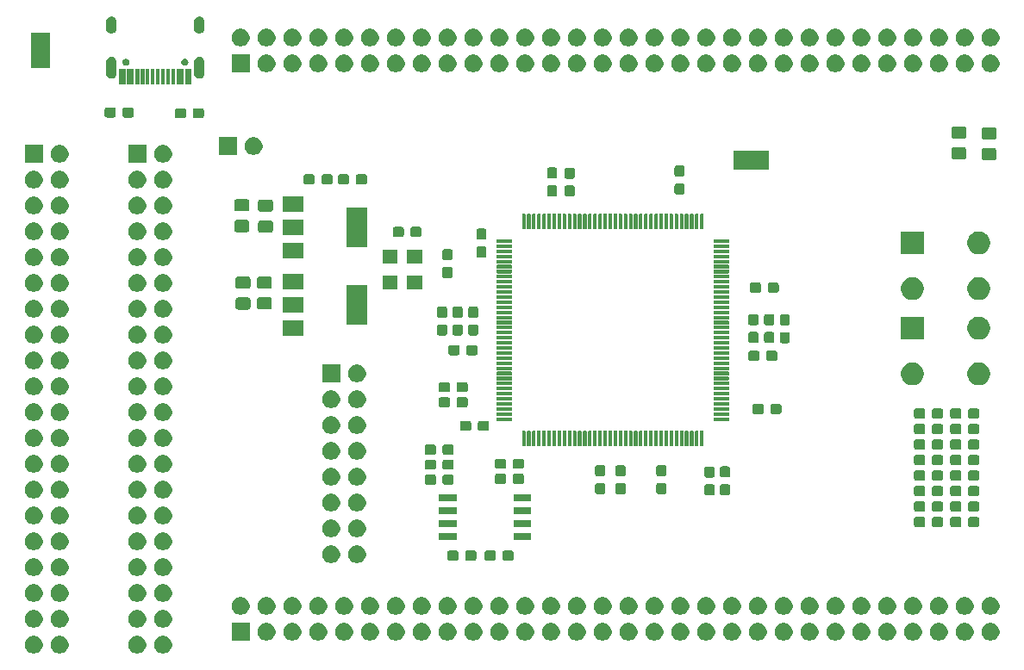
<source format=gts>
G04 #@! TF.GenerationSoftware,KiCad,Pcbnew,5.1.5+dfsg1-2build2*
G04 #@! TF.CreationDate,2023-06-04T15:22:37-05:00*
G04 #@! TF.ProjectId,2057-ICE40HX4K-TQ144-breakout,32303537-2d49-4434-9534-304858344b2d,3.0*
G04 #@! TF.SameCoordinates,Original*
G04 #@! TF.FileFunction,Soldermask,Top*
G04 #@! TF.FilePolarity,Negative*
%FSLAX46Y46*%
G04 Gerber Fmt 4.6, Leading zero omitted, Abs format (unit mm)*
G04 Created by KiCad (PCBNEW 5.1.5+dfsg1-2build2) date 2023-06-04 15:22:37*
%MOMM*%
%LPD*%
G04 APERTURE LIST*
%ADD10C,0.100000*%
G04 APERTURE END LIST*
D10*
G36*
X38355345Y-100758241D02*
G01*
X38514658Y-100824230D01*
X38658035Y-100920032D01*
X38779968Y-101041965D01*
X38875770Y-101185342D01*
X38941759Y-101344655D01*
X38975400Y-101513781D01*
X38975400Y-101686219D01*
X38941759Y-101855345D01*
X38875770Y-102014658D01*
X38779968Y-102158035D01*
X38658035Y-102279968D01*
X38514658Y-102375770D01*
X38355345Y-102441759D01*
X38186219Y-102475400D01*
X38013781Y-102475400D01*
X37844655Y-102441759D01*
X37685342Y-102375770D01*
X37541965Y-102279968D01*
X37420032Y-102158035D01*
X37324230Y-102014658D01*
X37258241Y-101855345D01*
X37224600Y-101686219D01*
X37224600Y-101513781D01*
X37258241Y-101344655D01*
X37324230Y-101185342D01*
X37420032Y-101041965D01*
X37541965Y-100920032D01*
X37685342Y-100824230D01*
X37844655Y-100758241D01*
X38013781Y-100724600D01*
X38186219Y-100724600D01*
X38355345Y-100758241D01*
G37*
G36*
X45975345Y-100758241D02*
G01*
X46134658Y-100824230D01*
X46278035Y-100920032D01*
X46399968Y-101041965D01*
X46495770Y-101185342D01*
X46561759Y-101344655D01*
X46595400Y-101513781D01*
X46595400Y-101686219D01*
X46561759Y-101855345D01*
X46495770Y-102014658D01*
X46399968Y-102158035D01*
X46278035Y-102279968D01*
X46134658Y-102375770D01*
X45975345Y-102441759D01*
X45806219Y-102475400D01*
X45633781Y-102475400D01*
X45464655Y-102441759D01*
X45305342Y-102375770D01*
X45161965Y-102279968D01*
X45040032Y-102158035D01*
X44944230Y-102014658D01*
X44878241Y-101855345D01*
X44844600Y-101686219D01*
X44844600Y-101513781D01*
X44878241Y-101344655D01*
X44944230Y-101185342D01*
X45040032Y-101041965D01*
X45161965Y-100920032D01*
X45305342Y-100824230D01*
X45464655Y-100758241D01*
X45633781Y-100724600D01*
X45806219Y-100724600D01*
X45975345Y-100758241D01*
G37*
G36*
X48515345Y-100758241D02*
G01*
X48674658Y-100824230D01*
X48818035Y-100920032D01*
X48939968Y-101041965D01*
X49035770Y-101185342D01*
X49101759Y-101344655D01*
X49135400Y-101513781D01*
X49135400Y-101686219D01*
X49101759Y-101855345D01*
X49035770Y-102014658D01*
X48939968Y-102158035D01*
X48818035Y-102279968D01*
X48674658Y-102375770D01*
X48515345Y-102441759D01*
X48346219Y-102475400D01*
X48173781Y-102475400D01*
X48004655Y-102441759D01*
X47845342Y-102375770D01*
X47701965Y-102279968D01*
X47580032Y-102158035D01*
X47484230Y-102014658D01*
X47418241Y-101855345D01*
X47384600Y-101686219D01*
X47384600Y-101513781D01*
X47418241Y-101344655D01*
X47484230Y-101185342D01*
X47580032Y-101041965D01*
X47701965Y-100920032D01*
X47845342Y-100824230D01*
X48004655Y-100758241D01*
X48173781Y-100724600D01*
X48346219Y-100724600D01*
X48515345Y-100758241D01*
G37*
G36*
X35815345Y-100758241D02*
G01*
X35974658Y-100824230D01*
X36118035Y-100920032D01*
X36239968Y-101041965D01*
X36335770Y-101185342D01*
X36401759Y-101344655D01*
X36435400Y-101513781D01*
X36435400Y-101686219D01*
X36401759Y-101855345D01*
X36335770Y-102014658D01*
X36239968Y-102158035D01*
X36118035Y-102279968D01*
X35974658Y-102375770D01*
X35815345Y-102441759D01*
X35646219Y-102475400D01*
X35473781Y-102475400D01*
X35304655Y-102441759D01*
X35145342Y-102375770D01*
X35001965Y-102279968D01*
X34880032Y-102158035D01*
X34784230Y-102014658D01*
X34718241Y-101855345D01*
X34684600Y-101686219D01*
X34684600Y-101513781D01*
X34718241Y-101344655D01*
X34784230Y-101185342D01*
X34880032Y-101041965D01*
X35001965Y-100920032D01*
X35145342Y-100824230D01*
X35304655Y-100758241D01*
X35473781Y-100724600D01*
X35646219Y-100724600D01*
X35815345Y-100758241D01*
G37*
G36*
X119635345Y-99488241D02*
G01*
X119794658Y-99554230D01*
X119938035Y-99650032D01*
X120059968Y-99771965D01*
X120155770Y-99915342D01*
X120221759Y-100074655D01*
X120255400Y-100243781D01*
X120255400Y-100416219D01*
X120221759Y-100585345D01*
X120155770Y-100744658D01*
X120059968Y-100888035D01*
X119938035Y-101009968D01*
X119794658Y-101105770D01*
X119635345Y-101171759D01*
X119466219Y-101205400D01*
X119293781Y-101205400D01*
X119124655Y-101171759D01*
X118965342Y-101105770D01*
X118821965Y-101009968D01*
X118700032Y-100888035D01*
X118604230Y-100744658D01*
X118538241Y-100585345D01*
X118504600Y-100416219D01*
X118504600Y-100243781D01*
X118538241Y-100074655D01*
X118604230Y-99915342D01*
X118700032Y-99771965D01*
X118821965Y-99650032D01*
X118965342Y-99554230D01*
X119124655Y-99488241D01*
X119293781Y-99454600D01*
X119466219Y-99454600D01*
X119635345Y-99488241D01*
G37*
G36*
X94235345Y-99488241D02*
G01*
X94394658Y-99554230D01*
X94538035Y-99650032D01*
X94659968Y-99771965D01*
X94755770Y-99915342D01*
X94821759Y-100074655D01*
X94855400Y-100243781D01*
X94855400Y-100416219D01*
X94821759Y-100585345D01*
X94755770Y-100744658D01*
X94659968Y-100888035D01*
X94538035Y-101009968D01*
X94394658Y-101105770D01*
X94235345Y-101171759D01*
X94066219Y-101205400D01*
X93893781Y-101205400D01*
X93724655Y-101171759D01*
X93565342Y-101105770D01*
X93421965Y-101009968D01*
X93300032Y-100888035D01*
X93204230Y-100744658D01*
X93138241Y-100585345D01*
X93104600Y-100416219D01*
X93104600Y-100243781D01*
X93138241Y-100074655D01*
X93204230Y-99915342D01*
X93300032Y-99771965D01*
X93421965Y-99650032D01*
X93565342Y-99554230D01*
X93724655Y-99488241D01*
X93893781Y-99454600D01*
X94066219Y-99454600D01*
X94235345Y-99488241D01*
G37*
G36*
X91695345Y-99488241D02*
G01*
X91854658Y-99554230D01*
X91998035Y-99650032D01*
X92119968Y-99771965D01*
X92215770Y-99915342D01*
X92281759Y-100074655D01*
X92315400Y-100243781D01*
X92315400Y-100416219D01*
X92281759Y-100585345D01*
X92215770Y-100744658D01*
X92119968Y-100888035D01*
X91998035Y-101009968D01*
X91854658Y-101105770D01*
X91695345Y-101171759D01*
X91526219Y-101205400D01*
X91353781Y-101205400D01*
X91184655Y-101171759D01*
X91025342Y-101105770D01*
X90881965Y-101009968D01*
X90760032Y-100888035D01*
X90664230Y-100744658D01*
X90598241Y-100585345D01*
X90564600Y-100416219D01*
X90564600Y-100243781D01*
X90598241Y-100074655D01*
X90664230Y-99915342D01*
X90760032Y-99771965D01*
X90881965Y-99650032D01*
X91025342Y-99554230D01*
X91184655Y-99488241D01*
X91353781Y-99454600D01*
X91526219Y-99454600D01*
X91695345Y-99488241D01*
G37*
G36*
X89155345Y-99488241D02*
G01*
X89314658Y-99554230D01*
X89458035Y-99650032D01*
X89579968Y-99771965D01*
X89675770Y-99915342D01*
X89741759Y-100074655D01*
X89775400Y-100243781D01*
X89775400Y-100416219D01*
X89741759Y-100585345D01*
X89675770Y-100744658D01*
X89579968Y-100888035D01*
X89458035Y-101009968D01*
X89314658Y-101105770D01*
X89155345Y-101171759D01*
X88986219Y-101205400D01*
X88813781Y-101205400D01*
X88644655Y-101171759D01*
X88485342Y-101105770D01*
X88341965Y-101009968D01*
X88220032Y-100888035D01*
X88124230Y-100744658D01*
X88058241Y-100585345D01*
X88024600Y-100416219D01*
X88024600Y-100243781D01*
X88058241Y-100074655D01*
X88124230Y-99915342D01*
X88220032Y-99771965D01*
X88341965Y-99650032D01*
X88485342Y-99554230D01*
X88644655Y-99488241D01*
X88813781Y-99454600D01*
X88986219Y-99454600D01*
X89155345Y-99488241D01*
G37*
G36*
X86615345Y-99488241D02*
G01*
X86774658Y-99554230D01*
X86918035Y-99650032D01*
X87039968Y-99771965D01*
X87135770Y-99915342D01*
X87201759Y-100074655D01*
X87235400Y-100243781D01*
X87235400Y-100416219D01*
X87201759Y-100585345D01*
X87135770Y-100744658D01*
X87039968Y-100888035D01*
X86918035Y-101009968D01*
X86774658Y-101105770D01*
X86615345Y-101171759D01*
X86446219Y-101205400D01*
X86273781Y-101205400D01*
X86104655Y-101171759D01*
X85945342Y-101105770D01*
X85801965Y-101009968D01*
X85680032Y-100888035D01*
X85584230Y-100744658D01*
X85518241Y-100585345D01*
X85484600Y-100416219D01*
X85484600Y-100243781D01*
X85518241Y-100074655D01*
X85584230Y-99915342D01*
X85680032Y-99771965D01*
X85801965Y-99650032D01*
X85945342Y-99554230D01*
X86104655Y-99488241D01*
X86273781Y-99454600D01*
X86446219Y-99454600D01*
X86615345Y-99488241D01*
G37*
G36*
X84075345Y-99488241D02*
G01*
X84234658Y-99554230D01*
X84378035Y-99650032D01*
X84499968Y-99771965D01*
X84595770Y-99915342D01*
X84661759Y-100074655D01*
X84695400Y-100243781D01*
X84695400Y-100416219D01*
X84661759Y-100585345D01*
X84595770Y-100744658D01*
X84499968Y-100888035D01*
X84378035Y-101009968D01*
X84234658Y-101105770D01*
X84075345Y-101171759D01*
X83906219Y-101205400D01*
X83733781Y-101205400D01*
X83564655Y-101171759D01*
X83405342Y-101105770D01*
X83261965Y-101009968D01*
X83140032Y-100888035D01*
X83044230Y-100744658D01*
X82978241Y-100585345D01*
X82944600Y-100416219D01*
X82944600Y-100243781D01*
X82978241Y-100074655D01*
X83044230Y-99915342D01*
X83140032Y-99771965D01*
X83261965Y-99650032D01*
X83405342Y-99554230D01*
X83564655Y-99488241D01*
X83733781Y-99454600D01*
X83906219Y-99454600D01*
X84075345Y-99488241D01*
G37*
G36*
X81535345Y-99488241D02*
G01*
X81694658Y-99554230D01*
X81838035Y-99650032D01*
X81959968Y-99771965D01*
X82055770Y-99915342D01*
X82121759Y-100074655D01*
X82155400Y-100243781D01*
X82155400Y-100416219D01*
X82121759Y-100585345D01*
X82055770Y-100744658D01*
X81959968Y-100888035D01*
X81838035Y-101009968D01*
X81694658Y-101105770D01*
X81535345Y-101171759D01*
X81366219Y-101205400D01*
X81193781Y-101205400D01*
X81024655Y-101171759D01*
X80865342Y-101105770D01*
X80721965Y-101009968D01*
X80600032Y-100888035D01*
X80504230Y-100744658D01*
X80438241Y-100585345D01*
X80404600Y-100416219D01*
X80404600Y-100243781D01*
X80438241Y-100074655D01*
X80504230Y-99915342D01*
X80600032Y-99771965D01*
X80721965Y-99650032D01*
X80865342Y-99554230D01*
X81024655Y-99488241D01*
X81193781Y-99454600D01*
X81366219Y-99454600D01*
X81535345Y-99488241D01*
G37*
G36*
X78995345Y-99488241D02*
G01*
X79154658Y-99554230D01*
X79298035Y-99650032D01*
X79419968Y-99771965D01*
X79515770Y-99915342D01*
X79581759Y-100074655D01*
X79615400Y-100243781D01*
X79615400Y-100416219D01*
X79581759Y-100585345D01*
X79515770Y-100744658D01*
X79419968Y-100888035D01*
X79298035Y-101009968D01*
X79154658Y-101105770D01*
X78995345Y-101171759D01*
X78826219Y-101205400D01*
X78653781Y-101205400D01*
X78484655Y-101171759D01*
X78325342Y-101105770D01*
X78181965Y-101009968D01*
X78060032Y-100888035D01*
X77964230Y-100744658D01*
X77898241Y-100585345D01*
X77864600Y-100416219D01*
X77864600Y-100243781D01*
X77898241Y-100074655D01*
X77964230Y-99915342D01*
X78060032Y-99771965D01*
X78181965Y-99650032D01*
X78325342Y-99554230D01*
X78484655Y-99488241D01*
X78653781Y-99454600D01*
X78826219Y-99454600D01*
X78995345Y-99488241D01*
G37*
G36*
X73915345Y-99488241D02*
G01*
X74074658Y-99554230D01*
X74218035Y-99650032D01*
X74339968Y-99771965D01*
X74435770Y-99915342D01*
X74501759Y-100074655D01*
X74535400Y-100243781D01*
X74535400Y-100416219D01*
X74501759Y-100585345D01*
X74435770Y-100744658D01*
X74339968Y-100888035D01*
X74218035Y-101009968D01*
X74074658Y-101105770D01*
X73915345Y-101171759D01*
X73746219Y-101205400D01*
X73573781Y-101205400D01*
X73404655Y-101171759D01*
X73245342Y-101105770D01*
X73101965Y-101009968D01*
X72980032Y-100888035D01*
X72884230Y-100744658D01*
X72818241Y-100585345D01*
X72784600Y-100416219D01*
X72784600Y-100243781D01*
X72818241Y-100074655D01*
X72884230Y-99915342D01*
X72980032Y-99771965D01*
X73101965Y-99650032D01*
X73245342Y-99554230D01*
X73404655Y-99488241D01*
X73573781Y-99454600D01*
X73746219Y-99454600D01*
X73915345Y-99488241D01*
G37*
G36*
X56755400Y-101205400D02*
G01*
X55004600Y-101205400D01*
X55004600Y-99454600D01*
X56755400Y-99454600D01*
X56755400Y-101205400D01*
G37*
G36*
X58675345Y-99488241D02*
G01*
X58834658Y-99554230D01*
X58978035Y-99650032D01*
X59099968Y-99771965D01*
X59195770Y-99915342D01*
X59261759Y-100074655D01*
X59295400Y-100243781D01*
X59295400Y-100416219D01*
X59261759Y-100585345D01*
X59195770Y-100744658D01*
X59099968Y-100888035D01*
X58978035Y-101009968D01*
X58834658Y-101105770D01*
X58675345Y-101171759D01*
X58506219Y-101205400D01*
X58333781Y-101205400D01*
X58164655Y-101171759D01*
X58005342Y-101105770D01*
X57861965Y-101009968D01*
X57740032Y-100888035D01*
X57644230Y-100744658D01*
X57578241Y-100585345D01*
X57544600Y-100416219D01*
X57544600Y-100243781D01*
X57578241Y-100074655D01*
X57644230Y-99915342D01*
X57740032Y-99771965D01*
X57861965Y-99650032D01*
X58005342Y-99554230D01*
X58164655Y-99488241D01*
X58333781Y-99454600D01*
X58506219Y-99454600D01*
X58675345Y-99488241D01*
G37*
G36*
X61215345Y-99488241D02*
G01*
X61374658Y-99554230D01*
X61518035Y-99650032D01*
X61639968Y-99771965D01*
X61735770Y-99915342D01*
X61801759Y-100074655D01*
X61835400Y-100243781D01*
X61835400Y-100416219D01*
X61801759Y-100585345D01*
X61735770Y-100744658D01*
X61639968Y-100888035D01*
X61518035Y-101009968D01*
X61374658Y-101105770D01*
X61215345Y-101171759D01*
X61046219Y-101205400D01*
X60873781Y-101205400D01*
X60704655Y-101171759D01*
X60545342Y-101105770D01*
X60401965Y-101009968D01*
X60280032Y-100888035D01*
X60184230Y-100744658D01*
X60118241Y-100585345D01*
X60084600Y-100416219D01*
X60084600Y-100243781D01*
X60118241Y-100074655D01*
X60184230Y-99915342D01*
X60280032Y-99771965D01*
X60401965Y-99650032D01*
X60545342Y-99554230D01*
X60704655Y-99488241D01*
X60873781Y-99454600D01*
X61046219Y-99454600D01*
X61215345Y-99488241D01*
G37*
G36*
X63755345Y-99488241D02*
G01*
X63914658Y-99554230D01*
X64058035Y-99650032D01*
X64179968Y-99771965D01*
X64275770Y-99915342D01*
X64341759Y-100074655D01*
X64375400Y-100243781D01*
X64375400Y-100416219D01*
X64341759Y-100585345D01*
X64275770Y-100744658D01*
X64179968Y-100888035D01*
X64058035Y-101009968D01*
X63914658Y-101105770D01*
X63755345Y-101171759D01*
X63586219Y-101205400D01*
X63413781Y-101205400D01*
X63244655Y-101171759D01*
X63085342Y-101105770D01*
X62941965Y-101009968D01*
X62820032Y-100888035D01*
X62724230Y-100744658D01*
X62658241Y-100585345D01*
X62624600Y-100416219D01*
X62624600Y-100243781D01*
X62658241Y-100074655D01*
X62724230Y-99915342D01*
X62820032Y-99771965D01*
X62941965Y-99650032D01*
X63085342Y-99554230D01*
X63244655Y-99488241D01*
X63413781Y-99454600D01*
X63586219Y-99454600D01*
X63755345Y-99488241D01*
G37*
G36*
X66295345Y-99488241D02*
G01*
X66454658Y-99554230D01*
X66598035Y-99650032D01*
X66719968Y-99771965D01*
X66815770Y-99915342D01*
X66881759Y-100074655D01*
X66915400Y-100243781D01*
X66915400Y-100416219D01*
X66881759Y-100585345D01*
X66815770Y-100744658D01*
X66719968Y-100888035D01*
X66598035Y-101009968D01*
X66454658Y-101105770D01*
X66295345Y-101171759D01*
X66126219Y-101205400D01*
X65953781Y-101205400D01*
X65784655Y-101171759D01*
X65625342Y-101105770D01*
X65481965Y-101009968D01*
X65360032Y-100888035D01*
X65264230Y-100744658D01*
X65198241Y-100585345D01*
X65164600Y-100416219D01*
X65164600Y-100243781D01*
X65198241Y-100074655D01*
X65264230Y-99915342D01*
X65360032Y-99771965D01*
X65481965Y-99650032D01*
X65625342Y-99554230D01*
X65784655Y-99488241D01*
X65953781Y-99454600D01*
X66126219Y-99454600D01*
X66295345Y-99488241D01*
G37*
G36*
X68835345Y-99488241D02*
G01*
X68994658Y-99554230D01*
X69138035Y-99650032D01*
X69259968Y-99771965D01*
X69355770Y-99915342D01*
X69421759Y-100074655D01*
X69455400Y-100243781D01*
X69455400Y-100416219D01*
X69421759Y-100585345D01*
X69355770Y-100744658D01*
X69259968Y-100888035D01*
X69138035Y-101009968D01*
X68994658Y-101105770D01*
X68835345Y-101171759D01*
X68666219Y-101205400D01*
X68493781Y-101205400D01*
X68324655Y-101171759D01*
X68165342Y-101105770D01*
X68021965Y-101009968D01*
X67900032Y-100888035D01*
X67804230Y-100744658D01*
X67738241Y-100585345D01*
X67704600Y-100416219D01*
X67704600Y-100243781D01*
X67738241Y-100074655D01*
X67804230Y-99915342D01*
X67900032Y-99771965D01*
X68021965Y-99650032D01*
X68165342Y-99554230D01*
X68324655Y-99488241D01*
X68493781Y-99454600D01*
X68666219Y-99454600D01*
X68835345Y-99488241D01*
G37*
G36*
X76455345Y-99488241D02*
G01*
X76614658Y-99554230D01*
X76758035Y-99650032D01*
X76879968Y-99771965D01*
X76975770Y-99915342D01*
X77041759Y-100074655D01*
X77075400Y-100243781D01*
X77075400Y-100416219D01*
X77041759Y-100585345D01*
X76975770Y-100744658D01*
X76879968Y-100888035D01*
X76758035Y-101009968D01*
X76614658Y-101105770D01*
X76455345Y-101171759D01*
X76286219Y-101205400D01*
X76113781Y-101205400D01*
X75944655Y-101171759D01*
X75785342Y-101105770D01*
X75641965Y-101009968D01*
X75520032Y-100888035D01*
X75424230Y-100744658D01*
X75358241Y-100585345D01*
X75324600Y-100416219D01*
X75324600Y-100243781D01*
X75358241Y-100074655D01*
X75424230Y-99915342D01*
X75520032Y-99771965D01*
X75641965Y-99650032D01*
X75785342Y-99554230D01*
X75944655Y-99488241D01*
X76113781Y-99454600D01*
X76286219Y-99454600D01*
X76455345Y-99488241D01*
G37*
G36*
X71375345Y-99488241D02*
G01*
X71534658Y-99554230D01*
X71678035Y-99650032D01*
X71799968Y-99771965D01*
X71895770Y-99915342D01*
X71961759Y-100074655D01*
X71995400Y-100243781D01*
X71995400Y-100416219D01*
X71961759Y-100585345D01*
X71895770Y-100744658D01*
X71799968Y-100888035D01*
X71678035Y-101009968D01*
X71534658Y-101105770D01*
X71375345Y-101171759D01*
X71206219Y-101205400D01*
X71033781Y-101205400D01*
X70864655Y-101171759D01*
X70705342Y-101105770D01*
X70561965Y-101009968D01*
X70440032Y-100888035D01*
X70344230Y-100744658D01*
X70278241Y-100585345D01*
X70244600Y-100416219D01*
X70244600Y-100243781D01*
X70278241Y-100074655D01*
X70344230Y-99915342D01*
X70440032Y-99771965D01*
X70561965Y-99650032D01*
X70705342Y-99554230D01*
X70864655Y-99488241D01*
X71033781Y-99454600D01*
X71206219Y-99454600D01*
X71375345Y-99488241D01*
G37*
G36*
X99315345Y-99488241D02*
G01*
X99474658Y-99554230D01*
X99618035Y-99650032D01*
X99739968Y-99771965D01*
X99835770Y-99915342D01*
X99901759Y-100074655D01*
X99935400Y-100243781D01*
X99935400Y-100416219D01*
X99901759Y-100585345D01*
X99835770Y-100744658D01*
X99739968Y-100888035D01*
X99618035Y-101009968D01*
X99474658Y-101105770D01*
X99315345Y-101171759D01*
X99146219Y-101205400D01*
X98973781Y-101205400D01*
X98804655Y-101171759D01*
X98645342Y-101105770D01*
X98501965Y-101009968D01*
X98380032Y-100888035D01*
X98284230Y-100744658D01*
X98218241Y-100585345D01*
X98184600Y-100416219D01*
X98184600Y-100243781D01*
X98218241Y-100074655D01*
X98284230Y-99915342D01*
X98380032Y-99771965D01*
X98501965Y-99650032D01*
X98645342Y-99554230D01*
X98804655Y-99488241D01*
X98973781Y-99454600D01*
X99146219Y-99454600D01*
X99315345Y-99488241D01*
G37*
G36*
X101855345Y-99488241D02*
G01*
X102014658Y-99554230D01*
X102158035Y-99650032D01*
X102279968Y-99771965D01*
X102375770Y-99915342D01*
X102441759Y-100074655D01*
X102475400Y-100243781D01*
X102475400Y-100416219D01*
X102441759Y-100585345D01*
X102375770Y-100744658D01*
X102279968Y-100888035D01*
X102158035Y-101009968D01*
X102014658Y-101105770D01*
X101855345Y-101171759D01*
X101686219Y-101205400D01*
X101513781Y-101205400D01*
X101344655Y-101171759D01*
X101185342Y-101105770D01*
X101041965Y-101009968D01*
X100920032Y-100888035D01*
X100824230Y-100744658D01*
X100758241Y-100585345D01*
X100724600Y-100416219D01*
X100724600Y-100243781D01*
X100758241Y-100074655D01*
X100824230Y-99915342D01*
X100920032Y-99771965D01*
X101041965Y-99650032D01*
X101185342Y-99554230D01*
X101344655Y-99488241D01*
X101513781Y-99454600D01*
X101686219Y-99454600D01*
X101855345Y-99488241D01*
G37*
G36*
X104395345Y-99488241D02*
G01*
X104554658Y-99554230D01*
X104698035Y-99650032D01*
X104819968Y-99771965D01*
X104915770Y-99915342D01*
X104981759Y-100074655D01*
X105015400Y-100243781D01*
X105015400Y-100416219D01*
X104981759Y-100585345D01*
X104915770Y-100744658D01*
X104819968Y-100888035D01*
X104698035Y-101009968D01*
X104554658Y-101105770D01*
X104395345Y-101171759D01*
X104226219Y-101205400D01*
X104053781Y-101205400D01*
X103884655Y-101171759D01*
X103725342Y-101105770D01*
X103581965Y-101009968D01*
X103460032Y-100888035D01*
X103364230Y-100744658D01*
X103298241Y-100585345D01*
X103264600Y-100416219D01*
X103264600Y-100243781D01*
X103298241Y-100074655D01*
X103364230Y-99915342D01*
X103460032Y-99771965D01*
X103581965Y-99650032D01*
X103725342Y-99554230D01*
X103884655Y-99488241D01*
X104053781Y-99454600D01*
X104226219Y-99454600D01*
X104395345Y-99488241D01*
G37*
G36*
X106935345Y-99488241D02*
G01*
X107094658Y-99554230D01*
X107238035Y-99650032D01*
X107359968Y-99771965D01*
X107455770Y-99915342D01*
X107521759Y-100074655D01*
X107555400Y-100243781D01*
X107555400Y-100416219D01*
X107521759Y-100585345D01*
X107455770Y-100744658D01*
X107359968Y-100888035D01*
X107238035Y-101009968D01*
X107094658Y-101105770D01*
X106935345Y-101171759D01*
X106766219Y-101205400D01*
X106593781Y-101205400D01*
X106424655Y-101171759D01*
X106265342Y-101105770D01*
X106121965Y-101009968D01*
X106000032Y-100888035D01*
X105904230Y-100744658D01*
X105838241Y-100585345D01*
X105804600Y-100416219D01*
X105804600Y-100243781D01*
X105838241Y-100074655D01*
X105904230Y-99915342D01*
X106000032Y-99771965D01*
X106121965Y-99650032D01*
X106265342Y-99554230D01*
X106424655Y-99488241D01*
X106593781Y-99454600D01*
X106766219Y-99454600D01*
X106935345Y-99488241D01*
G37*
G36*
X109475345Y-99488241D02*
G01*
X109634658Y-99554230D01*
X109778035Y-99650032D01*
X109899968Y-99771965D01*
X109995770Y-99915342D01*
X110061759Y-100074655D01*
X110095400Y-100243781D01*
X110095400Y-100416219D01*
X110061759Y-100585345D01*
X109995770Y-100744658D01*
X109899968Y-100888035D01*
X109778035Y-101009968D01*
X109634658Y-101105770D01*
X109475345Y-101171759D01*
X109306219Y-101205400D01*
X109133781Y-101205400D01*
X108964655Y-101171759D01*
X108805342Y-101105770D01*
X108661965Y-101009968D01*
X108540032Y-100888035D01*
X108444230Y-100744658D01*
X108378241Y-100585345D01*
X108344600Y-100416219D01*
X108344600Y-100243781D01*
X108378241Y-100074655D01*
X108444230Y-99915342D01*
X108540032Y-99771965D01*
X108661965Y-99650032D01*
X108805342Y-99554230D01*
X108964655Y-99488241D01*
X109133781Y-99454600D01*
X109306219Y-99454600D01*
X109475345Y-99488241D01*
G37*
G36*
X112015345Y-99488241D02*
G01*
X112174658Y-99554230D01*
X112318035Y-99650032D01*
X112439968Y-99771965D01*
X112535770Y-99915342D01*
X112601759Y-100074655D01*
X112635400Y-100243781D01*
X112635400Y-100416219D01*
X112601759Y-100585345D01*
X112535770Y-100744658D01*
X112439968Y-100888035D01*
X112318035Y-101009968D01*
X112174658Y-101105770D01*
X112015345Y-101171759D01*
X111846219Y-101205400D01*
X111673781Y-101205400D01*
X111504655Y-101171759D01*
X111345342Y-101105770D01*
X111201965Y-101009968D01*
X111080032Y-100888035D01*
X110984230Y-100744658D01*
X110918241Y-100585345D01*
X110884600Y-100416219D01*
X110884600Y-100243781D01*
X110918241Y-100074655D01*
X110984230Y-99915342D01*
X111080032Y-99771965D01*
X111201965Y-99650032D01*
X111345342Y-99554230D01*
X111504655Y-99488241D01*
X111673781Y-99454600D01*
X111846219Y-99454600D01*
X112015345Y-99488241D01*
G37*
G36*
X117095345Y-99488241D02*
G01*
X117254658Y-99554230D01*
X117398035Y-99650032D01*
X117519968Y-99771965D01*
X117615770Y-99915342D01*
X117681759Y-100074655D01*
X117715400Y-100243781D01*
X117715400Y-100416219D01*
X117681759Y-100585345D01*
X117615770Y-100744658D01*
X117519968Y-100888035D01*
X117398035Y-101009968D01*
X117254658Y-101105770D01*
X117095345Y-101171759D01*
X116926219Y-101205400D01*
X116753781Y-101205400D01*
X116584655Y-101171759D01*
X116425342Y-101105770D01*
X116281965Y-101009968D01*
X116160032Y-100888035D01*
X116064230Y-100744658D01*
X115998241Y-100585345D01*
X115964600Y-100416219D01*
X115964600Y-100243781D01*
X115998241Y-100074655D01*
X116064230Y-99915342D01*
X116160032Y-99771965D01*
X116281965Y-99650032D01*
X116425342Y-99554230D01*
X116584655Y-99488241D01*
X116753781Y-99454600D01*
X116926219Y-99454600D01*
X117095345Y-99488241D01*
G37*
G36*
X114555345Y-99488241D02*
G01*
X114714658Y-99554230D01*
X114858035Y-99650032D01*
X114979968Y-99771965D01*
X115075770Y-99915342D01*
X115141759Y-100074655D01*
X115175400Y-100243781D01*
X115175400Y-100416219D01*
X115141759Y-100585345D01*
X115075770Y-100744658D01*
X114979968Y-100888035D01*
X114858035Y-101009968D01*
X114714658Y-101105770D01*
X114555345Y-101171759D01*
X114386219Y-101205400D01*
X114213781Y-101205400D01*
X114044655Y-101171759D01*
X113885342Y-101105770D01*
X113741965Y-101009968D01*
X113620032Y-100888035D01*
X113524230Y-100744658D01*
X113458241Y-100585345D01*
X113424600Y-100416219D01*
X113424600Y-100243781D01*
X113458241Y-100074655D01*
X113524230Y-99915342D01*
X113620032Y-99771965D01*
X113741965Y-99650032D01*
X113885342Y-99554230D01*
X114044655Y-99488241D01*
X114213781Y-99454600D01*
X114386219Y-99454600D01*
X114555345Y-99488241D01*
G37*
G36*
X129795345Y-99488241D02*
G01*
X129954658Y-99554230D01*
X130098035Y-99650032D01*
X130219968Y-99771965D01*
X130315770Y-99915342D01*
X130381759Y-100074655D01*
X130415400Y-100243781D01*
X130415400Y-100416219D01*
X130381759Y-100585345D01*
X130315770Y-100744658D01*
X130219968Y-100888035D01*
X130098035Y-101009968D01*
X129954658Y-101105770D01*
X129795345Y-101171759D01*
X129626219Y-101205400D01*
X129453781Y-101205400D01*
X129284655Y-101171759D01*
X129125342Y-101105770D01*
X128981965Y-101009968D01*
X128860032Y-100888035D01*
X128764230Y-100744658D01*
X128698241Y-100585345D01*
X128664600Y-100416219D01*
X128664600Y-100243781D01*
X128698241Y-100074655D01*
X128764230Y-99915342D01*
X128860032Y-99771965D01*
X128981965Y-99650032D01*
X129125342Y-99554230D01*
X129284655Y-99488241D01*
X129453781Y-99454600D01*
X129626219Y-99454600D01*
X129795345Y-99488241D01*
G37*
G36*
X127255345Y-99488241D02*
G01*
X127414658Y-99554230D01*
X127558035Y-99650032D01*
X127679968Y-99771965D01*
X127775770Y-99915342D01*
X127841759Y-100074655D01*
X127875400Y-100243781D01*
X127875400Y-100416219D01*
X127841759Y-100585345D01*
X127775770Y-100744658D01*
X127679968Y-100888035D01*
X127558035Y-101009968D01*
X127414658Y-101105770D01*
X127255345Y-101171759D01*
X127086219Y-101205400D01*
X126913781Y-101205400D01*
X126744655Y-101171759D01*
X126585342Y-101105770D01*
X126441965Y-101009968D01*
X126320032Y-100888035D01*
X126224230Y-100744658D01*
X126158241Y-100585345D01*
X126124600Y-100416219D01*
X126124600Y-100243781D01*
X126158241Y-100074655D01*
X126224230Y-99915342D01*
X126320032Y-99771965D01*
X126441965Y-99650032D01*
X126585342Y-99554230D01*
X126744655Y-99488241D01*
X126913781Y-99454600D01*
X127086219Y-99454600D01*
X127255345Y-99488241D01*
G37*
G36*
X122175345Y-99488241D02*
G01*
X122334658Y-99554230D01*
X122478035Y-99650032D01*
X122599968Y-99771965D01*
X122695770Y-99915342D01*
X122761759Y-100074655D01*
X122795400Y-100243781D01*
X122795400Y-100416219D01*
X122761759Y-100585345D01*
X122695770Y-100744658D01*
X122599968Y-100888035D01*
X122478035Y-101009968D01*
X122334658Y-101105770D01*
X122175345Y-101171759D01*
X122006219Y-101205400D01*
X121833781Y-101205400D01*
X121664655Y-101171759D01*
X121505342Y-101105770D01*
X121361965Y-101009968D01*
X121240032Y-100888035D01*
X121144230Y-100744658D01*
X121078241Y-100585345D01*
X121044600Y-100416219D01*
X121044600Y-100243781D01*
X121078241Y-100074655D01*
X121144230Y-99915342D01*
X121240032Y-99771965D01*
X121361965Y-99650032D01*
X121505342Y-99554230D01*
X121664655Y-99488241D01*
X121833781Y-99454600D01*
X122006219Y-99454600D01*
X122175345Y-99488241D01*
G37*
G36*
X96775345Y-99488241D02*
G01*
X96934658Y-99554230D01*
X97078035Y-99650032D01*
X97199968Y-99771965D01*
X97295770Y-99915342D01*
X97361759Y-100074655D01*
X97395400Y-100243781D01*
X97395400Y-100416219D01*
X97361759Y-100585345D01*
X97295770Y-100744658D01*
X97199968Y-100888035D01*
X97078035Y-101009968D01*
X96934658Y-101105770D01*
X96775345Y-101171759D01*
X96606219Y-101205400D01*
X96433781Y-101205400D01*
X96264655Y-101171759D01*
X96105342Y-101105770D01*
X95961965Y-101009968D01*
X95840032Y-100888035D01*
X95744230Y-100744658D01*
X95678241Y-100585345D01*
X95644600Y-100416219D01*
X95644600Y-100243781D01*
X95678241Y-100074655D01*
X95744230Y-99915342D01*
X95840032Y-99771965D01*
X95961965Y-99650032D01*
X96105342Y-99554230D01*
X96264655Y-99488241D01*
X96433781Y-99454600D01*
X96606219Y-99454600D01*
X96775345Y-99488241D01*
G37*
G36*
X124715345Y-99488241D02*
G01*
X124874658Y-99554230D01*
X125018035Y-99650032D01*
X125139968Y-99771965D01*
X125235770Y-99915342D01*
X125301759Y-100074655D01*
X125335400Y-100243781D01*
X125335400Y-100416219D01*
X125301759Y-100585345D01*
X125235770Y-100744658D01*
X125139968Y-100888035D01*
X125018035Y-101009968D01*
X124874658Y-101105770D01*
X124715345Y-101171759D01*
X124546219Y-101205400D01*
X124373781Y-101205400D01*
X124204655Y-101171759D01*
X124045342Y-101105770D01*
X123901965Y-101009968D01*
X123780032Y-100888035D01*
X123684230Y-100744658D01*
X123618241Y-100585345D01*
X123584600Y-100416219D01*
X123584600Y-100243781D01*
X123618241Y-100074655D01*
X123684230Y-99915342D01*
X123780032Y-99771965D01*
X123901965Y-99650032D01*
X124045342Y-99554230D01*
X124204655Y-99488241D01*
X124373781Y-99454600D01*
X124546219Y-99454600D01*
X124715345Y-99488241D01*
G37*
G36*
X35815345Y-98218241D02*
G01*
X35974658Y-98284230D01*
X36118035Y-98380032D01*
X36239968Y-98501965D01*
X36335770Y-98645342D01*
X36401759Y-98804655D01*
X36435400Y-98973781D01*
X36435400Y-99146219D01*
X36401759Y-99315345D01*
X36335770Y-99474658D01*
X36239968Y-99618035D01*
X36118035Y-99739968D01*
X35974658Y-99835770D01*
X35815345Y-99901759D01*
X35646219Y-99935400D01*
X35473781Y-99935400D01*
X35304655Y-99901759D01*
X35145342Y-99835770D01*
X35001965Y-99739968D01*
X34880032Y-99618035D01*
X34784230Y-99474658D01*
X34718241Y-99315345D01*
X34684600Y-99146219D01*
X34684600Y-98973781D01*
X34718241Y-98804655D01*
X34784230Y-98645342D01*
X34880032Y-98501965D01*
X35001965Y-98380032D01*
X35145342Y-98284230D01*
X35304655Y-98218241D01*
X35473781Y-98184600D01*
X35646219Y-98184600D01*
X35815345Y-98218241D01*
G37*
G36*
X38355345Y-98218241D02*
G01*
X38514658Y-98284230D01*
X38658035Y-98380032D01*
X38779968Y-98501965D01*
X38875770Y-98645342D01*
X38941759Y-98804655D01*
X38975400Y-98973781D01*
X38975400Y-99146219D01*
X38941759Y-99315345D01*
X38875770Y-99474658D01*
X38779968Y-99618035D01*
X38658035Y-99739968D01*
X38514658Y-99835770D01*
X38355345Y-99901759D01*
X38186219Y-99935400D01*
X38013781Y-99935400D01*
X37844655Y-99901759D01*
X37685342Y-99835770D01*
X37541965Y-99739968D01*
X37420032Y-99618035D01*
X37324230Y-99474658D01*
X37258241Y-99315345D01*
X37224600Y-99146219D01*
X37224600Y-98973781D01*
X37258241Y-98804655D01*
X37324230Y-98645342D01*
X37420032Y-98501965D01*
X37541965Y-98380032D01*
X37685342Y-98284230D01*
X37844655Y-98218241D01*
X38013781Y-98184600D01*
X38186219Y-98184600D01*
X38355345Y-98218241D01*
G37*
G36*
X48515345Y-98218241D02*
G01*
X48674658Y-98284230D01*
X48818035Y-98380032D01*
X48939968Y-98501965D01*
X49035770Y-98645342D01*
X49101759Y-98804655D01*
X49135400Y-98973781D01*
X49135400Y-99146219D01*
X49101759Y-99315345D01*
X49035770Y-99474658D01*
X48939968Y-99618035D01*
X48818035Y-99739968D01*
X48674658Y-99835770D01*
X48515345Y-99901759D01*
X48346219Y-99935400D01*
X48173781Y-99935400D01*
X48004655Y-99901759D01*
X47845342Y-99835770D01*
X47701965Y-99739968D01*
X47580032Y-99618035D01*
X47484230Y-99474658D01*
X47418241Y-99315345D01*
X47384600Y-99146219D01*
X47384600Y-98973781D01*
X47418241Y-98804655D01*
X47484230Y-98645342D01*
X47580032Y-98501965D01*
X47701965Y-98380032D01*
X47845342Y-98284230D01*
X48004655Y-98218241D01*
X48173781Y-98184600D01*
X48346219Y-98184600D01*
X48515345Y-98218241D01*
G37*
G36*
X45975345Y-98218241D02*
G01*
X46134658Y-98284230D01*
X46278035Y-98380032D01*
X46399968Y-98501965D01*
X46495770Y-98645342D01*
X46561759Y-98804655D01*
X46595400Y-98973781D01*
X46595400Y-99146219D01*
X46561759Y-99315345D01*
X46495770Y-99474658D01*
X46399968Y-99618035D01*
X46278035Y-99739968D01*
X46134658Y-99835770D01*
X45975345Y-99901759D01*
X45806219Y-99935400D01*
X45633781Y-99935400D01*
X45464655Y-99901759D01*
X45305342Y-99835770D01*
X45161965Y-99739968D01*
X45040032Y-99618035D01*
X44944230Y-99474658D01*
X44878241Y-99315345D01*
X44844600Y-99146219D01*
X44844600Y-98973781D01*
X44878241Y-98804655D01*
X44944230Y-98645342D01*
X45040032Y-98501965D01*
X45161965Y-98380032D01*
X45305342Y-98284230D01*
X45464655Y-98218241D01*
X45633781Y-98184600D01*
X45806219Y-98184600D01*
X45975345Y-98218241D01*
G37*
G36*
X71375345Y-96948241D02*
G01*
X71534658Y-97014230D01*
X71678035Y-97110032D01*
X71799968Y-97231965D01*
X71895770Y-97375342D01*
X71961759Y-97534655D01*
X71995400Y-97703781D01*
X71995400Y-97876219D01*
X71961759Y-98045345D01*
X71895770Y-98204658D01*
X71799968Y-98348035D01*
X71678035Y-98469968D01*
X71534658Y-98565770D01*
X71375345Y-98631759D01*
X71206219Y-98665400D01*
X71033781Y-98665400D01*
X70864655Y-98631759D01*
X70705342Y-98565770D01*
X70561965Y-98469968D01*
X70440032Y-98348035D01*
X70344230Y-98204658D01*
X70278241Y-98045345D01*
X70244600Y-97876219D01*
X70244600Y-97703781D01*
X70278241Y-97534655D01*
X70344230Y-97375342D01*
X70440032Y-97231965D01*
X70561965Y-97110032D01*
X70705342Y-97014230D01*
X70864655Y-96948241D01*
X71033781Y-96914600D01*
X71206219Y-96914600D01*
X71375345Y-96948241D01*
G37*
G36*
X76455345Y-96948241D02*
G01*
X76614658Y-97014230D01*
X76758035Y-97110032D01*
X76879968Y-97231965D01*
X76975770Y-97375342D01*
X77041759Y-97534655D01*
X77075400Y-97703781D01*
X77075400Y-97876219D01*
X77041759Y-98045345D01*
X76975770Y-98204658D01*
X76879968Y-98348035D01*
X76758035Y-98469968D01*
X76614658Y-98565770D01*
X76455345Y-98631759D01*
X76286219Y-98665400D01*
X76113781Y-98665400D01*
X75944655Y-98631759D01*
X75785342Y-98565770D01*
X75641965Y-98469968D01*
X75520032Y-98348035D01*
X75424230Y-98204658D01*
X75358241Y-98045345D01*
X75324600Y-97876219D01*
X75324600Y-97703781D01*
X75358241Y-97534655D01*
X75424230Y-97375342D01*
X75520032Y-97231965D01*
X75641965Y-97110032D01*
X75785342Y-97014230D01*
X75944655Y-96948241D01*
X76113781Y-96914600D01*
X76286219Y-96914600D01*
X76455345Y-96948241D01*
G37*
G36*
X101855345Y-96948241D02*
G01*
X102014658Y-97014230D01*
X102158035Y-97110032D01*
X102279968Y-97231965D01*
X102375770Y-97375342D01*
X102441759Y-97534655D01*
X102475400Y-97703781D01*
X102475400Y-97876219D01*
X102441759Y-98045345D01*
X102375770Y-98204658D01*
X102279968Y-98348035D01*
X102158035Y-98469968D01*
X102014658Y-98565770D01*
X101855345Y-98631759D01*
X101686219Y-98665400D01*
X101513781Y-98665400D01*
X101344655Y-98631759D01*
X101185342Y-98565770D01*
X101041965Y-98469968D01*
X100920032Y-98348035D01*
X100824230Y-98204658D01*
X100758241Y-98045345D01*
X100724600Y-97876219D01*
X100724600Y-97703781D01*
X100758241Y-97534655D01*
X100824230Y-97375342D01*
X100920032Y-97231965D01*
X101041965Y-97110032D01*
X101185342Y-97014230D01*
X101344655Y-96948241D01*
X101513781Y-96914600D01*
X101686219Y-96914600D01*
X101855345Y-96948241D01*
G37*
G36*
X81535345Y-96948241D02*
G01*
X81694658Y-97014230D01*
X81838035Y-97110032D01*
X81959968Y-97231965D01*
X82055770Y-97375342D01*
X82121759Y-97534655D01*
X82155400Y-97703781D01*
X82155400Y-97876219D01*
X82121759Y-98045345D01*
X82055770Y-98204658D01*
X81959968Y-98348035D01*
X81838035Y-98469968D01*
X81694658Y-98565770D01*
X81535345Y-98631759D01*
X81366219Y-98665400D01*
X81193781Y-98665400D01*
X81024655Y-98631759D01*
X80865342Y-98565770D01*
X80721965Y-98469968D01*
X80600032Y-98348035D01*
X80504230Y-98204658D01*
X80438241Y-98045345D01*
X80404600Y-97876219D01*
X80404600Y-97703781D01*
X80438241Y-97534655D01*
X80504230Y-97375342D01*
X80600032Y-97231965D01*
X80721965Y-97110032D01*
X80865342Y-97014230D01*
X81024655Y-96948241D01*
X81193781Y-96914600D01*
X81366219Y-96914600D01*
X81535345Y-96948241D01*
G37*
G36*
X84075345Y-96948241D02*
G01*
X84234658Y-97014230D01*
X84378035Y-97110032D01*
X84499968Y-97231965D01*
X84595770Y-97375342D01*
X84661759Y-97534655D01*
X84695400Y-97703781D01*
X84695400Y-97876219D01*
X84661759Y-98045345D01*
X84595770Y-98204658D01*
X84499968Y-98348035D01*
X84378035Y-98469968D01*
X84234658Y-98565770D01*
X84075345Y-98631759D01*
X83906219Y-98665400D01*
X83733781Y-98665400D01*
X83564655Y-98631759D01*
X83405342Y-98565770D01*
X83261965Y-98469968D01*
X83140032Y-98348035D01*
X83044230Y-98204658D01*
X82978241Y-98045345D01*
X82944600Y-97876219D01*
X82944600Y-97703781D01*
X82978241Y-97534655D01*
X83044230Y-97375342D01*
X83140032Y-97231965D01*
X83261965Y-97110032D01*
X83405342Y-97014230D01*
X83564655Y-96948241D01*
X83733781Y-96914600D01*
X83906219Y-96914600D01*
X84075345Y-96948241D01*
G37*
G36*
X86615345Y-96948241D02*
G01*
X86774658Y-97014230D01*
X86918035Y-97110032D01*
X87039968Y-97231965D01*
X87135770Y-97375342D01*
X87201759Y-97534655D01*
X87235400Y-97703781D01*
X87235400Y-97876219D01*
X87201759Y-98045345D01*
X87135770Y-98204658D01*
X87039968Y-98348035D01*
X86918035Y-98469968D01*
X86774658Y-98565770D01*
X86615345Y-98631759D01*
X86446219Y-98665400D01*
X86273781Y-98665400D01*
X86104655Y-98631759D01*
X85945342Y-98565770D01*
X85801965Y-98469968D01*
X85680032Y-98348035D01*
X85584230Y-98204658D01*
X85518241Y-98045345D01*
X85484600Y-97876219D01*
X85484600Y-97703781D01*
X85518241Y-97534655D01*
X85584230Y-97375342D01*
X85680032Y-97231965D01*
X85801965Y-97110032D01*
X85945342Y-97014230D01*
X86104655Y-96948241D01*
X86273781Y-96914600D01*
X86446219Y-96914600D01*
X86615345Y-96948241D01*
G37*
G36*
X89155345Y-96948241D02*
G01*
X89314658Y-97014230D01*
X89458035Y-97110032D01*
X89579968Y-97231965D01*
X89675770Y-97375342D01*
X89741759Y-97534655D01*
X89775400Y-97703781D01*
X89775400Y-97876219D01*
X89741759Y-98045345D01*
X89675770Y-98204658D01*
X89579968Y-98348035D01*
X89458035Y-98469968D01*
X89314658Y-98565770D01*
X89155345Y-98631759D01*
X88986219Y-98665400D01*
X88813781Y-98665400D01*
X88644655Y-98631759D01*
X88485342Y-98565770D01*
X88341965Y-98469968D01*
X88220032Y-98348035D01*
X88124230Y-98204658D01*
X88058241Y-98045345D01*
X88024600Y-97876219D01*
X88024600Y-97703781D01*
X88058241Y-97534655D01*
X88124230Y-97375342D01*
X88220032Y-97231965D01*
X88341965Y-97110032D01*
X88485342Y-97014230D01*
X88644655Y-96948241D01*
X88813781Y-96914600D01*
X88986219Y-96914600D01*
X89155345Y-96948241D01*
G37*
G36*
X94235345Y-96948241D02*
G01*
X94394658Y-97014230D01*
X94538035Y-97110032D01*
X94659968Y-97231965D01*
X94755770Y-97375342D01*
X94821759Y-97534655D01*
X94855400Y-97703781D01*
X94855400Y-97876219D01*
X94821759Y-98045345D01*
X94755770Y-98204658D01*
X94659968Y-98348035D01*
X94538035Y-98469968D01*
X94394658Y-98565770D01*
X94235345Y-98631759D01*
X94066219Y-98665400D01*
X93893781Y-98665400D01*
X93724655Y-98631759D01*
X93565342Y-98565770D01*
X93421965Y-98469968D01*
X93300032Y-98348035D01*
X93204230Y-98204658D01*
X93138241Y-98045345D01*
X93104600Y-97876219D01*
X93104600Y-97703781D01*
X93138241Y-97534655D01*
X93204230Y-97375342D01*
X93300032Y-97231965D01*
X93421965Y-97110032D01*
X93565342Y-97014230D01*
X93724655Y-96948241D01*
X93893781Y-96914600D01*
X94066219Y-96914600D01*
X94235345Y-96948241D01*
G37*
G36*
X96775345Y-96948241D02*
G01*
X96934658Y-97014230D01*
X97078035Y-97110032D01*
X97199968Y-97231965D01*
X97295770Y-97375342D01*
X97361759Y-97534655D01*
X97395400Y-97703781D01*
X97395400Y-97876219D01*
X97361759Y-98045345D01*
X97295770Y-98204658D01*
X97199968Y-98348035D01*
X97078035Y-98469968D01*
X96934658Y-98565770D01*
X96775345Y-98631759D01*
X96606219Y-98665400D01*
X96433781Y-98665400D01*
X96264655Y-98631759D01*
X96105342Y-98565770D01*
X95961965Y-98469968D01*
X95840032Y-98348035D01*
X95744230Y-98204658D01*
X95678241Y-98045345D01*
X95644600Y-97876219D01*
X95644600Y-97703781D01*
X95678241Y-97534655D01*
X95744230Y-97375342D01*
X95840032Y-97231965D01*
X95961965Y-97110032D01*
X96105342Y-97014230D01*
X96264655Y-96948241D01*
X96433781Y-96914600D01*
X96606219Y-96914600D01*
X96775345Y-96948241D01*
G37*
G36*
X99315345Y-96948241D02*
G01*
X99474658Y-97014230D01*
X99618035Y-97110032D01*
X99739968Y-97231965D01*
X99835770Y-97375342D01*
X99901759Y-97534655D01*
X99935400Y-97703781D01*
X99935400Y-97876219D01*
X99901759Y-98045345D01*
X99835770Y-98204658D01*
X99739968Y-98348035D01*
X99618035Y-98469968D01*
X99474658Y-98565770D01*
X99315345Y-98631759D01*
X99146219Y-98665400D01*
X98973781Y-98665400D01*
X98804655Y-98631759D01*
X98645342Y-98565770D01*
X98501965Y-98469968D01*
X98380032Y-98348035D01*
X98284230Y-98204658D01*
X98218241Y-98045345D01*
X98184600Y-97876219D01*
X98184600Y-97703781D01*
X98218241Y-97534655D01*
X98284230Y-97375342D01*
X98380032Y-97231965D01*
X98501965Y-97110032D01*
X98645342Y-97014230D01*
X98804655Y-96948241D01*
X98973781Y-96914600D01*
X99146219Y-96914600D01*
X99315345Y-96948241D01*
G37*
G36*
X122175345Y-96948241D02*
G01*
X122334658Y-97014230D01*
X122478035Y-97110032D01*
X122599968Y-97231965D01*
X122695770Y-97375342D01*
X122761759Y-97534655D01*
X122795400Y-97703781D01*
X122795400Y-97876219D01*
X122761759Y-98045345D01*
X122695770Y-98204658D01*
X122599968Y-98348035D01*
X122478035Y-98469968D01*
X122334658Y-98565770D01*
X122175345Y-98631759D01*
X122006219Y-98665400D01*
X121833781Y-98665400D01*
X121664655Y-98631759D01*
X121505342Y-98565770D01*
X121361965Y-98469968D01*
X121240032Y-98348035D01*
X121144230Y-98204658D01*
X121078241Y-98045345D01*
X121044600Y-97876219D01*
X121044600Y-97703781D01*
X121078241Y-97534655D01*
X121144230Y-97375342D01*
X121240032Y-97231965D01*
X121361965Y-97110032D01*
X121505342Y-97014230D01*
X121664655Y-96948241D01*
X121833781Y-96914600D01*
X122006219Y-96914600D01*
X122175345Y-96948241D01*
G37*
G36*
X119635345Y-96948241D02*
G01*
X119794658Y-97014230D01*
X119938035Y-97110032D01*
X120059968Y-97231965D01*
X120155770Y-97375342D01*
X120221759Y-97534655D01*
X120255400Y-97703781D01*
X120255400Y-97876219D01*
X120221759Y-98045345D01*
X120155770Y-98204658D01*
X120059968Y-98348035D01*
X119938035Y-98469968D01*
X119794658Y-98565770D01*
X119635345Y-98631759D01*
X119466219Y-98665400D01*
X119293781Y-98665400D01*
X119124655Y-98631759D01*
X118965342Y-98565770D01*
X118821965Y-98469968D01*
X118700032Y-98348035D01*
X118604230Y-98204658D01*
X118538241Y-98045345D01*
X118504600Y-97876219D01*
X118504600Y-97703781D01*
X118538241Y-97534655D01*
X118604230Y-97375342D01*
X118700032Y-97231965D01*
X118821965Y-97110032D01*
X118965342Y-97014230D01*
X119124655Y-96948241D01*
X119293781Y-96914600D01*
X119466219Y-96914600D01*
X119635345Y-96948241D01*
G37*
G36*
X129795345Y-96948241D02*
G01*
X129954658Y-97014230D01*
X130098035Y-97110032D01*
X130219968Y-97231965D01*
X130315770Y-97375342D01*
X130381759Y-97534655D01*
X130415400Y-97703781D01*
X130415400Y-97876219D01*
X130381759Y-98045345D01*
X130315770Y-98204658D01*
X130219968Y-98348035D01*
X130098035Y-98469968D01*
X129954658Y-98565770D01*
X129795345Y-98631759D01*
X129626219Y-98665400D01*
X129453781Y-98665400D01*
X129284655Y-98631759D01*
X129125342Y-98565770D01*
X128981965Y-98469968D01*
X128860032Y-98348035D01*
X128764230Y-98204658D01*
X128698241Y-98045345D01*
X128664600Y-97876219D01*
X128664600Y-97703781D01*
X128698241Y-97534655D01*
X128764230Y-97375342D01*
X128860032Y-97231965D01*
X128981965Y-97110032D01*
X129125342Y-97014230D01*
X129284655Y-96948241D01*
X129453781Y-96914600D01*
X129626219Y-96914600D01*
X129795345Y-96948241D01*
G37*
G36*
X124715345Y-96948241D02*
G01*
X124874658Y-97014230D01*
X125018035Y-97110032D01*
X125139968Y-97231965D01*
X125235770Y-97375342D01*
X125301759Y-97534655D01*
X125335400Y-97703781D01*
X125335400Y-97876219D01*
X125301759Y-98045345D01*
X125235770Y-98204658D01*
X125139968Y-98348035D01*
X125018035Y-98469968D01*
X124874658Y-98565770D01*
X124715345Y-98631759D01*
X124546219Y-98665400D01*
X124373781Y-98665400D01*
X124204655Y-98631759D01*
X124045342Y-98565770D01*
X123901965Y-98469968D01*
X123780032Y-98348035D01*
X123684230Y-98204658D01*
X123618241Y-98045345D01*
X123584600Y-97876219D01*
X123584600Y-97703781D01*
X123618241Y-97534655D01*
X123684230Y-97375342D01*
X123780032Y-97231965D01*
X123901965Y-97110032D01*
X124045342Y-97014230D01*
X124204655Y-96948241D01*
X124373781Y-96914600D01*
X124546219Y-96914600D01*
X124715345Y-96948241D01*
G37*
G36*
X127255345Y-96948241D02*
G01*
X127414658Y-97014230D01*
X127558035Y-97110032D01*
X127679968Y-97231965D01*
X127775770Y-97375342D01*
X127841759Y-97534655D01*
X127875400Y-97703781D01*
X127875400Y-97876219D01*
X127841759Y-98045345D01*
X127775770Y-98204658D01*
X127679968Y-98348035D01*
X127558035Y-98469968D01*
X127414658Y-98565770D01*
X127255345Y-98631759D01*
X127086219Y-98665400D01*
X126913781Y-98665400D01*
X126744655Y-98631759D01*
X126585342Y-98565770D01*
X126441965Y-98469968D01*
X126320032Y-98348035D01*
X126224230Y-98204658D01*
X126158241Y-98045345D01*
X126124600Y-97876219D01*
X126124600Y-97703781D01*
X126158241Y-97534655D01*
X126224230Y-97375342D01*
X126320032Y-97231965D01*
X126441965Y-97110032D01*
X126585342Y-97014230D01*
X126744655Y-96948241D01*
X126913781Y-96914600D01*
X127086219Y-96914600D01*
X127255345Y-96948241D01*
G37*
G36*
X56135345Y-96948241D02*
G01*
X56294658Y-97014230D01*
X56438035Y-97110032D01*
X56559968Y-97231965D01*
X56655770Y-97375342D01*
X56721759Y-97534655D01*
X56755400Y-97703781D01*
X56755400Y-97876219D01*
X56721759Y-98045345D01*
X56655770Y-98204658D01*
X56559968Y-98348035D01*
X56438035Y-98469968D01*
X56294658Y-98565770D01*
X56135345Y-98631759D01*
X55966219Y-98665400D01*
X55793781Y-98665400D01*
X55624655Y-98631759D01*
X55465342Y-98565770D01*
X55321965Y-98469968D01*
X55200032Y-98348035D01*
X55104230Y-98204658D01*
X55038241Y-98045345D01*
X55004600Y-97876219D01*
X55004600Y-97703781D01*
X55038241Y-97534655D01*
X55104230Y-97375342D01*
X55200032Y-97231965D01*
X55321965Y-97110032D01*
X55465342Y-97014230D01*
X55624655Y-96948241D01*
X55793781Y-96914600D01*
X55966219Y-96914600D01*
X56135345Y-96948241D01*
G37*
G36*
X106935345Y-96948241D02*
G01*
X107094658Y-97014230D01*
X107238035Y-97110032D01*
X107359968Y-97231965D01*
X107455770Y-97375342D01*
X107521759Y-97534655D01*
X107555400Y-97703781D01*
X107555400Y-97876219D01*
X107521759Y-98045345D01*
X107455770Y-98204658D01*
X107359968Y-98348035D01*
X107238035Y-98469968D01*
X107094658Y-98565770D01*
X106935345Y-98631759D01*
X106766219Y-98665400D01*
X106593781Y-98665400D01*
X106424655Y-98631759D01*
X106265342Y-98565770D01*
X106121965Y-98469968D01*
X106000032Y-98348035D01*
X105904230Y-98204658D01*
X105838241Y-98045345D01*
X105804600Y-97876219D01*
X105804600Y-97703781D01*
X105838241Y-97534655D01*
X105904230Y-97375342D01*
X106000032Y-97231965D01*
X106121965Y-97110032D01*
X106265342Y-97014230D01*
X106424655Y-96948241D01*
X106593781Y-96914600D01*
X106766219Y-96914600D01*
X106935345Y-96948241D01*
G37*
G36*
X117095345Y-96948241D02*
G01*
X117254658Y-97014230D01*
X117398035Y-97110032D01*
X117519968Y-97231965D01*
X117615770Y-97375342D01*
X117681759Y-97534655D01*
X117715400Y-97703781D01*
X117715400Y-97876219D01*
X117681759Y-98045345D01*
X117615770Y-98204658D01*
X117519968Y-98348035D01*
X117398035Y-98469968D01*
X117254658Y-98565770D01*
X117095345Y-98631759D01*
X116926219Y-98665400D01*
X116753781Y-98665400D01*
X116584655Y-98631759D01*
X116425342Y-98565770D01*
X116281965Y-98469968D01*
X116160032Y-98348035D01*
X116064230Y-98204658D01*
X115998241Y-98045345D01*
X115964600Y-97876219D01*
X115964600Y-97703781D01*
X115998241Y-97534655D01*
X116064230Y-97375342D01*
X116160032Y-97231965D01*
X116281965Y-97110032D01*
X116425342Y-97014230D01*
X116584655Y-96948241D01*
X116753781Y-96914600D01*
X116926219Y-96914600D01*
X117095345Y-96948241D01*
G37*
G36*
X109475345Y-96948241D02*
G01*
X109634658Y-97014230D01*
X109778035Y-97110032D01*
X109899968Y-97231965D01*
X109995770Y-97375342D01*
X110061759Y-97534655D01*
X110095400Y-97703781D01*
X110095400Y-97876219D01*
X110061759Y-98045345D01*
X109995770Y-98204658D01*
X109899968Y-98348035D01*
X109778035Y-98469968D01*
X109634658Y-98565770D01*
X109475345Y-98631759D01*
X109306219Y-98665400D01*
X109133781Y-98665400D01*
X108964655Y-98631759D01*
X108805342Y-98565770D01*
X108661965Y-98469968D01*
X108540032Y-98348035D01*
X108444230Y-98204658D01*
X108378241Y-98045345D01*
X108344600Y-97876219D01*
X108344600Y-97703781D01*
X108378241Y-97534655D01*
X108444230Y-97375342D01*
X108540032Y-97231965D01*
X108661965Y-97110032D01*
X108805342Y-97014230D01*
X108964655Y-96948241D01*
X109133781Y-96914600D01*
X109306219Y-96914600D01*
X109475345Y-96948241D01*
G37*
G36*
X104395345Y-96948241D02*
G01*
X104554658Y-97014230D01*
X104698035Y-97110032D01*
X104819968Y-97231965D01*
X104915770Y-97375342D01*
X104981759Y-97534655D01*
X105015400Y-97703781D01*
X105015400Y-97876219D01*
X104981759Y-98045345D01*
X104915770Y-98204658D01*
X104819968Y-98348035D01*
X104698035Y-98469968D01*
X104554658Y-98565770D01*
X104395345Y-98631759D01*
X104226219Y-98665400D01*
X104053781Y-98665400D01*
X103884655Y-98631759D01*
X103725342Y-98565770D01*
X103581965Y-98469968D01*
X103460032Y-98348035D01*
X103364230Y-98204658D01*
X103298241Y-98045345D01*
X103264600Y-97876219D01*
X103264600Y-97703781D01*
X103298241Y-97534655D01*
X103364230Y-97375342D01*
X103460032Y-97231965D01*
X103581965Y-97110032D01*
X103725342Y-97014230D01*
X103884655Y-96948241D01*
X104053781Y-96914600D01*
X104226219Y-96914600D01*
X104395345Y-96948241D01*
G37*
G36*
X114555345Y-96948241D02*
G01*
X114714658Y-97014230D01*
X114858035Y-97110032D01*
X114979968Y-97231965D01*
X115075770Y-97375342D01*
X115141759Y-97534655D01*
X115175400Y-97703781D01*
X115175400Y-97876219D01*
X115141759Y-98045345D01*
X115075770Y-98204658D01*
X114979968Y-98348035D01*
X114858035Y-98469968D01*
X114714658Y-98565770D01*
X114555345Y-98631759D01*
X114386219Y-98665400D01*
X114213781Y-98665400D01*
X114044655Y-98631759D01*
X113885342Y-98565770D01*
X113741965Y-98469968D01*
X113620032Y-98348035D01*
X113524230Y-98204658D01*
X113458241Y-98045345D01*
X113424600Y-97876219D01*
X113424600Y-97703781D01*
X113458241Y-97534655D01*
X113524230Y-97375342D01*
X113620032Y-97231965D01*
X113741965Y-97110032D01*
X113885342Y-97014230D01*
X114044655Y-96948241D01*
X114213781Y-96914600D01*
X114386219Y-96914600D01*
X114555345Y-96948241D01*
G37*
G36*
X112015345Y-96948241D02*
G01*
X112174658Y-97014230D01*
X112318035Y-97110032D01*
X112439968Y-97231965D01*
X112535770Y-97375342D01*
X112601759Y-97534655D01*
X112635400Y-97703781D01*
X112635400Y-97876219D01*
X112601759Y-98045345D01*
X112535770Y-98204658D01*
X112439968Y-98348035D01*
X112318035Y-98469968D01*
X112174658Y-98565770D01*
X112015345Y-98631759D01*
X111846219Y-98665400D01*
X111673781Y-98665400D01*
X111504655Y-98631759D01*
X111345342Y-98565770D01*
X111201965Y-98469968D01*
X111080032Y-98348035D01*
X110984230Y-98204658D01*
X110918241Y-98045345D01*
X110884600Y-97876219D01*
X110884600Y-97703781D01*
X110918241Y-97534655D01*
X110984230Y-97375342D01*
X111080032Y-97231965D01*
X111201965Y-97110032D01*
X111345342Y-97014230D01*
X111504655Y-96948241D01*
X111673781Y-96914600D01*
X111846219Y-96914600D01*
X112015345Y-96948241D01*
G37*
G36*
X91695345Y-96948241D02*
G01*
X91854658Y-97014230D01*
X91998035Y-97110032D01*
X92119968Y-97231965D01*
X92215770Y-97375342D01*
X92281759Y-97534655D01*
X92315400Y-97703781D01*
X92315400Y-97876219D01*
X92281759Y-98045345D01*
X92215770Y-98204658D01*
X92119968Y-98348035D01*
X91998035Y-98469968D01*
X91854658Y-98565770D01*
X91695345Y-98631759D01*
X91526219Y-98665400D01*
X91353781Y-98665400D01*
X91184655Y-98631759D01*
X91025342Y-98565770D01*
X90881965Y-98469968D01*
X90760032Y-98348035D01*
X90664230Y-98204658D01*
X90598241Y-98045345D01*
X90564600Y-97876219D01*
X90564600Y-97703781D01*
X90598241Y-97534655D01*
X90664230Y-97375342D01*
X90760032Y-97231965D01*
X90881965Y-97110032D01*
X91025342Y-97014230D01*
X91184655Y-96948241D01*
X91353781Y-96914600D01*
X91526219Y-96914600D01*
X91695345Y-96948241D01*
G37*
G36*
X78995345Y-96948241D02*
G01*
X79154658Y-97014230D01*
X79298035Y-97110032D01*
X79419968Y-97231965D01*
X79515770Y-97375342D01*
X79581759Y-97534655D01*
X79615400Y-97703781D01*
X79615400Y-97876219D01*
X79581759Y-98045345D01*
X79515770Y-98204658D01*
X79419968Y-98348035D01*
X79298035Y-98469968D01*
X79154658Y-98565770D01*
X78995345Y-98631759D01*
X78826219Y-98665400D01*
X78653781Y-98665400D01*
X78484655Y-98631759D01*
X78325342Y-98565770D01*
X78181965Y-98469968D01*
X78060032Y-98348035D01*
X77964230Y-98204658D01*
X77898241Y-98045345D01*
X77864600Y-97876219D01*
X77864600Y-97703781D01*
X77898241Y-97534655D01*
X77964230Y-97375342D01*
X78060032Y-97231965D01*
X78181965Y-97110032D01*
X78325342Y-97014230D01*
X78484655Y-96948241D01*
X78653781Y-96914600D01*
X78826219Y-96914600D01*
X78995345Y-96948241D01*
G37*
G36*
X68835345Y-96948241D02*
G01*
X68994658Y-97014230D01*
X69138035Y-97110032D01*
X69259968Y-97231965D01*
X69355770Y-97375342D01*
X69421759Y-97534655D01*
X69455400Y-97703781D01*
X69455400Y-97876219D01*
X69421759Y-98045345D01*
X69355770Y-98204658D01*
X69259968Y-98348035D01*
X69138035Y-98469968D01*
X68994658Y-98565770D01*
X68835345Y-98631759D01*
X68666219Y-98665400D01*
X68493781Y-98665400D01*
X68324655Y-98631759D01*
X68165342Y-98565770D01*
X68021965Y-98469968D01*
X67900032Y-98348035D01*
X67804230Y-98204658D01*
X67738241Y-98045345D01*
X67704600Y-97876219D01*
X67704600Y-97703781D01*
X67738241Y-97534655D01*
X67804230Y-97375342D01*
X67900032Y-97231965D01*
X68021965Y-97110032D01*
X68165342Y-97014230D01*
X68324655Y-96948241D01*
X68493781Y-96914600D01*
X68666219Y-96914600D01*
X68835345Y-96948241D01*
G37*
G36*
X66295345Y-96948241D02*
G01*
X66454658Y-97014230D01*
X66598035Y-97110032D01*
X66719968Y-97231965D01*
X66815770Y-97375342D01*
X66881759Y-97534655D01*
X66915400Y-97703781D01*
X66915400Y-97876219D01*
X66881759Y-98045345D01*
X66815770Y-98204658D01*
X66719968Y-98348035D01*
X66598035Y-98469968D01*
X66454658Y-98565770D01*
X66295345Y-98631759D01*
X66126219Y-98665400D01*
X65953781Y-98665400D01*
X65784655Y-98631759D01*
X65625342Y-98565770D01*
X65481965Y-98469968D01*
X65360032Y-98348035D01*
X65264230Y-98204658D01*
X65198241Y-98045345D01*
X65164600Y-97876219D01*
X65164600Y-97703781D01*
X65198241Y-97534655D01*
X65264230Y-97375342D01*
X65360032Y-97231965D01*
X65481965Y-97110032D01*
X65625342Y-97014230D01*
X65784655Y-96948241D01*
X65953781Y-96914600D01*
X66126219Y-96914600D01*
X66295345Y-96948241D01*
G37*
G36*
X63755345Y-96948241D02*
G01*
X63914658Y-97014230D01*
X64058035Y-97110032D01*
X64179968Y-97231965D01*
X64275770Y-97375342D01*
X64341759Y-97534655D01*
X64375400Y-97703781D01*
X64375400Y-97876219D01*
X64341759Y-98045345D01*
X64275770Y-98204658D01*
X64179968Y-98348035D01*
X64058035Y-98469968D01*
X63914658Y-98565770D01*
X63755345Y-98631759D01*
X63586219Y-98665400D01*
X63413781Y-98665400D01*
X63244655Y-98631759D01*
X63085342Y-98565770D01*
X62941965Y-98469968D01*
X62820032Y-98348035D01*
X62724230Y-98204658D01*
X62658241Y-98045345D01*
X62624600Y-97876219D01*
X62624600Y-97703781D01*
X62658241Y-97534655D01*
X62724230Y-97375342D01*
X62820032Y-97231965D01*
X62941965Y-97110032D01*
X63085342Y-97014230D01*
X63244655Y-96948241D01*
X63413781Y-96914600D01*
X63586219Y-96914600D01*
X63755345Y-96948241D01*
G37*
G36*
X61215345Y-96948241D02*
G01*
X61374658Y-97014230D01*
X61518035Y-97110032D01*
X61639968Y-97231965D01*
X61735770Y-97375342D01*
X61801759Y-97534655D01*
X61835400Y-97703781D01*
X61835400Y-97876219D01*
X61801759Y-98045345D01*
X61735770Y-98204658D01*
X61639968Y-98348035D01*
X61518035Y-98469968D01*
X61374658Y-98565770D01*
X61215345Y-98631759D01*
X61046219Y-98665400D01*
X60873781Y-98665400D01*
X60704655Y-98631759D01*
X60545342Y-98565770D01*
X60401965Y-98469968D01*
X60280032Y-98348035D01*
X60184230Y-98204658D01*
X60118241Y-98045345D01*
X60084600Y-97876219D01*
X60084600Y-97703781D01*
X60118241Y-97534655D01*
X60184230Y-97375342D01*
X60280032Y-97231965D01*
X60401965Y-97110032D01*
X60545342Y-97014230D01*
X60704655Y-96948241D01*
X60873781Y-96914600D01*
X61046219Y-96914600D01*
X61215345Y-96948241D01*
G37*
G36*
X58675345Y-96948241D02*
G01*
X58834658Y-97014230D01*
X58978035Y-97110032D01*
X59099968Y-97231965D01*
X59195770Y-97375342D01*
X59261759Y-97534655D01*
X59295400Y-97703781D01*
X59295400Y-97876219D01*
X59261759Y-98045345D01*
X59195770Y-98204658D01*
X59099968Y-98348035D01*
X58978035Y-98469968D01*
X58834658Y-98565770D01*
X58675345Y-98631759D01*
X58506219Y-98665400D01*
X58333781Y-98665400D01*
X58164655Y-98631759D01*
X58005342Y-98565770D01*
X57861965Y-98469968D01*
X57740032Y-98348035D01*
X57644230Y-98204658D01*
X57578241Y-98045345D01*
X57544600Y-97876219D01*
X57544600Y-97703781D01*
X57578241Y-97534655D01*
X57644230Y-97375342D01*
X57740032Y-97231965D01*
X57861965Y-97110032D01*
X58005342Y-97014230D01*
X58164655Y-96948241D01*
X58333781Y-96914600D01*
X58506219Y-96914600D01*
X58675345Y-96948241D01*
G37*
G36*
X73915345Y-96948241D02*
G01*
X74074658Y-97014230D01*
X74218035Y-97110032D01*
X74339968Y-97231965D01*
X74435770Y-97375342D01*
X74501759Y-97534655D01*
X74535400Y-97703781D01*
X74535400Y-97876219D01*
X74501759Y-98045345D01*
X74435770Y-98204658D01*
X74339968Y-98348035D01*
X74218035Y-98469968D01*
X74074658Y-98565770D01*
X73915345Y-98631759D01*
X73746219Y-98665400D01*
X73573781Y-98665400D01*
X73404655Y-98631759D01*
X73245342Y-98565770D01*
X73101965Y-98469968D01*
X72980032Y-98348035D01*
X72884230Y-98204658D01*
X72818241Y-98045345D01*
X72784600Y-97876219D01*
X72784600Y-97703781D01*
X72818241Y-97534655D01*
X72884230Y-97375342D01*
X72980032Y-97231965D01*
X73101965Y-97110032D01*
X73245342Y-97014230D01*
X73404655Y-96948241D01*
X73573781Y-96914600D01*
X73746219Y-96914600D01*
X73915345Y-96948241D01*
G37*
G36*
X45975345Y-95678241D02*
G01*
X46134658Y-95744230D01*
X46278035Y-95840032D01*
X46399968Y-95961965D01*
X46495770Y-96105342D01*
X46561759Y-96264655D01*
X46595400Y-96433781D01*
X46595400Y-96606219D01*
X46561759Y-96775345D01*
X46495770Y-96934658D01*
X46399968Y-97078035D01*
X46278035Y-97199968D01*
X46134658Y-97295770D01*
X45975345Y-97361759D01*
X45806219Y-97395400D01*
X45633781Y-97395400D01*
X45464655Y-97361759D01*
X45305342Y-97295770D01*
X45161965Y-97199968D01*
X45040032Y-97078035D01*
X44944230Y-96934658D01*
X44878241Y-96775345D01*
X44844600Y-96606219D01*
X44844600Y-96433781D01*
X44878241Y-96264655D01*
X44944230Y-96105342D01*
X45040032Y-95961965D01*
X45161965Y-95840032D01*
X45305342Y-95744230D01*
X45464655Y-95678241D01*
X45633781Y-95644600D01*
X45806219Y-95644600D01*
X45975345Y-95678241D01*
G37*
G36*
X48515345Y-95678241D02*
G01*
X48674658Y-95744230D01*
X48818035Y-95840032D01*
X48939968Y-95961965D01*
X49035770Y-96105342D01*
X49101759Y-96264655D01*
X49135400Y-96433781D01*
X49135400Y-96606219D01*
X49101759Y-96775345D01*
X49035770Y-96934658D01*
X48939968Y-97078035D01*
X48818035Y-97199968D01*
X48674658Y-97295770D01*
X48515345Y-97361759D01*
X48346219Y-97395400D01*
X48173781Y-97395400D01*
X48004655Y-97361759D01*
X47845342Y-97295770D01*
X47701965Y-97199968D01*
X47580032Y-97078035D01*
X47484230Y-96934658D01*
X47418241Y-96775345D01*
X47384600Y-96606219D01*
X47384600Y-96433781D01*
X47418241Y-96264655D01*
X47484230Y-96105342D01*
X47580032Y-95961965D01*
X47701965Y-95840032D01*
X47845342Y-95744230D01*
X48004655Y-95678241D01*
X48173781Y-95644600D01*
X48346219Y-95644600D01*
X48515345Y-95678241D01*
G37*
G36*
X35815345Y-95678241D02*
G01*
X35974658Y-95744230D01*
X36118035Y-95840032D01*
X36239968Y-95961965D01*
X36335770Y-96105342D01*
X36401759Y-96264655D01*
X36435400Y-96433781D01*
X36435400Y-96606219D01*
X36401759Y-96775345D01*
X36335770Y-96934658D01*
X36239968Y-97078035D01*
X36118035Y-97199968D01*
X35974658Y-97295770D01*
X35815345Y-97361759D01*
X35646219Y-97395400D01*
X35473781Y-97395400D01*
X35304655Y-97361759D01*
X35145342Y-97295770D01*
X35001965Y-97199968D01*
X34880032Y-97078035D01*
X34784230Y-96934658D01*
X34718241Y-96775345D01*
X34684600Y-96606219D01*
X34684600Y-96433781D01*
X34718241Y-96264655D01*
X34784230Y-96105342D01*
X34880032Y-95961965D01*
X35001965Y-95840032D01*
X35145342Y-95744230D01*
X35304655Y-95678241D01*
X35473781Y-95644600D01*
X35646219Y-95644600D01*
X35815345Y-95678241D01*
G37*
G36*
X38355345Y-95678241D02*
G01*
X38514658Y-95744230D01*
X38658035Y-95840032D01*
X38779968Y-95961965D01*
X38875770Y-96105342D01*
X38941759Y-96264655D01*
X38975400Y-96433781D01*
X38975400Y-96606219D01*
X38941759Y-96775345D01*
X38875770Y-96934658D01*
X38779968Y-97078035D01*
X38658035Y-97199968D01*
X38514658Y-97295770D01*
X38355345Y-97361759D01*
X38186219Y-97395400D01*
X38013781Y-97395400D01*
X37844655Y-97361759D01*
X37685342Y-97295770D01*
X37541965Y-97199968D01*
X37420032Y-97078035D01*
X37324230Y-96934658D01*
X37258241Y-96775345D01*
X37224600Y-96606219D01*
X37224600Y-96433781D01*
X37258241Y-96264655D01*
X37324230Y-96105342D01*
X37420032Y-95961965D01*
X37541965Y-95840032D01*
X37685342Y-95744230D01*
X37844655Y-95678241D01*
X38013781Y-95644600D01*
X38186219Y-95644600D01*
X38355345Y-95678241D01*
G37*
G36*
X48515345Y-93138241D02*
G01*
X48674658Y-93204230D01*
X48818035Y-93300032D01*
X48939968Y-93421965D01*
X49035770Y-93565342D01*
X49101759Y-93724655D01*
X49135400Y-93893781D01*
X49135400Y-94066219D01*
X49101759Y-94235345D01*
X49035770Y-94394658D01*
X48939968Y-94538035D01*
X48818035Y-94659968D01*
X48674658Y-94755770D01*
X48515345Y-94821759D01*
X48346219Y-94855400D01*
X48173781Y-94855400D01*
X48004655Y-94821759D01*
X47845342Y-94755770D01*
X47701965Y-94659968D01*
X47580032Y-94538035D01*
X47484230Y-94394658D01*
X47418241Y-94235345D01*
X47384600Y-94066219D01*
X47384600Y-93893781D01*
X47418241Y-93724655D01*
X47484230Y-93565342D01*
X47580032Y-93421965D01*
X47701965Y-93300032D01*
X47845342Y-93204230D01*
X48004655Y-93138241D01*
X48173781Y-93104600D01*
X48346219Y-93104600D01*
X48515345Y-93138241D01*
G37*
G36*
X45975345Y-93138241D02*
G01*
X46134658Y-93204230D01*
X46278035Y-93300032D01*
X46399968Y-93421965D01*
X46495770Y-93565342D01*
X46561759Y-93724655D01*
X46595400Y-93893781D01*
X46595400Y-94066219D01*
X46561759Y-94235345D01*
X46495770Y-94394658D01*
X46399968Y-94538035D01*
X46278035Y-94659968D01*
X46134658Y-94755770D01*
X45975345Y-94821759D01*
X45806219Y-94855400D01*
X45633781Y-94855400D01*
X45464655Y-94821759D01*
X45305342Y-94755770D01*
X45161965Y-94659968D01*
X45040032Y-94538035D01*
X44944230Y-94394658D01*
X44878241Y-94235345D01*
X44844600Y-94066219D01*
X44844600Y-93893781D01*
X44878241Y-93724655D01*
X44944230Y-93565342D01*
X45040032Y-93421965D01*
X45161965Y-93300032D01*
X45305342Y-93204230D01*
X45464655Y-93138241D01*
X45633781Y-93104600D01*
X45806219Y-93104600D01*
X45975345Y-93138241D01*
G37*
G36*
X38355345Y-93138241D02*
G01*
X38514658Y-93204230D01*
X38658035Y-93300032D01*
X38779968Y-93421965D01*
X38875770Y-93565342D01*
X38941759Y-93724655D01*
X38975400Y-93893781D01*
X38975400Y-94066219D01*
X38941759Y-94235345D01*
X38875770Y-94394658D01*
X38779968Y-94538035D01*
X38658035Y-94659968D01*
X38514658Y-94755770D01*
X38355345Y-94821759D01*
X38186219Y-94855400D01*
X38013781Y-94855400D01*
X37844655Y-94821759D01*
X37685342Y-94755770D01*
X37541965Y-94659968D01*
X37420032Y-94538035D01*
X37324230Y-94394658D01*
X37258241Y-94235345D01*
X37224600Y-94066219D01*
X37224600Y-93893781D01*
X37258241Y-93724655D01*
X37324230Y-93565342D01*
X37420032Y-93421965D01*
X37541965Y-93300032D01*
X37685342Y-93204230D01*
X37844655Y-93138241D01*
X38013781Y-93104600D01*
X38186219Y-93104600D01*
X38355345Y-93138241D01*
G37*
G36*
X35815345Y-93138241D02*
G01*
X35974658Y-93204230D01*
X36118035Y-93300032D01*
X36239968Y-93421965D01*
X36335770Y-93565342D01*
X36401759Y-93724655D01*
X36435400Y-93893781D01*
X36435400Y-94066219D01*
X36401759Y-94235345D01*
X36335770Y-94394658D01*
X36239968Y-94538035D01*
X36118035Y-94659968D01*
X35974658Y-94755770D01*
X35815345Y-94821759D01*
X35646219Y-94855400D01*
X35473781Y-94855400D01*
X35304655Y-94821759D01*
X35145342Y-94755770D01*
X35001965Y-94659968D01*
X34880032Y-94538035D01*
X34784230Y-94394658D01*
X34718241Y-94235345D01*
X34684600Y-94066219D01*
X34684600Y-93893781D01*
X34718241Y-93724655D01*
X34784230Y-93565342D01*
X34880032Y-93421965D01*
X35001965Y-93300032D01*
X35145342Y-93204230D01*
X35304655Y-93138241D01*
X35473781Y-93104600D01*
X35646219Y-93104600D01*
X35815345Y-93138241D01*
G37*
G36*
X65025345Y-91868241D02*
G01*
X65184658Y-91934230D01*
X65328035Y-92030032D01*
X65449968Y-92151965D01*
X65545770Y-92295342D01*
X65611759Y-92454655D01*
X65645400Y-92623781D01*
X65645400Y-92796219D01*
X65611759Y-92965345D01*
X65545770Y-93124658D01*
X65449968Y-93268035D01*
X65328035Y-93389968D01*
X65184658Y-93485770D01*
X65025345Y-93551759D01*
X64856219Y-93585400D01*
X64683781Y-93585400D01*
X64514655Y-93551759D01*
X64355342Y-93485770D01*
X64211965Y-93389968D01*
X64090032Y-93268035D01*
X63994230Y-93124658D01*
X63928241Y-92965345D01*
X63894600Y-92796219D01*
X63894600Y-92623781D01*
X63928241Y-92454655D01*
X63994230Y-92295342D01*
X64090032Y-92151965D01*
X64211965Y-92030032D01*
X64355342Y-91934230D01*
X64514655Y-91868241D01*
X64683781Y-91834600D01*
X64856219Y-91834600D01*
X65025345Y-91868241D01*
G37*
G36*
X67565345Y-91868241D02*
G01*
X67724658Y-91934230D01*
X67868035Y-92030032D01*
X67989968Y-92151965D01*
X68085770Y-92295342D01*
X68151759Y-92454655D01*
X68185400Y-92623781D01*
X68185400Y-92796219D01*
X68151759Y-92965345D01*
X68085770Y-93124658D01*
X67989968Y-93268035D01*
X67868035Y-93389968D01*
X67724658Y-93485770D01*
X67565345Y-93551759D01*
X67396219Y-93585400D01*
X67223781Y-93585400D01*
X67054655Y-93551759D01*
X66895342Y-93485770D01*
X66751965Y-93389968D01*
X66630032Y-93268035D01*
X66534230Y-93124658D01*
X66468241Y-92965345D01*
X66434600Y-92796219D01*
X66434600Y-92623781D01*
X66468241Y-92454655D01*
X66534230Y-92295342D01*
X66630032Y-92151965D01*
X66751965Y-92030032D01*
X66895342Y-91934230D01*
X67054655Y-91868241D01*
X67223781Y-91834600D01*
X67396219Y-91834600D01*
X67565345Y-91868241D01*
G37*
G36*
X78841405Y-92354160D02*
G01*
X78883535Y-92366940D01*
X78922355Y-92387690D01*
X78956384Y-92415616D01*
X78984310Y-92449645D01*
X79005060Y-92488465D01*
X79017840Y-92530595D01*
X79022400Y-92576893D01*
X79022400Y-93123107D01*
X79017840Y-93169405D01*
X79005060Y-93211535D01*
X78984310Y-93250355D01*
X78956384Y-93284384D01*
X78922355Y-93312310D01*
X78883535Y-93333060D01*
X78841405Y-93345840D01*
X78795107Y-93350400D01*
X78148893Y-93350400D01*
X78102595Y-93345840D01*
X78060465Y-93333060D01*
X78021645Y-93312310D01*
X77987616Y-93284384D01*
X77959690Y-93250355D01*
X77938940Y-93211535D01*
X77926160Y-93169405D01*
X77921600Y-93123107D01*
X77921600Y-92576893D01*
X77926160Y-92530595D01*
X77938940Y-92488465D01*
X77959690Y-92449645D01*
X77987616Y-92415616D01*
X78021645Y-92387690D01*
X78060465Y-92366940D01*
X78102595Y-92354160D01*
X78148893Y-92349600D01*
X78795107Y-92349600D01*
X78841405Y-92354160D01*
G37*
G36*
X77091405Y-92354160D02*
G01*
X77133535Y-92366940D01*
X77172355Y-92387690D01*
X77206384Y-92415616D01*
X77234310Y-92449645D01*
X77255060Y-92488465D01*
X77267840Y-92530595D01*
X77272400Y-92576893D01*
X77272400Y-93123107D01*
X77267840Y-93169405D01*
X77255060Y-93211535D01*
X77234310Y-93250355D01*
X77206384Y-93284384D01*
X77172355Y-93312310D01*
X77133535Y-93333060D01*
X77091405Y-93345840D01*
X77045107Y-93350400D01*
X76398893Y-93350400D01*
X76352595Y-93345840D01*
X76310465Y-93333060D01*
X76271645Y-93312310D01*
X76237616Y-93284384D01*
X76209690Y-93250355D01*
X76188940Y-93211535D01*
X76176160Y-93169405D01*
X76171600Y-93123107D01*
X76171600Y-92576893D01*
X76176160Y-92530595D01*
X76188940Y-92488465D01*
X76209690Y-92449645D01*
X76237616Y-92415616D01*
X76271645Y-92387690D01*
X76310465Y-92366940D01*
X76352595Y-92354160D01*
X76398893Y-92349600D01*
X77045107Y-92349600D01*
X77091405Y-92354160D01*
G37*
G36*
X80760405Y-92354160D02*
G01*
X80802535Y-92366940D01*
X80841355Y-92387690D01*
X80875384Y-92415616D01*
X80903310Y-92449645D01*
X80924060Y-92488465D01*
X80936840Y-92530595D01*
X80941400Y-92576893D01*
X80941400Y-93123107D01*
X80936840Y-93169405D01*
X80924060Y-93211535D01*
X80903310Y-93250355D01*
X80875384Y-93284384D01*
X80841355Y-93312310D01*
X80802535Y-93333060D01*
X80760405Y-93345840D01*
X80714107Y-93350400D01*
X80067893Y-93350400D01*
X80021595Y-93345840D01*
X79979465Y-93333060D01*
X79940645Y-93312310D01*
X79906616Y-93284384D01*
X79878690Y-93250355D01*
X79857940Y-93211535D01*
X79845160Y-93169405D01*
X79840600Y-93123107D01*
X79840600Y-92576893D01*
X79845160Y-92530595D01*
X79857940Y-92488465D01*
X79878690Y-92449645D01*
X79906616Y-92415616D01*
X79940645Y-92387690D01*
X79979465Y-92366940D01*
X80021595Y-92354160D01*
X80067893Y-92349600D01*
X80714107Y-92349600D01*
X80760405Y-92354160D01*
G37*
G36*
X82510405Y-92354160D02*
G01*
X82552535Y-92366940D01*
X82591355Y-92387690D01*
X82625384Y-92415616D01*
X82653310Y-92449645D01*
X82674060Y-92488465D01*
X82686840Y-92530595D01*
X82691400Y-92576893D01*
X82691400Y-93123107D01*
X82686840Y-93169405D01*
X82674060Y-93211535D01*
X82653310Y-93250355D01*
X82625384Y-93284384D01*
X82591355Y-93312310D01*
X82552535Y-93333060D01*
X82510405Y-93345840D01*
X82464107Y-93350400D01*
X81817893Y-93350400D01*
X81771595Y-93345840D01*
X81729465Y-93333060D01*
X81690645Y-93312310D01*
X81656616Y-93284384D01*
X81628690Y-93250355D01*
X81607940Y-93211535D01*
X81595160Y-93169405D01*
X81590600Y-93123107D01*
X81590600Y-92576893D01*
X81595160Y-92530595D01*
X81607940Y-92488465D01*
X81628690Y-92449645D01*
X81656616Y-92415616D01*
X81690645Y-92387690D01*
X81729465Y-92366940D01*
X81771595Y-92354160D01*
X81817893Y-92349600D01*
X82464107Y-92349600D01*
X82510405Y-92354160D01*
G37*
G36*
X38355345Y-90598241D02*
G01*
X38514658Y-90664230D01*
X38658035Y-90760032D01*
X38779968Y-90881965D01*
X38875770Y-91025342D01*
X38941759Y-91184655D01*
X38975400Y-91353781D01*
X38975400Y-91526219D01*
X38941759Y-91695345D01*
X38875770Y-91854658D01*
X38779968Y-91998035D01*
X38658035Y-92119968D01*
X38514658Y-92215770D01*
X38355345Y-92281759D01*
X38186219Y-92315400D01*
X38013781Y-92315400D01*
X37844655Y-92281759D01*
X37685342Y-92215770D01*
X37541965Y-92119968D01*
X37420032Y-91998035D01*
X37324230Y-91854658D01*
X37258241Y-91695345D01*
X37224600Y-91526219D01*
X37224600Y-91353781D01*
X37258241Y-91184655D01*
X37324230Y-91025342D01*
X37420032Y-90881965D01*
X37541965Y-90760032D01*
X37685342Y-90664230D01*
X37844655Y-90598241D01*
X38013781Y-90564600D01*
X38186219Y-90564600D01*
X38355345Y-90598241D01*
G37*
G36*
X45975345Y-90598241D02*
G01*
X46134658Y-90664230D01*
X46278035Y-90760032D01*
X46399968Y-90881965D01*
X46495770Y-91025342D01*
X46561759Y-91184655D01*
X46595400Y-91353781D01*
X46595400Y-91526219D01*
X46561759Y-91695345D01*
X46495770Y-91854658D01*
X46399968Y-91998035D01*
X46278035Y-92119968D01*
X46134658Y-92215770D01*
X45975345Y-92281759D01*
X45806219Y-92315400D01*
X45633781Y-92315400D01*
X45464655Y-92281759D01*
X45305342Y-92215770D01*
X45161965Y-92119968D01*
X45040032Y-91998035D01*
X44944230Y-91854658D01*
X44878241Y-91695345D01*
X44844600Y-91526219D01*
X44844600Y-91353781D01*
X44878241Y-91184655D01*
X44944230Y-91025342D01*
X45040032Y-90881965D01*
X45161965Y-90760032D01*
X45305342Y-90664230D01*
X45464655Y-90598241D01*
X45633781Y-90564600D01*
X45806219Y-90564600D01*
X45975345Y-90598241D01*
G37*
G36*
X48515345Y-90598241D02*
G01*
X48674658Y-90664230D01*
X48818035Y-90760032D01*
X48939968Y-90881965D01*
X49035770Y-91025342D01*
X49101759Y-91184655D01*
X49135400Y-91353781D01*
X49135400Y-91526219D01*
X49101759Y-91695345D01*
X49035770Y-91854658D01*
X48939968Y-91998035D01*
X48818035Y-92119968D01*
X48674658Y-92215770D01*
X48515345Y-92281759D01*
X48346219Y-92315400D01*
X48173781Y-92315400D01*
X48004655Y-92281759D01*
X47845342Y-92215770D01*
X47701965Y-92119968D01*
X47580032Y-91998035D01*
X47484230Y-91854658D01*
X47418241Y-91695345D01*
X47384600Y-91526219D01*
X47384600Y-91353781D01*
X47418241Y-91184655D01*
X47484230Y-91025342D01*
X47580032Y-90881965D01*
X47701965Y-90760032D01*
X47845342Y-90664230D01*
X48004655Y-90598241D01*
X48173781Y-90564600D01*
X48346219Y-90564600D01*
X48515345Y-90598241D01*
G37*
G36*
X35815345Y-90598241D02*
G01*
X35974658Y-90664230D01*
X36118035Y-90760032D01*
X36239968Y-90881965D01*
X36335770Y-91025342D01*
X36401759Y-91184655D01*
X36435400Y-91353781D01*
X36435400Y-91526219D01*
X36401759Y-91695345D01*
X36335770Y-91854658D01*
X36239968Y-91998035D01*
X36118035Y-92119968D01*
X35974658Y-92215770D01*
X35815345Y-92281759D01*
X35646219Y-92315400D01*
X35473781Y-92315400D01*
X35304655Y-92281759D01*
X35145342Y-92215770D01*
X35001965Y-92119968D01*
X34880032Y-91998035D01*
X34784230Y-91854658D01*
X34718241Y-91695345D01*
X34684600Y-91526219D01*
X34684600Y-91353781D01*
X34718241Y-91184655D01*
X34784230Y-91025342D01*
X34880032Y-90881965D01*
X35001965Y-90760032D01*
X35145342Y-90664230D01*
X35304655Y-90598241D01*
X35473781Y-90564600D01*
X35646219Y-90564600D01*
X35815345Y-90598241D01*
G37*
G36*
X77125400Y-91305400D02*
G01*
X75374600Y-91305400D01*
X75374600Y-90604600D01*
X77125400Y-90604600D01*
X77125400Y-91305400D01*
G37*
G36*
X84425400Y-91305400D02*
G01*
X82674600Y-91305400D01*
X82674600Y-90604600D01*
X84425400Y-90604600D01*
X84425400Y-91305400D01*
G37*
G36*
X67565345Y-89328241D02*
G01*
X67724658Y-89394230D01*
X67868035Y-89490032D01*
X67989968Y-89611965D01*
X68085770Y-89755342D01*
X68151759Y-89914655D01*
X68185400Y-90083781D01*
X68185400Y-90256219D01*
X68151759Y-90425345D01*
X68085770Y-90584658D01*
X67989968Y-90728035D01*
X67868035Y-90849968D01*
X67724658Y-90945770D01*
X67565345Y-91011759D01*
X67396219Y-91045400D01*
X67223781Y-91045400D01*
X67054655Y-91011759D01*
X66895342Y-90945770D01*
X66751965Y-90849968D01*
X66630032Y-90728035D01*
X66534230Y-90584658D01*
X66468241Y-90425345D01*
X66434600Y-90256219D01*
X66434600Y-90083781D01*
X66468241Y-89914655D01*
X66534230Y-89755342D01*
X66630032Y-89611965D01*
X66751965Y-89490032D01*
X66895342Y-89394230D01*
X67054655Y-89328241D01*
X67223781Y-89294600D01*
X67396219Y-89294600D01*
X67565345Y-89328241D01*
G37*
G36*
X65025345Y-89328241D02*
G01*
X65184658Y-89394230D01*
X65328035Y-89490032D01*
X65449968Y-89611965D01*
X65545770Y-89755342D01*
X65611759Y-89914655D01*
X65645400Y-90083781D01*
X65645400Y-90256219D01*
X65611759Y-90425345D01*
X65545770Y-90584658D01*
X65449968Y-90728035D01*
X65328035Y-90849968D01*
X65184658Y-90945770D01*
X65025345Y-91011759D01*
X64856219Y-91045400D01*
X64683781Y-91045400D01*
X64514655Y-91011759D01*
X64355342Y-90945770D01*
X64211965Y-90849968D01*
X64090032Y-90728035D01*
X63994230Y-90584658D01*
X63928241Y-90425345D01*
X63894600Y-90256219D01*
X63894600Y-90083781D01*
X63928241Y-89914655D01*
X63994230Y-89755342D01*
X64090032Y-89611965D01*
X64211965Y-89490032D01*
X64355342Y-89394230D01*
X64514655Y-89328241D01*
X64683781Y-89294600D01*
X64856219Y-89294600D01*
X65025345Y-89328241D01*
G37*
G36*
X84425400Y-90035400D02*
G01*
X82674600Y-90035400D01*
X82674600Y-89334600D01*
X84425400Y-89334600D01*
X84425400Y-90035400D01*
G37*
G36*
X77125400Y-90035400D02*
G01*
X75374600Y-90035400D01*
X75374600Y-89334600D01*
X77125400Y-89334600D01*
X77125400Y-90035400D01*
G37*
G36*
X126494405Y-89039160D02*
G01*
X126536535Y-89051940D01*
X126575355Y-89072690D01*
X126609384Y-89100616D01*
X126637310Y-89134645D01*
X126658060Y-89173465D01*
X126670840Y-89215595D01*
X126675400Y-89261893D01*
X126675400Y-89808107D01*
X126670840Y-89854405D01*
X126658060Y-89896535D01*
X126637310Y-89935355D01*
X126609384Y-89969384D01*
X126575355Y-89997310D01*
X126536535Y-90018060D01*
X126494405Y-90030840D01*
X126448107Y-90035400D01*
X125801893Y-90035400D01*
X125755595Y-90030840D01*
X125713465Y-90018060D01*
X125674645Y-89997310D01*
X125640616Y-89969384D01*
X125612690Y-89935355D01*
X125591940Y-89896535D01*
X125579160Y-89854405D01*
X125574600Y-89808107D01*
X125574600Y-89261893D01*
X125579160Y-89215595D01*
X125591940Y-89173465D01*
X125612690Y-89134645D01*
X125640616Y-89100616D01*
X125674645Y-89072690D01*
X125713465Y-89051940D01*
X125755595Y-89039160D01*
X125801893Y-89034600D01*
X126448107Y-89034600D01*
X126494405Y-89039160D01*
G37*
G36*
X128244405Y-89039160D02*
G01*
X128286535Y-89051940D01*
X128325355Y-89072690D01*
X128359384Y-89100616D01*
X128387310Y-89134645D01*
X128408060Y-89173465D01*
X128420840Y-89215595D01*
X128425400Y-89261893D01*
X128425400Y-89808107D01*
X128420840Y-89854405D01*
X128408060Y-89896535D01*
X128387310Y-89935355D01*
X128359384Y-89969384D01*
X128325355Y-89997310D01*
X128286535Y-90018060D01*
X128244405Y-90030840D01*
X128198107Y-90035400D01*
X127551893Y-90035400D01*
X127505595Y-90030840D01*
X127463465Y-90018060D01*
X127424645Y-89997310D01*
X127390616Y-89969384D01*
X127362690Y-89935355D01*
X127341940Y-89896535D01*
X127329160Y-89854405D01*
X127324600Y-89808107D01*
X127324600Y-89261893D01*
X127329160Y-89215595D01*
X127341940Y-89173465D01*
X127362690Y-89134645D01*
X127390616Y-89100616D01*
X127424645Y-89072690D01*
X127463465Y-89051940D01*
X127505595Y-89039160D01*
X127551893Y-89034600D01*
X128198107Y-89034600D01*
X128244405Y-89039160D01*
G37*
G36*
X124688405Y-89039160D02*
G01*
X124730535Y-89051940D01*
X124769355Y-89072690D01*
X124803384Y-89100616D01*
X124831310Y-89134645D01*
X124852060Y-89173465D01*
X124864840Y-89215595D01*
X124869400Y-89261893D01*
X124869400Y-89808107D01*
X124864840Y-89854405D01*
X124852060Y-89896535D01*
X124831310Y-89935355D01*
X124803384Y-89969384D01*
X124769355Y-89997310D01*
X124730535Y-90018060D01*
X124688405Y-90030840D01*
X124642107Y-90035400D01*
X123995893Y-90035400D01*
X123949595Y-90030840D01*
X123907465Y-90018060D01*
X123868645Y-89997310D01*
X123834616Y-89969384D01*
X123806690Y-89935355D01*
X123785940Y-89896535D01*
X123773160Y-89854405D01*
X123768600Y-89808107D01*
X123768600Y-89261893D01*
X123773160Y-89215595D01*
X123785940Y-89173465D01*
X123806690Y-89134645D01*
X123834616Y-89100616D01*
X123868645Y-89072690D01*
X123907465Y-89051940D01*
X123949595Y-89039160D01*
X123995893Y-89034600D01*
X124642107Y-89034600D01*
X124688405Y-89039160D01*
G37*
G36*
X122938405Y-89039160D02*
G01*
X122980535Y-89051940D01*
X123019355Y-89072690D01*
X123053384Y-89100616D01*
X123081310Y-89134645D01*
X123102060Y-89173465D01*
X123114840Y-89215595D01*
X123119400Y-89261893D01*
X123119400Y-89808107D01*
X123114840Y-89854405D01*
X123102060Y-89896535D01*
X123081310Y-89935355D01*
X123053384Y-89969384D01*
X123019355Y-89997310D01*
X122980535Y-90018060D01*
X122938405Y-90030840D01*
X122892107Y-90035400D01*
X122245893Y-90035400D01*
X122199595Y-90030840D01*
X122157465Y-90018060D01*
X122118645Y-89997310D01*
X122084616Y-89969384D01*
X122056690Y-89935355D01*
X122035940Y-89896535D01*
X122023160Y-89854405D01*
X122018600Y-89808107D01*
X122018600Y-89261893D01*
X122023160Y-89215595D01*
X122035940Y-89173465D01*
X122056690Y-89134645D01*
X122084616Y-89100616D01*
X122118645Y-89072690D01*
X122157465Y-89051940D01*
X122199595Y-89039160D01*
X122245893Y-89034600D01*
X122892107Y-89034600D01*
X122938405Y-89039160D01*
G37*
G36*
X35815345Y-88058241D02*
G01*
X35974658Y-88124230D01*
X36118035Y-88220032D01*
X36239968Y-88341965D01*
X36335770Y-88485342D01*
X36401759Y-88644655D01*
X36435400Y-88813781D01*
X36435400Y-88986219D01*
X36401759Y-89155345D01*
X36335770Y-89314658D01*
X36239968Y-89458035D01*
X36118035Y-89579968D01*
X35974658Y-89675770D01*
X35815345Y-89741759D01*
X35646219Y-89775400D01*
X35473781Y-89775400D01*
X35304655Y-89741759D01*
X35145342Y-89675770D01*
X35001965Y-89579968D01*
X34880032Y-89458035D01*
X34784230Y-89314658D01*
X34718241Y-89155345D01*
X34684600Y-88986219D01*
X34684600Y-88813781D01*
X34718241Y-88644655D01*
X34784230Y-88485342D01*
X34880032Y-88341965D01*
X35001965Y-88220032D01*
X35145342Y-88124230D01*
X35304655Y-88058241D01*
X35473781Y-88024600D01*
X35646219Y-88024600D01*
X35815345Y-88058241D01*
G37*
G36*
X38355345Y-88058241D02*
G01*
X38514658Y-88124230D01*
X38658035Y-88220032D01*
X38779968Y-88341965D01*
X38875770Y-88485342D01*
X38941759Y-88644655D01*
X38975400Y-88813781D01*
X38975400Y-88986219D01*
X38941759Y-89155345D01*
X38875770Y-89314658D01*
X38779968Y-89458035D01*
X38658035Y-89579968D01*
X38514658Y-89675770D01*
X38355345Y-89741759D01*
X38186219Y-89775400D01*
X38013781Y-89775400D01*
X37844655Y-89741759D01*
X37685342Y-89675770D01*
X37541965Y-89579968D01*
X37420032Y-89458035D01*
X37324230Y-89314658D01*
X37258241Y-89155345D01*
X37224600Y-88986219D01*
X37224600Y-88813781D01*
X37258241Y-88644655D01*
X37324230Y-88485342D01*
X37420032Y-88341965D01*
X37541965Y-88220032D01*
X37685342Y-88124230D01*
X37844655Y-88058241D01*
X38013781Y-88024600D01*
X38186219Y-88024600D01*
X38355345Y-88058241D01*
G37*
G36*
X45975345Y-88058241D02*
G01*
X46134658Y-88124230D01*
X46278035Y-88220032D01*
X46399968Y-88341965D01*
X46495770Y-88485342D01*
X46561759Y-88644655D01*
X46595400Y-88813781D01*
X46595400Y-88986219D01*
X46561759Y-89155345D01*
X46495770Y-89314658D01*
X46399968Y-89458035D01*
X46278035Y-89579968D01*
X46134658Y-89675770D01*
X45975345Y-89741759D01*
X45806219Y-89775400D01*
X45633781Y-89775400D01*
X45464655Y-89741759D01*
X45305342Y-89675770D01*
X45161965Y-89579968D01*
X45040032Y-89458035D01*
X44944230Y-89314658D01*
X44878241Y-89155345D01*
X44844600Y-88986219D01*
X44844600Y-88813781D01*
X44878241Y-88644655D01*
X44944230Y-88485342D01*
X45040032Y-88341965D01*
X45161965Y-88220032D01*
X45305342Y-88124230D01*
X45464655Y-88058241D01*
X45633781Y-88024600D01*
X45806219Y-88024600D01*
X45975345Y-88058241D01*
G37*
G36*
X48515345Y-88058241D02*
G01*
X48674658Y-88124230D01*
X48818035Y-88220032D01*
X48939968Y-88341965D01*
X49035770Y-88485342D01*
X49101759Y-88644655D01*
X49135400Y-88813781D01*
X49135400Y-88986219D01*
X49101759Y-89155345D01*
X49035770Y-89314658D01*
X48939968Y-89458035D01*
X48818035Y-89579968D01*
X48674658Y-89675770D01*
X48515345Y-89741759D01*
X48346219Y-89775400D01*
X48173781Y-89775400D01*
X48004655Y-89741759D01*
X47845342Y-89675770D01*
X47701965Y-89579968D01*
X47580032Y-89458035D01*
X47484230Y-89314658D01*
X47418241Y-89155345D01*
X47384600Y-88986219D01*
X47384600Y-88813781D01*
X47418241Y-88644655D01*
X47484230Y-88485342D01*
X47580032Y-88341965D01*
X47701965Y-88220032D01*
X47845342Y-88124230D01*
X48004655Y-88058241D01*
X48173781Y-88024600D01*
X48346219Y-88024600D01*
X48515345Y-88058241D01*
G37*
G36*
X77125400Y-88765400D02*
G01*
X75374600Y-88765400D01*
X75374600Y-88064600D01*
X77125400Y-88064600D01*
X77125400Y-88765400D01*
G37*
G36*
X84425400Y-88765400D02*
G01*
X82674600Y-88765400D01*
X82674600Y-88064600D01*
X84425400Y-88064600D01*
X84425400Y-88765400D01*
G37*
G36*
X128244405Y-87515160D02*
G01*
X128286535Y-87527940D01*
X128325355Y-87548690D01*
X128359384Y-87576616D01*
X128387310Y-87610645D01*
X128408060Y-87649465D01*
X128420840Y-87691595D01*
X128425400Y-87737893D01*
X128425400Y-88284107D01*
X128420840Y-88330405D01*
X128408060Y-88372535D01*
X128387310Y-88411355D01*
X128359384Y-88445384D01*
X128325355Y-88473310D01*
X128286535Y-88494060D01*
X128244405Y-88506840D01*
X128198107Y-88511400D01*
X127551893Y-88511400D01*
X127505595Y-88506840D01*
X127463465Y-88494060D01*
X127424645Y-88473310D01*
X127390616Y-88445384D01*
X127362690Y-88411355D01*
X127341940Y-88372535D01*
X127329160Y-88330405D01*
X127324600Y-88284107D01*
X127324600Y-87737893D01*
X127329160Y-87691595D01*
X127341940Y-87649465D01*
X127362690Y-87610645D01*
X127390616Y-87576616D01*
X127424645Y-87548690D01*
X127463465Y-87527940D01*
X127505595Y-87515160D01*
X127551893Y-87510600D01*
X128198107Y-87510600D01*
X128244405Y-87515160D01*
G37*
G36*
X126494405Y-87515160D02*
G01*
X126536535Y-87527940D01*
X126575355Y-87548690D01*
X126609384Y-87576616D01*
X126637310Y-87610645D01*
X126658060Y-87649465D01*
X126670840Y-87691595D01*
X126675400Y-87737893D01*
X126675400Y-88284107D01*
X126670840Y-88330405D01*
X126658060Y-88372535D01*
X126637310Y-88411355D01*
X126609384Y-88445384D01*
X126575355Y-88473310D01*
X126536535Y-88494060D01*
X126494405Y-88506840D01*
X126448107Y-88511400D01*
X125801893Y-88511400D01*
X125755595Y-88506840D01*
X125713465Y-88494060D01*
X125674645Y-88473310D01*
X125640616Y-88445384D01*
X125612690Y-88411355D01*
X125591940Y-88372535D01*
X125579160Y-88330405D01*
X125574600Y-88284107D01*
X125574600Y-87737893D01*
X125579160Y-87691595D01*
X125591940Y-87649465D01*
X125612690Y-87610645D01*
X125640616Y-87576616D01*
X125674645Y-87548690D01*
X125713465Y-87527940D01*
X125755595Y-87515160D01*
X125801893Y-87510600D01*
X126448107Y-87510600D01*
X126494405Y-87515160D01*
G37*
G36*
X122938405Y-87515160D02*
G01*
X122980535Y-87527940D01*
X123019355Y-87548690D01*
X123053384Y-87576616D01*
X123081310Y-87610645D01*
X123102060Y-87649465D01*
X123114840Y-87691595D01*
X123119400Y-87737893D01*
X123119400Y-88284107D01*
X123114840Y-88330405D01*
X123102060Y-88372535D01*
X123081310Y-88411355D01*
X123053384Y-88445384D01*
X123019355Y-88473310D01*
X122980535Y-88494060D01*
X122938405Y-88506840D01*
X122892107Y-88511400D01*
X122245893Y-88511400D01*
X122199595Y-88506840D01*
X122157465Y-88494060D01*
X122118645Y-88473310D01*
X122084616Y-88445384D01*
X122056690Y-88411355D01*
X122035940Y-88372535D01*
X122023160Y-88330405D01*
X122018600Y-88284107D01*
X122018600Y-87737893D01*
X122023160Y-87691595D01*
X122035940Y-87649465D01*
X122056690Y-87610645D01*
X122084616Y-87576616D01*
X122118645Y-87548690D01*
X122157465Y-87527940D01*
X122199595Y-87515160D01*
X122245893Y-87510600D01*
X122892107Y-87510600D01*
X122938405Y-87515160D01*
G37*
G36*
X124688405Y-87515160D02*
G01*
X124730535Y-87527940D01*
X124769355Y-87548690D01*
X124803384Y-87576616D01*
X124831310Y-87610645D01*
X124852060Y-87649465D01*
X124864840Y-87691595D01*
X124869400Y-87737893D01*
X124869400Y-88284107D01*
X124864840Y-88330405D01*
X124852060Y-88372535D01*
X124831310Y-88411355D01*
X124803384Y-88445384D01*
X124769355Y-88473310D01*
X124730535Y-88494060D01*
X124688405Y-88506840D01*
X124642107Y-88511400D01*
X123995893Y-88511400D01*
X123949595Y-88506840D01*
X123907465Y-88494060D01*
X123868645Y-88473310D01*
X123834616Y-88445384D01*
X123806690Y-88411355D01*
X123785940Y-88372535D01*
X123773160Y-88330405D01*
X123768600Y-88284107D01*
X123768600Y-87737893D01*
X123773160Y-87691595D01*
X123785940Y-87649465D01*
X123806690Y-87610645D01*
X123834616Y-87576616D01*
X123868645Y-87548690D01*
X123907465Y-87527940D01*
X123949595Y-87515160D01*
X123995893Y-87510600D01*
X124642107Y-87510600D01*
X124688405Y-87515160D01*
G37*
G36*
X67565345Y-86788241D02*
G01*
X67724658Y-86854230D01*
X67868035Y-86950032D01*
X67989968Y-87071965D01*
X68085770Y-87215342D01*
X68151759Y-87374655D01*
X68185400Y-87543781D01*
X68185400Y-87716219D01*
X68151759Y-87885345D01*
X68085770Y-88044658D01*
X67989968Y-88188035D01*
X67868035Y-88309968D01*
X67724658Y-88405770D01*
X67565345Y-88471759D01*
X67396219Y-88505400D01*
X67223781Y-88505400D01*
X67054655Y-88471759D01*
X66895342Y-88405770D01*
X66751965Y-88309968D01*
X66630032Y-88188035D01*
X66534230Y-88044658D01*
X66468241Y-87885345D01*
X66434600Y-87716219D01*
X66434600Y-87543781D01*
X66468241Y-87374655D01*
X66534230Y-87215342D01*
X66630032Y-87071965D01*
X66751965Y-86950032D01*
X66895342Y-86854230D01*
X67054655Y-86788241D01*
X67223781Y-86754600D01*
X67396219Y-86754600D01*
X67565345Y-86788241D01*
G37*
G36*
X65025345Y-86788241D02*
G01*
X65184658Y-86854230D01*
X65328035Y-86950032D01*
X65449968Y-87071965D01*
X65545770Y-87215342D01*
X65611759Y-87374655D01*
X65645400Y-87543781D01*
X65645400Y-87716219D01*
X65611759Y-87885345D01*
X65545770Y-88044658D01*
X65449968Y-88188035D01*
X65328035Y-88309968D01*
X65184658Y-88405770D01*
X65025345Y-88471759D01*
X64856219Y-88505400D01*
X64683781Y-88505400D01*
X64514655Y-88471759D01*
X64355342Y-88405770D01*
X64211965Y-88309968D01*
X64090032Y-88188035D01*
X63994230Y-88044658D01*
X63928241Y-87885345D01*
X63894600Y-87716219D01*
X63894600Y-87543781D01*
X63928241Y-87374655D01*
X63994230Y-87215342D01*
X64090032Y-87071965D01*
X64211965Y-86950032D01*
X64355342Y-86854230D01*
X64514655Y-86788241D01*
X64683781Y-86754600D01*
X64856219Y-86754600D01*
X65025345Y-86788241D01*
G37*
G36*
X77125400Y-87495400D02*
G01*
X75374600Y-87495400D01*
X75374600Y-86794600D01*
X77125400Y-86794600D01*
X77125400Y-87495400D01*
G37*
G36*
X84425400Y-87495400D02*
G01*
X82674600Y-87495400D01*
X82674600Y-86794600D01*
X84425400Y-86794600D01*
X84425400Y-87495400D01*
G37*
G36*
X38355345Y-85518241D02*
G01*
X38514658Y-85584230D01*
X38658035Y-85680032D01*
X38779968Y-85801965D01*
X38875770Y-85945342D01*
X38941759Y-86104655D01*
X38975400Y-86273781D01*
X38975400Y-86446219D01*
X38941759Y-86615345D01*
X38875770Y-86774658D01*
X38779968Y-86918035D01*
X38658035Y-87039968D01*
X38514658Y-87135770D01*
X38355345Y-87201759D01*
X38186219Y-87235400D01*
X38013781Y-87235400D01*
X37844655Y-87201759D01*
X37685342Y-87135770D01*
X37541965Y-87039968D01*
X37420032Y-86918035D01*
X37324230Y-86774658D01*
X37258241Y-86615345D01*
X37224600Y-86446219D01*
X37224600Y-86273781D01*
X37258241Y-86104655D01*
X37324230Y-85945342D01*
X37420032Y-85801965D01*
X37541965Y-85680032D01*
X37685342Y-85584230D01*
X37844655Y-85518241D01*
X38013781Y-85484600D01*
X38186219Y-85484600D01*
X38355345Y-85518241D01*
G37*
G36*
X35815345Y-85518241D02*
G01*
X35974658Y-85584230D01*
X36118035Y-85680032D01*
X36239968Y-85801965D01*
X36335770Y-85945342D01*
X36401759Y-86104655D01*
X36435400Y-86273781D01*
X36435400Y-86446219D01*
X36401759Y-86615345D01*
X36335770Y-86774658D01*
X36239968Y-86918035D01*
X36118035Y-87039968D01*
X35974658Y-87135770D01*
X35815345Y-87201759D01*
X35646219Y-87235400D01*
X35473781Y-87235400D01*
X35304655Y-87201759D01*
X35145342Y-87135770D01*
X35001965Y-87039968D01*
X34880032Y-86918035D01*
X34784230Y-86774658D01*
X34718241Y-86615345D01*
X34684600Y-86446219D01*
X34684600Y-86273781D01*
X34718241Y-86104655D01*
X34784230Y-85945342D01*
X34880032Y-85801965D01*
X35001965Y-85680032D01*
X35145342Y-85584230D01*
X35304655Y-85518241D01*
X35473781Y-85484600D01*
X35646219Y-85484600D01*
X35815345Y-85518241D01*
G37*
G36*
X48515345Y-85518241D02*
G01*
X48674658Y-85584230D01*
X48818035Y-85680032D01*
X48939968Y-85801965D01*
X49035770Y-85945342D01*
X49101759Y-86104655D01*
X49135400Y-86273781D01*
X49135400Y-86446219D01*
X49101759Y-86615345D01*
X49035770Y-86774658D01*
X48939968Y-86918035D01*
X48818035Y-87039968D01*
X48674658Y-87135770D01*
X48515345Y-87201759D01*
X48346219Y-87235400D01*
X48173781Y-87235400D01*
X48004655Y-87201759D01*
X47845342Y-87135770D01*
X47701965Y-87039968D01*
X47580032Y-86918035D01*
X47484230Y-86774658D01*
X47418241Y-86615345D01*
X47384600Y-86446219D01*
X47384600Y-86273781D01*
X47418241Y-86104655D01*
X47484230Y-85945342D01*
X47580032Y-85801965D01*
X47701965Y-85680032D01*
X47845342Y-85584230D01*
X48004655Y-85518241D01*
X48173781Y-85484600D01*
X48346219Y-85484600D01*
X48515345Y-85518241D01*
G37*
G36*
X45975345Y-85518241D02*
G01*
X46134658Y-85584230D01*
X46278035Y-85680032D01*
X46399968Y-85801965D01*
X46495770Y-85945342D01*
X46561759Y-86104655D01*
X46595400Y-86273781D01*
X46595400Y-86446219D01*
X46561759Y-86615345D01*
X46495770Y-86774658D01*
X46399968Y-86918035D01*
X46278035Y-87039968D01*
X46134658Y-87135770D01*
X45975345Y-87201759D01*
X45806219Y-87235400D01*
X45633781Y-87235400D01*
X45464655Y-87201759D01*
X45305342Y-87135770D01*
X45161965Y-87039968D01*
X45040032Y-86918035D01*
X44944230Y-86774658D01*
X44878241Y-86615345D01*
X44844600Y-86446219D01*
X44844600Y-86273781D01*
X44878241Y-86104655D01*
X44944230Y-85945342D01*
X45040032Y-85801965D01*
X45161965Y-85680032D01*
X45305342Y-85584230D01*
X45464655Y-85518241D01*
X45633781Y-85484600D01*
X45806219Y-85484600D01*
X45975345Y-85518241D01*
G37*
G36*
X128244405Y-85991160D02*
G01*
X128286535Y-86003940D01*
X128325355Y-86024690D01*
X128359384Y-86052616D01*
X128387310Y-86086645D01*
X128408060Y-86125465D01*
X128420840Y-86167595D01*
X128425400Y-86213893D01*
X128425400Y-86760107D01*
X128420840Y-86806405D01*
X128408060Y-86848535D01*
X128387310Y-86887355D01*
X128359384Y-86921384D01*
X128325355Y-86949310D01*
X128286535Y-86970060D01*
X128244405Y-86982840D01*
X128198107Y-86987400D01*
X127551893Y-86987400D01*
X127505595Y-86982840D01*
X127463465Y-86970060D01*
X127424645Y-86949310D01*
X127390616Y-86921384D01*
X127362690Y-86887355D01*
X127341940Y-86848535D01*
X127329160Y-86806405D01*
X127324600Y-86760107D01*
X127324600Y-86213893D01*
X127329160Y-86167595D01*
X127341940Y-86125465D01*
X127362690Y-86086645D01*
X127390616Y-86052616D01*
X127424645Y-86024690D01*
X127463465Y-86003940D01*
X127505595Y-85991160D01*
X127551893Y-85986600D01*
X128198107Y-85986600D01*
X128244405Y-85991160D01*
G37*
G36*
X126494405Y-85991160D02*
G01*
X126536535Y-86003940D01*
X126575355Y-86024690D01*
X126609384Y-86052616D01*
X126637310Y-86086645D01*
X126658060Y-86125465D01*
X126670840Y-86167595D01*
X126675400Y-86213893D01*
X126675400Y-86760107D01*
X126670840Y-86806405D01*
X126658060Y-86848535D01*
X126637310Y-86887355D01*
X126609384Y-86921384D01*
X126575355Y-86949310D01*
X126536535Y-86970060D01*
X126494405Y-86982840D01*
X126448107Y-86987400D01*
X125801893Y-86987400D01*
X125755595Y-86982840D01*
X125713465Y-86970060D01*
X125674645Y-86949310D01*
X125640616Y-86921384D01*
X125612690Y-86887355D01*
X125591940Y-86848535D01*
X125579160Y-86806405D01*
X125574600Y-86760107D01*
X125574600Y-86213893D01*
X125579160Y-86167595D01*
X125591940Y-86125465D01*
X125612690Y-86086645D01*
X125640616Y-86052616D01*
X125674645Y-86024690D01*
X125713465Y-86003940D01*
X125755595Y-85991160D01*
X125801893Y-85986600D01*
X126448107Y-85986600D01*
X126494405Y-85991160D01*
G37*
G36*
X122938405Y-85991160D02*
G01*
X122980535Y-86003940D01*
X123019355Y-86024690D01*
X123053384Y-86052616D01*
X123081310Y-86086645D01*
X123102060Y-86125465D01*
X123114840Y-86167595D01*
X123119400Y-86213893D01*
X123119400Y-86760107D01*
X123114840Y-86806405D01*
X123102060Y-86848535D01*
X123081310Y-86887355D01*
X123053384Y-86921384D01*
X123019355Y-86949310D01*
X122980535Y-86970060D01*
X122938405Y-86982840D01*
X122892107Y-86987400D01*
X122245893Y-86987400D01*
X122199595Y-86982840D01*
X122157465Y-86970060D01*
X122118645Y-86949310D01*
X122084616Y-86921384D01*
X122056690Y-86887355D01*
X122035940Y-86848535D01*
X122023160Y-86806405D01*
X122018600Y-86760107D01*
X122018600Y-86213893D01*
X122023160Y-86167595D01*
X122035940Y-86125465D01*
X122056690Y-86086645D01*
X122084616Y-86052616D01*
X122118645Y-86024690D01*
X122157465Y-86003940D01*
X122199595Y-85991160D01*
X122245893Y-85986600D01*
X122892107Y-85986600D01*
X122938405Y-85991160D01*
G37*
G36*
X124688405Y-85991160D02*
G01*
X124730535Y-86003940D01*
X124769355Y-86024690D01*
X124803384Y-86052616D01*
X124831310Y-86086645D01*
X124852060Y-86125465D01*
X124864840Y-86167595D01*
X124869400Y-86213893D01*
X124869400Y-86760107D01*
X124864840Y-86806405D01*
X124852060Y-86848535D01*
X124831310Y-86887355D01*
X124803384Y-86921384D01*
X124769355Y-86949310D01*
X124730535Y-86970060D01*
X124688405Y-86982840D01*
X124642107Y-86987400D01*
X123995893Y-86987400D01*
X123949595Y-86982840D01*
X123907465Y-86970060D01*
X123868645Y-86949310D01*
X123834616Y-86921384D01*
X123806690Y-86887355D01*
X123785940Y-86848535D01*
X123773160Y-86806405D01*
X123768600Y-86760107D01*
X123768600Y-86213893D01*
X123773160Y-86167595D01*
X123785940Y-86125465D01*
X123806690Y-86086645D01*
X123834616Y-86052616D01*
X123868645Y-86024690D01*
X123907465Y-86003940D01*
X123949595Y-85991160D01*
X123995893Y-85986600D01*
X124642107Y-85986600D01*
X124688405Y-85991160D01*
G37*
G36*
X102241985Y-85834480D02*
G01*
X102284115Y-85847260D01*
X102322935Y-85868010D01*
X102356964Y-85895936D01*
X102384890Y-85929965D01*
X102405640Y-85968785D01*
X102418420Y-86010915D01*
X102422980Y-86057213D01*
X102422980Y-86703427D01*
X102418420Y-86749725D01*
X102405640Y-86791855D01*
X102384890Y-86830675D01*
X102356964Y-86864704D01*
X102322935Y-86892630D01*
X102284115Y-86913380D01*
X102241985Y-86926160D01*
X102195687Y-86930720D01*
X101649473Y-86930720D01*
X101603175Y-86926160D01*
X101561045Y-86913380D01*
X101522225Y-86892630D01*
X101488196Y-86864704D01*
X101460270Y-86830675D01*
X101439520Y-86791855D01*
X101426740Y-86749725D01*
X101422180Y-86703427D01*
X101422180Y-86057213D01*
X101426740Y-86010915D01*
X101439520Y-85968785D01*
X101460270Y-85929965D01*
X101488196Y-85895936D01*
X101522225Y-85868010D01*
X101561045Y-85847260D01*
X101603175Y-85834480D01*
X101649473Y-85829920D01*
X102195687Y-85829920D01*
X102241985Y-85834480D01*
G37*
G36*
X103773605Y-85820480D02*
G01*
X103815735Y-85833260D01*
X103854555Y-85854010D01*
X103888584Y-85881936D01*
X103916510Y-85915965D01*
X103937260Y-85954785D01*
X103950040Y-85996915D01*
X103954600Y-86043213D01*
X103954600Y-86689427D01*
X103950040Y-86735725D01*
X103937260Y-86777855D01*
X103916510Y-86816675D01*
X103888584Y-86850704D01*
X103854555Y-86878630D01*
X103815735Y-86899380D01*
X103773605Y-86912160D01*
X103727307Y-86916720D01*
X103181093Y-86916720D01*
X103134795Y-86912160D01*
X103092665Y-86899380D01*
X103053845Y-86878630D01*
X103019816Y-86850704D01*
X102991890Y-86816675D01*
X102971140Y-86777855D01*
X102958360Y-86735725D01*
X102953800Y-86689427D01*
X102953800Y-86043213D01*
X102958360Y-85996915D01*
X102971140Y-85954785D01*
X102991890Y-85915965D01*
X103019816Y-85881936D01*
X103053845Y-85854010D01*
X103092665Y-85833260D01*
X103134795Y-85820480D01*
X103181093Y-85815920D01*
X103727307Y-85815920D01*
X103773605Y-85820480D01*
G37*
G36*
X93501845Y-85703640D02*
G01*
X93543975Y-85716420D01*
X93582795Y-85737170D01*
X93616824Y-85765096D01*
X93644750Y-85799125D01*
X93665500Y-85837945D01*
X93678280Y-85880075D01*
X93682840Y-85926373D01*
X93682840Y-86572587D01*
X93678280Y-86618885D01*
X93665500Y-86661015D01*
X93644750Y-86699835D01*
X93616824Y-86733864D01*
X93582795Y-86761790D01*
X93543975Y-86782540D01*
X93501845Y-86795320D01*
X93455547Y-86799880D01*
X92909333Y-86799880D01*
X92863035Y-86795320D01*
X92820905Y-86782540D01*
X92782085Y-86761790D01*
X92748056Y-86733864D01*
X92720130Y-86699835D01*
X92699380Y-86661015D01*
X92686600Y-86618885D01*
X92682040Y-86572587D01*
X92682040Y-85926373D01*
X92686600Y-85880075D01*
X92699380Y-85837945D01*
X92720130Y-85799125D01*
X92748056Y-85765096D01*
X92782085Y-85737170D01*
X92820905Y-85716420D01*
X92863035Y-85703640D01*
X92909333Y-85699080D01*
X93455547Y-85699080D01*
X93501845Y-85703640D01*
G37*
G36*
X91510485Y-85703640D02*
G01*
X91552615Y-85716420D01*
X91591435Y-85737170D01*
X91625464Y-85765096D01*
X91653390Y-85799125D01*
X91674140Y-85837945D01*
X91686920Y-85880075D01*
X91691480Y-85926373D01*
X91691480Y-86572587D01*
X91686920Y-86618885D01*
X91674140Y-86661015D01*
X91653390Y-86699835D01*
X91625464Y-86733864D01*
X91591435Y-86761790D01*
X91552615Y-86782540D01*
X91510485Y-86795320D01*
X91464187Y-86799880D01*
X90917973Y-86799880D01*
X90871675Y-86795320D01*
X90829545Y-86782540D01*
X90790725Y-86761790D01*
X90756696Y-86733864D01*
X90728770Y-86699835D01*
X90708020Y-86661015D01*
X90695240Y-86618885D01*
X90690680Y-86572587D01*
X90690680Y-85926373D01*
X90695240Y-85880075D01*
X90708020Y-85837945D01*
X90728770Y-85799125D01*
X90756696Y-85765096D01*
X90790725Y-85737170D01*
X90829545Y-85716420D01*
X90871675Y-85703640D01*
X90917973Y-85699080D01*
X91464187Y-85699080D01*
X91510485Y-85703640D01*
G37*
G36*
X97522665Y-85693480D02*
G01*
X97564795Y-85706260D01*
X97603615Y-85727010D01*
X97637644Y-85754936D01*
X97665570Y-85788965D01*
X97686320Y-85827785D01*
X97699100Y-85869915D01*
X97703660Y-85916213D01*
X97703660Y-86562427D01*
X97699100Y-86608725D01*
X97686320Y-86650855D01*
X97665570Y-86689675D01*
X97637644Y-86723704D01*
X97603615Y-86751630D01*
X97564795Y-86772380D01*
X97522665Y-86785160D01*
X97476367Y-86789720D01*
X96930153Y-86789720D01*
X96883855Y-86785160D01*
X96841725Y-86772380D01*
X96802905Y-86751630D01*
X96768876Y-86723704D01*
X96740950Y-86689675D01*
X96720200Y-86650855D01*
X96707420Y-86608725D01*
X96702860Y-86562427D01*
X96702860Y-85916213D01*
X96707420Y-85869915D01*
X96720200Y-85827785D01*
X96740950Y-85788965D01*
X96768876Y-85754936D01*
X96802905Y-85727010D01*
X96841725Y-85706260D01*
X96883855Y-85693480D01*
X96930153Y-85688920D01*
X97476367Y-85688920D01*
X97522665Y-85693480D01*
G37*
G36*
X65025345Y-84248241D02*
G01*
X65184658Y-84314230D01*
X65328035Y-84410032D01*
X65449968Y-84531965D01*
X65545770Y-84675342D01*
X65611759Y-84834655D01*
X65645400Y-85003781D01*
X65645400Y-85176219D01*
X65611759Y-85345345D01*
X65545770Y-85504658D01*
X65449968Y-85648035D01*
X65328035Y-85769968D01*
X65184658Y-85865770D01*
X65025345Y-85931759D01*
X64856219Y-85965400D01*
X64683781Y-85965400D01*
X64514655Y-85931759D01*
X64355342Y-85865770D01*
X64211965Y-85769968D01*
X64090032Y-85648035D01*
X63994230Y-85504658D01*
X63928241Y-85345345D01*
X63894600Y-85176219D01*
X63894600Y-85003781D01*
X63928241Y-84834655D01*
X63994230Y-84675342D01*
X64090032Y-84531965D01*
X64211965Y-84410032D01*
X64355342Y-84314230D01*
X64514655Y-84248241D01*
X64683781Y-84214600D01*
X64856219Y-84214600D01*
X65025345Y-84248241D01*
G37*
G36*
X67565345Y-84248241D02*
G01*
X67724658Y-84314230D01*
X67868035Y-84410032D01*
X67989968Y-84531965D01*
X68085770Y-84675342D01*
X68151759Y-84834655D01*
X68185400Y-85003781D01*
X68185400Y-85176219D01*
X68151759Y-85345345D01*
X68085770Y-85504658D01*
X67989968Y-85648035D01*
X67868035Y-85769968D01*
X67724658Y-85865770D01*
X67565345Y-85931759D01*
X67396219Y-85965400D01*
X67223781Y-85965400D01*
X67054655Y-85931759D01*
X66895342Y-85865770D01*
X66751965Y-85769968D01*
X66630032Y-85648035D01*
X66534230Y-85504658D01*
X66468241Y-85345345D01*
X66434600Y-85176219D01*
X66434600Y-85003781D01*
X66468241Y-84834655D01*
X66534230Y-84675342D01*
X66630032Y-84531965D01*
X66751965Y-84410032D01*
X66895342Y-84314230D01*
X67054655Y-84248241D01*
X67223781Y-84214600D01*
X67396219Y-84214600D01*
X67565345Y-84248241D01*
G37*
G36*
X74874405Y-84874160D02*
G01*
X74916535Y-84886940D01*
X74955355Y-84907690D01*
X74989384Y-84935616D01*
X75017310Y-84969645D01*
X75038060Y-85008465D01*
X75050840Y-85050595D01*
X75055400Y-85096893D01*
X75055400Y-85643107D01*
X75050840Y-85689405D01*
X75038060Y-85731535D01*
X75017310Y-85770355D01*
X74989384Y-85804384D01*
X74955355Y-85832310D01*
X74916535Y-85853060D01*
X74874405Y-85865840D01*
X74828107Y-85870400D01*
X74181893Y-85870400D01*
X74135595Y-85865840D01*
X74093465Y-85853060D01*
X74054645Y-85832310D01*
X74020616Y-85804384D01*
X73992690Y-85770355D01*
X73971940Y-85731535D01*
X73959160Y-85689405D01*
X73954600Y-85643107D01*
X73954600Y-85096893D01*
X73959160Y-85050595D01*
X73971940Y-85008465D01*
X73992690Y-84969645D01*
X74020616Y-84935616D01*
X74054645Y-84907690D01*
X74093465Y-84886940D01*
X74135595Y-84874160D01*
X74181893Y-84869600D01*
X74828107Y-84869600D01*
X74874405Y-84874160D01*
G37*
G36*
X76624405Y-84874160D02*
G01*
X76666535Y-84886940D01*
X76705355Y-84907690D01*
X76739384Y-84935616D01*
X76767310Y-84969645D01*
X76788060Y-85008465D01*
X76800840Y-85050595D01*
X76805400Y-85096893D01*
X76805400Y-85643107D01*
X76800840Y-85689405D01*
X76788060Y-85731535D01*
X76767310Y-85770355D01*
X76739384Y-85804384D01*
X76705355Y-85832310D01*
X76666535Y-85853060D01*
X76624405Y-85865840D01*
X76578107Y-85870400D01*
X75931893Y-85870400D01*
X75885595Y-85865840D01*
X75843465Y-85853060D01*
X75804645Y-85832310D01*
X75770616Y-85804384D01*
X75742690Y-85770355D01*
X75721940Y-85731535D01*
X75709160Y-85689405D01*
X75704600Y-85643107D01*
X75704600Y-85096893D01*
X75709160Y-85050595D01*
X75721940Y-85008465D01*
X75742690Y-84969645D01*
X75770616Y-84935616D01*
X75804645Y-84907690D01*
X75843465Y-84886940D01*
X75885595Y-84874160D01*
X75931893Y-84869600D01*
X76578107Y-84869600D01*
X76624405Y-84874160D01*
G37*
G36*
X83524405Y-84794160D02*
G01*
X83566535Y-84806940D01*
X83605355Y-84827690D01*
X83639384Y-84855616D01*
X83667310Y-84889645D01*
X83688060Y-84928465D01*
X83700840Y-84970595D01*
X83705400Y-85016893D01*
X83705400Y-85563107D01*
X83700840Y-85609405D01*
X83688060Y-85651535D01*
X83667310Y-85690355D01*
X83639384Y-85724384D01*
X83605355Y-85752310D01*
X83566535Y-85773060D01*
X83524405Y-85785840D01*
X83478107Y-85790400D01*
X82831893Y-85790400D01*
X82785595Y-85785840D01*
X82743465Y-85773060D01*
X82704645Y-85752310D01*
X82670616Y-85724384D01*
X82642690Y-85690355D01*
X82621940Y-85651535D01*
X82609160Y-85609405D01*
X82604600Y-85563107D01*
X82604600Y-85016893D01*
X82609160Y-84970595D01*
X82621940Y-84928465D01*
X82642690Y-84889645D01*
X82670616Y-84855616D01*
X82704645Y-84827690D01*
X82743465Y-84806940D01*
X82785595Y-84794160D01*
X82831893Y-84789600D01*
X83478107Y-84789600D01*
X83524405Y-84794160D01*
G37*
G36*
X81774405Y-84794160D02*
G01*
X81816535Y-84806940D01*
X81855355Y-84827690D01*
X81889384Y-84855616D01*
X81917310Y-84889645D01*
X81938060Y-84928465D01*
X81950840Y-84970595D01*
X81955400Y-85016893D01*
X81955400Y-85563107D01*
X81950840Y-85609405D01*
X81938060Y-85651535D01*
X81917310Y-85690355D01*
X81889384Y-85724384D01*
X81855355Y-85752310D01*
X81816535Y-85773060D01*
X81774405Y-85785840D01*
X81728107Y-85790400D01*
X81081893Y-85790400D01*
X81035595Y-85785840D01*
X80993465Y-85773060D01*
X80954645Y-85752310D01*
X80920616Y-85724384D01*
X80892690Y-85690355D01*
X80871940Y-85651535D01*
X80859160Y-85609405D01*
X80854600Y-85563107D01*
X80854600Y-85016893D01*
X80859160Y-84970595D01*
X80871940Y-84928465D01*
X80892690Y-84889645D01*
X80920616Y-84855616D01*
X80954645Y-84827690D01*
X80993465Y-84806940D01*
X81035595Y-84794160D01*
X81081893Y-84789600D01*
X81728107Y-84789600D01*
X81774405Y-84794160D01*
G37*
G36*
X122938405Y-84467160D02*
G01*
X122980535Y-84479940D01*
X123019355Y-84500690D01*
X123053384Y-84528616D01*
X123081310Y-84562645D01*
X123102060Y-84601465D01*
X123114840Y-84643595D01*
X123119400Y-84689893D01*
X123119400Y-85236107D01*
X123114840Y-85282405D01*
X123102060Y-85324535D01*
X123081310Y-85363355D01*
X123053384Y-85397384D01*
X123019355Y-85425310D01*
X122980535Y-85446060D01*
X122938405Y-85458840D01*
X122892107Y-85463400D01*
X122245893Y-85463400D01*
X122199595Y-85458840D01*
X122157465Y-85446060D01*
X122118645Y-85425310D01*
X122084616Y-85397384D01*
X122056690Y-85363355D01*
X122035940Y-85324535D01*
X122023160Y-85282405D01*
X122018600Y-85236107D01*
X122018600Y-84689893D01*
X122023160Y-84643595D01*
X122035940Y-84601465D01*
X122056690Y-84562645D01*
X122084616Y-84528616D01*
X122118645Y-84500690D01*
X122157465Y-84479940D01*
X122199595Y-84467160D01*
X122245893Y-84462600D01*
X122892107Y-84462600D01*
X122938405Y-84467160D01*
G37*
G36*
X124688405Y-84467160D02*
G01*
X124730535Y-84479940D01*
X124769355Y-84500690D01*
X124803384Y-84528616D01*
X124831310Y-84562645D01*
X124852060Y-84601465D01*
X124864840Y-84643595D01*
X124869400Y-84689893D01*
X124869400Y-85236107D01*
X124864840Y-85282405D01*
X124852060Y-85324535D01*
X124831310Y-85363355D01*
X124803384Y-85397384D01*
X124769355Y-85425310D01*
X124730535Y-85446060D01*
X124688405Y-85458840D01*
X124642107Y-85463400D01*
X123995893Y-85463400D01*
X123949595Y-85458840D01*
X123907465Y-85446060D01*
X123868645Y-85425310D01*
X123834616Y-85397384D01*
X123806690Y-85363355D01*
X123785940Y-85324535D01*
X123773160Y-85282405D01*
X123768600Y-85236107D01*
X123768600Y-84689893D01*
X123773160Y-84643595D01*
X123785940Y-84601465D01*
X123806690Y-84562645D01*
X123834616Y-84528616D01*
X123868645Y-84500690D01*
X123907465Y-84479940D01*
X123949595Y-84467160D01*
X123995893Y-84462600D01*
X124642107Y-84462600D01*
X124688405Y-84467160D01*
G37*
G36*
X126494405Y-84467160D02*
G01*
X126536535Y-84479940D01*
X126575355Y-84500690D01*
X126609384Y-84528616D01*
X126637310Y-84562645D01*
X126658060Y-84601465D01*
X126670840Y-84643595D01*
X126675400Y-84689893D01*
X126675400Y-85236107D01*
X126670840Y-85282405D01*
X126658060Y-85324535D01*
X126637310Y-85363355D01*
X126609384Y-85397384D01*
X126575355Y-85425310D01*
X126536535Y-85446060D01*
X126494405Y-85458840D01*
X126448107Y-85463400D01*
X125801893Y-85463400D01*
X125755595Y-85458840D01*
X125713465Y-85446060D01*
X125674645Y-85425310D01*
X125640616Y-85397384D01*
X125612690Y-85363355D01*
X125591940Y-85324535D01*
X125579160Y-85282405D01*
X125574600Y-85236107D01*
X125574600Y-84689893D01*
X125579160Y-84643595D01*
X125591940Y-84601465D01*
X125612690Y-84562645D01*
X125640616Y-84528616D01*
X125674645Y-84500690D01*
X125713465Y-84479940D01*
X125755595Y-84467160D01*
X125801893Y-84462600D01*
X126448107Y-84462600D01*
X126494405Y-84467160D01*
G37*
G36*
X128244405Y-84467160D02*
G01*
X128286535Y-84479940D01*
X128325355Y-84500690D01*
X128359384Y-84528616D01*
X128387310Y-84562645D01*
X128408060Y-84601465D01*
X128420840Y-84643595D01*
X128425400Y-84689893D01*
X128425400Y-85236107D01*
X128420840Y-85282405D01*
X128408060Y-85324535D01*
X128387310Y-85363355D01*
X128359384Y-85397384D01*
X128325355Y-85425310D01*
X128286535Y-85446060D01*
X128244405Y-85458840D01*
X128198107Y-85463400D01*
X127551893Y-85463400D01*
X127505595Y-85458840D01*
X127463465Y-85446060D01*
X127424645Y-85425310D01*
X127390616Y-85397384D01*
X127362690Y-85363355D01*
X127341940Y-85324535D01*
X127329160Y-85282405D01*
X127324600Y-85236107D01*
X127324600Y-84689893D01*
X127329160Y-84643595D01*
X127341940Y-84601465D01*
X127362690Y-84562645D01*
X127390616Y-84528616D01*
X127424645Y-84500690D01*
X127463465Y-84479940D01*
X127505595Y-84467160D01*
X127551893Y-84462600D01*
X128198107Y-84462600D01*
X128244405Y-84467160D01*
G37*
G36*
X102241985Y-84084480D02*
G01*
X102284115Y-84097260D01*
X102322935Y-84118010D01*
X102356964Y-84145936D01*
X102384890Y-84179965D01*
X102405640Y-84218785D01*
X102418420Y-84260915D01*
X102422980Y-84307213D01*
X102422980Y-84953427D01*
X102418420Y-84999725D01*
X102405640Y-85041855D01*
X102384890Y-85080675D01*
X102356964Y-85114704D01*
X102322935Y-85142630D01*
X102284115Y-85163380D01*
X102241985Y-85176160D01*
X102195687Y-85180720D01*
X101649473Y-85180720D01*
X101603175Y-85176160D01*
X101561045Y-85163380D01*
X101522225Y-85142630D01*
X101488196Y-85114704D01*
X101460270Y-85080675D01*
X101439520Y-85041855D01*
X101426740Y-84999725D01*
X101422180Y-84953427D01*
X101422180Y-84307213D01*
X101426740Y-84260915D01*
X101439520Y-84218785D01*
X101460270Y-84179965D01*
X101488196Y-84145936D01*
X101522225Y-84118010D01*
X101561045Y-84097260D01*
X101603175Y-84084480D01*
X101649473Y-84079920D01*
X102195687Y-84079920D01*
X102241985Y-84084480D01*
G37*
G36*
X103773605Y-84070480D02*
G01*
X103815735Y-84083260D01*
X103854555Y-84104010D01*
X103888584Y-84131936D01*
X103916510Y-84165965D01*
X103937260Y-84204785D01*
X103950040Y-84246915D01*
X103954600Y-84293213D01*
X103954600Y-84939427D01*
X103950040Y-84985725D01*
X103937260Y-85027855D01*
X103916510Y-85066675D01*
X103888584Y-85100704D01*
X103854555Y-85128630D01*
X103815735Y-85149380D01*
X103773605Y-85162160D01*
X103727307Y-85166720D01*
X103181093Y-85166720D01*
X103134795Y-85162160D01*
X103092665Y-85149380D01*
X103053845Y-85128630D01*
X103019816Y-85100704D01*
X102991890Y-85066675D01*
X102971140Y-85027855D01*
X102958360Y-84985725D01*
X102953800Y-84939427D01*
X102953800Y-84293213D01*
X102958360Y-84246915D01*
X102971140Y-84204785D01*
X102991890Y-84165965D01*
X103019816Y-84131936D01*
X103053845Y-84104010D01*
X103092665Y-84083260D01*
X103134795Y-84070480D01*
X103181093Y-84065920D01*
X103727307Y-84065920D01*
X103773605Y-84070480D01*
G37*
G36*
X93501845Y-83953640D02*
G01*
X93543975Y-83966420D01*
X93582795Y-83987170D01*
X93616824Y-84015096D01*
X93644750Y-84049125D01*
X93665500Y-84087945D01*
X93678280Y-84130075D01*
X93682840Y-84176373D01*
X93682840Y-84822587D01*
X93678280Y-84868885D01*
X93665500Y-84911015D01*
X93644750Y-84949835D01*
X93616824Y-84983864D01*
X93582795Y-85011790D01*
X93543975Y-85032540D01*
X93501845Y-85045320D01*
X93455547Y-85049880D01*
X92909333Y-85049880D01*
X92863035Y-85045320D01*
X92820905Y-85032540D01*
X92782085Y-85011790D01*
X92748056Y-84983864D01*
X92720130Y-84949835D01*
X92699380Y-84911015D01*
X92686600Y-84868885D01*
X92682040Y-84822587D01*
X92682040Y-84176373D01*
X92686600Y-84130075D01*
X92699380Y-84087945D01*
X92720130Y-84049125D01*
X92748056Y-84015096D01*
X92782085Y-83987170D01*
X92820905Y-83966420D01*
X92863035Y-83953640D01*
X92909333Y-83949080D01*
X93455547Y-83949080D01*
X93501845Y-83953640D01*
G37*
G36*
X91510485Y-83953640D02*
G01*
X91552615Y-83966420D01*
X91591435Y-83987170D01*
X91625464Y-84015096D01*
X91653390Y-84049125D01*
X91674140Y-84087945D01*
X91686920Y-84130075D01*
X91691480Y-84176373D01*
X91691480Y-84822587D01*
X91686920Y-84868885D01*
X91674140Y-84911015D01*
X91653390Y-84949835D01*
X91625464Y-84983864D01*
X91591435Y-85011790D01*
X91552615Y-85032540D01*
X91510485Y-85045320D01*
X91464187Y-85049880D01*
X90917973Y-85049880D01*
X90871675Y-85045320D01*
X90829545Y-85032540D01*
X90790725Y-85011790D01*
X90756696Y-84983864D01*
X90728770Y-84949835D01*
X90708020Y-84911015D01*
X90695240Y-84868885D01*
X90690680Y-84822587D01*
X90690680Y-84176373D01*
X90695240Y-84130075D01*
X90708020Y-84087945D01*
X90728770Y-84049125D01*
X90756696Y-84015096D01*
X90790725Y-83987170D01*
X90829545Y-83966420D01*
X90871675Y-83953640D01*
X90917973Y-83949080D01*
X91464187Y-83949080D01*
X91510485Y-83953640D01*
G37*
G36*
X97522665Y-83943480D02*
G01*
X97564795Y-83956260D01*
X97603615Y-83977010D01*
X97637644Y-84004936D01*
X97665570Y-84038965D01*
X97686320Y-84077785D01*
X97699100Y-84119915D01*
X97703660Y-84166213D01*
X97703660Y-84812427D01*
X97699100Y-84858725D01*
X97686320Y-84900855D01*
X97665570Y-84939675D01*
X97637644Y-84973704D01*
X97603615Y-85001630D01*
X97564795Y-85022380D01*
X97522665Y-85035160D01*
X97476367Y-85039720D01*
X96930153Y-85039720D01*
X96883855Y-85035160D01*
X96841725Y-85022380D01*
X96802905Y-85001630D01*
X96768876Y-84973704D01*
X96740950Y-84939675D01*
X96720200Y-84900855D01*
X96707420Y-84858725D01*
X96702860Y-84812427D01*
X96702860Y-84166213D01*
X96707420Y-84119915D01*
X96720200Y-84077785D01*
X96740950Y-84038965D01*
X96768876Y-84004936D01*
X96802905Y-83977010D01*
X96841725Y-83956260D01*
X96883855Y-83943480D01*
X96930153Y-83938920D01*
X97476367Y-83938920D01*
X97522665Y-83943480D01*
G37*
G36*
X45975345Y-82978241D02*
G01*
X46134658Y-83044230D01*
X46278035Y-83140032D01*
X46399968Y-83261965D01*
X46495770Y-83405342D01*
X46561759Y-83564655D01*
X46595400Y-83733781D01*
X46595400Y-83906219D01*
X46561759Y-84075345D01*
X46495770Y-84234658D01*
X46399968Y-84378035D01*
X46278035Y-84499968D01*
X46134658Y-84595770D01*
X45975345Y-84661759D01*
X45806219Y-84695400D01*
X45633781Y-84695400D01*
X45464655Y-84661759D01*
X45305342Y-84595770D01*
X45161965Y-84499968D01*
X45040032Y-84378035D01*
X44944230Y-84234658D01*
X44878241Y-84075345D01*
X44844600Y-83906219D01*
X44844600Y-83733781D01*
X44878241Y-83564655D01*
X44944230Y-83405342D01*
X45040032Y-83261965D01*
X45161965Y-83140032D01*
X45305342Y-83044230D01*
X45464655Y-82978241D01*
X45633781Y-82944600D01*
X45806219Y-82944600D01*
X45975345Y-82978241D01*
G37*
G36*
X35815345Y-82978241D02*
G01*
X35974658Y-83044230D01*
X36118035Y-83140032D01*
X36239968Y-83261965D01*
X36335770Y-83405342D01*
X36401759Y-83564655D01*
X36435400Y-83733781D01*
X36435400Y-83906219D01*
X36401759Y-84075345D01*
X36335770Y-84234658D01*
X36239968Y-84378035D01*
X36118035Y-84499968D01*
X35974658Y-84595770D01*
X35815345Y-84661759D01*
X35646219Y-84695400D01*
X35473781Y-84695400D01*
X35304655Y-84661759D01*
X35145342Y-84595770D01*
X35001965Y-84499968D01*
X34880032Y-84378035D01*
X34784230Y-84234658D01*
X34718241Y-84075345D01*
X34684600Y-83906219D01*
X34684600Y-83733781D01*
X34718241Y-83564655D01*
X34784230Y-83405342D01*
X34880032Y-83261965D01*
X35001965Y-83140032D01*
X35145342Y-83044230D01*
X35304655Y-82978241D01*
X35473781Y-82944600D01*
X35646219Y-82944600D01*
X35815345Y-82978241D01*
G37*
G36*
X38355345Y-82978241D02*
G01*
X38514658Y-83044230D01*
X38658035Y-83140032D01*
X38779968Y-83261965D01*
X38875770Y-83405342D01*
X38941759Y-83564655D01*
X38975400Y-83733781D01*
X38975400Y-83906219D01*
X38941759Y-84075345D01*
X38875770Y-84234658D01*
X38779968Y-84378035D01*
X38658035Y-84499968D01*
X38514658Y-84595770D01*
X38355345Y-84661759D01*
X38186219Y-84695400D01*
X38013781Y-84695400D01*
X37844655Y-84661759D01*
X37685342Y-84595770D01*
X37541965Y-84499968D01*
X37420032Y-84378035D01*
X37324230Y-84234658D01*
X37258241Y-84075345D01*
X37224600Y-83906219D01*
X37224600Y-83733781D01*
X37258241Y-83564655D01*
X37324230Y-83405342D01*
X37420032Y-83261965D01*
X37541965Y-83140032D01*
X37685342Y-83044230D01*
X37844655Y-82978241D01*
X38013781Y-82944600D01*
X38186219Y-82944600D01*
X38355345Y-82978241D01*
G37*
G36*
X48515345Y-82978241D02*
G01*
X48674658Y-83044230D01*
X48818035Y-83140032D01*
X48939968Y-83261965D01*
X49035770Y-83405342D01*
X49101759Y-83564655D01*
X49135400Y-83733781D01*
X49135400Y-83906219D01*
X49101759Y-84075345D01*
X49035770Y-84234658D01*
X48939968Y-84378035D01*
X48818035Y-84499968D01*
X48674658Y-84595770D01*
X48515345Y-84661759D01*
X48346219Y-84695400D01*
X48173781Y-84695400D01*
X48004655Y-84661759D01*
X47845342Y-84595770D01*
X47701965Y-84499968D01*
X47580032Y-84378035D01*
X47484230Y-84234658D01*
X47418241Y-84075345D01*
X47384600Y-83906219D01*
X47384600Y-83733781D01*
X47418241Y-83564655D01*
X47484230Y-83405342D01*
X47580032Y-83261965D01*
X47701965Y-83140032D01*
X47845342Y-83044230D01*
X48004655Y-82978241D01*
X48173781Y-82944600D01*
X48346219Y-82944600D01*
X48515345Y-82978241D01*
G37*
G36*
X74876405Y-83406160D02*
G01*
X74918535Y-83418940D01*
X74957355Y-83439690D01*
X74991384Y-83467616D01*
X75019310Y-83501645D01*
X75040060Y-83540465D01*
X75052840Y-83582595D01*
X75057400Y-83628893D01*
X75057400Y-84175107D01*
X75052840Y-84221405D01*
X75040060Y-84263535D01*
X75019310Y-84302355D01*
X74991384Y-84336384D01*
X74957355Y-84364310D01*
X74918535Y-84385060D01*
X74876405Y-84397840D01*
X74830107Y-84402400D01*
X74183893Y-84402400D01*
X74137595Y-84397840D01*
X74095465Y-84385060D01*
X74056645Y-84364310D01*
X74022616Y-84336384D01*
X73994690Y-84302355D01*
X73973940Y-84263535D01*
X73961160Y-84221405D01*
X73956600Y-84175107D01*
X73956600Y-83628893D01*
X73961160Y-83582595D01*
X73973940Y-83540465D01*
X73994690Y-83501645D01*
X74022616Y-83467616D01*
X74056645Y-83439690D01*
X74095465Y-83418940D01*
X74137595Y-83406160D01*
X74183893Y-83401600D01*
X74830107Y-83401600D01*
X74876405Y-83406160D01*
G37*
G36*
X76626405Y-83406160D02*
G01*
X76668535Y-83418940D01*
X76707355Y-83439690D01*
X76741384Y-83467616D01*
X76769310Y-83501645D01*
X76790060Y-83540465D01*
X76802840Y-83582595D01*
X76807400Y-83628893D01*
X76807400Y-84175107D01*
X76802840Y-84221405D01*
X76790060Y-84263535D01*
X76769310Y-84302355D01*
X76741384Y-84336384D01*
X76707355Y-84364310D01*
X76668535Y-84385060D01*
X76626405Y-84397840D01*
X76580107Y-84402400D01*
X75933893Y-84402400D01*
X75887595Y-84397840D01*
X75845465Y-84385060D01*
X75806645Y-84364310D01*
X75772616Y-84336384D01*
X75744690Y-84302355D01*
X75723940Y-84263535D01*
X75711160Y-84221405D01*
X75706600Y-84175107D01*
X75706600Y-83628893D01*
X75711160Y-83582595D01*
X75723940Y-83540465D01*
X75744690Y-83501645D01*
X75772616Y-83467616D01*
X75806645Y-83439690D01*
X75845465Y-83418940D01*
X75887595Y-83406160D01*
X75933893Y-83401600D01*
X76580107Y-83401600D01*
X76626405Y-83406160D01*
G37*
G36*
X83524405Y-83324160D02*
G01*
X83566535Y-83336940D01*
X83605355Y-83357690D01*
X83639384Y-83385616D01*
X83667310Y-83419645D01*
X83688060Y-83458465D01*
X83700840Y-83500595D01*
X83705400Y-83546893D01*
X83705400Y-84093107D01*
X83700840Y-84139405D01*
X83688060Y-84181535D01*
X83667310Y-84220355D01*
X83639384Y-84254384D01*
X83605355Y-84282310D01*
X83566535Y-84303060D01*
X83524405Y-84315840D01*
X83478107Y-84320400D01*
X82831893Y-84320400D01*
X82785595Y-84315840D01*
X82743465Y-84303060D01*
X82704645Y-84282310D01*
X82670616Y-84254384D01*
X82642690Y-84220355D01*
X82621940Y-84181535D01*
X82609160Y-84139405D01*
X82604600Y-84093107D01*
X82604600Y-83546893D01*
X82609160Y-83500595D01*
X82621940Y-83458465D01*
X82642690Y-83419645D01*
X82670616Y-83385616D01*
X82704645Y-83357690D01*
X82743465Y-83336940D01*
X82785595Y-83324160D01*
X82831893Y-83319600D01*
X83478107Y-83319600D01*
X83524405Y-83324160D01*
G37*
G36*
X81774405Y-83324160D02*
G01*
X81816535Y-83336940D01*
X81855355Y-83357690D01*
X81889384Y-83385616D01*
X81917310Y-83419645D01*
X81938060Y-83458465D01*
X81950840Y-83500595D01*
X81955400Y-83546893D01*
X81955400Y-84093107D01*
X81950840Y-84139405D01*
X81938060Y-84181535D01*
X81917310Y-84220355D01*
X81889384Y-84254384D01*
X81855355Y-84282310D01*
X81816535Y-84303060D01*
X81774405Y-84315840D01*
X81728107Y-84320400D01*
X81081893Y-84320400D01*
X81035595Y-84315840D01*
X80993465Y-84303060D01*
X80954645Y-84282310D01*
X80920616Y-84254384D01*
X80892690Y-84220355D01*
X80871940Y-84181535D01*
X80859160Y-84139405D01*
X80854600Y-84093107D01*
X80854600Y-83546893D01*
X80859160Y-83500595D01*
X80871940Y-83458465D01*
X80892690Y-83419645D01*
X80920616Y-83385616D01*
X80954645Y-83357690D01*
X80993465Y-83336940D01*
X81035595Y-83324160D01*
X81081893Y-83319600D01*
X81728107Y-83319600D01*
X81774405Y-83324160D01*
G37*
G36*
X122938405Y-82943160D02*
G01*
X122980535Y-82955940D01*
X123019355Y-82976690D01*
X123053384Y-83004616D01*
X123081310Y-83038645D01*
X123102060Y-83077465D01*
X123114840Y-83119595D01*
X123119400Y-83165893D01*
X123119400Y-83712107D01*
X123114840Y-83758405D01*
X123102060Y-83800535D01*
X123081310Y-83839355D01*
X123053384Y-83873384D01*
X123019355Y-83901310D01*
X122980535Y-83922060D01*
X122938405Y-83934840D01*
X122892107Y-83939400D01*
X122245893Y-83939400D01*
X122199595Y-83934840D01*
X122157465Y-83922060D01*
X122118645Y-83901310D01*
X122084616Y-83873384D01*
X122056690Y-83839355D01*
X122035940Y-83800535D01*
X122023160Y-83758405D01*
X122018600Y-83712107D01*
X122018600Y-83165893D01*
X122023160Y-83119595D01*
X122035940Y-83077465D01*
X122056690Y-83038645D01*
X122084616Y-83004616D01*
X122118645Y-82976690D01*
X122157465Y-82955940D01*
X122199595Y-82943160D01*
X122245893Y-82938600D01*
X122892107Y-82938600D01*
X122938405Y-82943160D01*
G37*
G36*
X126494405Y-82943160D02*
G01*
X126536535Y-82955940D01*
X126575355Y-82976690D01*
X126609384Y-83004616D01*
X126637310Y-83038645D01*
X126658060Y-83077465D01*
X126670840Y-83119595D01*
X126675400Y-83165893D01*
X126675400Y-83712107D01*
X126670840Y-83758405D01*
X126658060Y-83800535D01*
X126637310Y-83839355D01*
X126609384Y-83873384D01*
X126575355Y-83901310D01*
X126536535Y-83922060D01*
X126494405Y-83934840D01*
X126448107Y-83939400D01*
X125801893Y-83939400D01*
X125755595Y-83934840D01*
X125713465Y-83922060D01*
X125674645Y-83901310D01*
X125640616Y-83873384D01*
X125612690Y-83839355D01*
X125591940Y-83800535D01*
X125579160Y-83758405D01*
X125574600Y-83712107D01*
X125574600Y-83165893D01*
X125579160Y-83119595D01*
X125591940Y-83077465D01*
X125612690Y-83038645D01*
X125640616Y-83004616D01*
X125674645Y-82976690D01*
X125713465Y-82955940D01*
X125755595Y-82943160D01*
X125801893Y-82938600D01*
X126448107Y-82938600D01*
X126494405Y-82943160D01*
G37*
G36*
X124688405Y-82943160D02*
G01*
X124730535Y-82955940D01*
X124769355Y-82976690D01*
X124803384Y-83004616D01*
X124831310Y-83038645D01*
X124852060Y-83077465D01*
X124864840Y-83119595D01*
X124869400Y-83165893D01*
X124869400Y-83712107D01*
X124864840Y-83758405D01*
X124852060Y-83800535D01*
X124831310Y-83839355D01*
X124803384Y-83873384D01*
X124769355Y-83901310D01*
X124730535Y-83922060D01*
X124688405Y-83934840D01*
X124642107Y-83939400D01*
X123995893Y-83939400D01*
X123949595Y-83934840D01*
X123907465Y-83922060D01*
X123868645Y-83901310D01*
X123834616Y-83873384D01*
X123806690Y-83839355D01*
X123785940Y-83800535D01*
X123773160Y-83758405D01*
X123768600Y-83712107D01*
X123768600Y-83165893D01*
X123773160Y-83119595D01*
X123785940Y-83077465D01*
X123806690Y-83038645D01*
X123834616Y-83004616D01*
X123868645Y-82976690D01*
X123907465Y-82955940D01*
X123949595Y-82943160D01*
X123995893Y-82938600D01*
X124642107Y-82938600D01*
X124688405Y-82943160D01*
G37*
G36*
X128244405Y-82943160D02*
G01*
X128286535Y-82955940D01*
X128325355Y-82976690D01*
X128359384Y-83004616D01*
X128387310Y-83038645D01*
X128408060Y-83077465D01*
X128420840Y-83119595D01*
X128425400Y-83165893D01*
X128425400Y-83712107D01*
X128420840Y-83758405D01*
X128408060Y-83800535D01*
X128387310Y-83839355D01*
X128359384Y-83873384D01*
X128325355Y-83901310D01*
X128286535Y-83922060D01*
X128244405Y-83934840D01*
X128198107Y-83939400D01*
X127551893Y-83939400D01*
X127505595Y-83934840D01*
X127463465Y-83922060D01*
X127424645Y-83901310D01*
X127390616Y-83873384D01*
X127362690Y-83839355D01*
X127341940Y-83800535D01*
X127329160Y-83758405D01*
X127324600Y-83712107D01*
X127324600Y-83165893D01*
X127329160Y-83119595D01*
X127341940Y-83077465D01*
X127362690Y-83038645D01*
X127390616Y-83004616D01*
X127424645Y-82976690D01*
X127463465Y-82955940D01*
X127505595Y-82943160D01*
X127551893Y-82938600D01*
X128198107Y-82938600D01*
X128244405Y-82943160D01*
G37*
G36*
X67565345Y-81708241D02*
G01*
X67724658Y-81774230D01*
X67868035Y-81870032D01*
X67989968Y-81991965D01*
X68085770Y-82135342D01*
X68151759Y-82294655D01*
X68185400Y-82463781D01*
X68185400Y-82636219D01*
X68151759Y-82805345D01*
X68085770Y-82964658D01*
X67989968Y-83108035D01*
X67868035Y-83229968D01*
X67724658Y-83325770D01*
X67565345Y-83391759D01*
X67396219Y-83425400D01*
X67223781Y-83425400D01*
X67054655Y-83391759D01*
X66895342Y-83325770D01*
X66751965Y-83229968D01*
X66630032Y-83108035D01*
X66534230Y-82964658D01*
X66468241Y-82805345D01*
X66434600Y-82636219D01*
X66434600Y-82463781D01*
X66468241Y-82294655D01*
X66534230Y-82135342D01*
X66630032Y-81991965D01*
X66751965Y-81870032D01*
X66895342Y-81774230D01*
X67054655Y-81708241D01*
X67223781Y-81674600D01*
X67396219Y-81674600D01*
X67565345Y-81708241D01*
G37*
G36*
X65025345Y-81708241D02*
G01*
X65184658Y-81774230D01*
X65328035Y-81870032D01*
X65449968Y-81991965D01*
X65545770Y-82135342D01*
X65611759Y-82294655D01*
X65645400Y-82463781D01*
X65645400Y-82636219D01*
X65611759Y-82805345D01*
X65545770Y-82964658D01*
X65449968Y-83108035D01*
X65328035Y-83229968D01*
X65184658Y-83325770D01*
X65025345Y-83391759D01*
X64856219Y-83425400D01*
X64683781Y-83425400D01*
X64514655Y-83391759D01*
X64355342Y-83325770D01*
X64211965Y-83229968D01*
X64090032Y-83108035D01*
X63994230Y-82964658D01*
X63928241Y-82805345D01*
X63894600Y-82636219D01*
X63894600Y-82463781D01*
X63928241Y-82294655D01*
X63994230Y-82135342D01*
X64090032Y-81991965D01*
X64211965Y-81870032D01*
X64355342Y-81774230D01*
X64514655Y-81708241D01*
X64683781Y-81674600D01*
X64856219Y-81674600D01*
X65025345Y-81708241D01*
G37*
G36*
X74874405Y-81934160D02*
G01*
X74916535Y-81946940D01*
X74955355Y-81967690D01*
X74989384Y-81995616D01*
X75017310Y-82029645D01*
X75038060Y-82068465D01*
X75050840Y-82110595D01*
X75055400Y-82156893D01*
X75055400Y-82703107D01*
X75050840Y-82749405D01*
X75038060Y-82791535D01*
X75017310Y-82830355D01*
X74989384Y-82864384D01*
X74955355Y-82892310D01*
X74916535Y-82913060D01*
X74874405Y-82925840D01*
X74828107Y-82930400D01*
X74181893Y-82930400D01*
X74135595Y-82925840D01*
X74093465Y-82913060D01*
X74054645Y-82892310D01*
X74020616Y-82864384D01*
X73992690Y-82830355D01*
X73971940Y-82791535D01*
X73959160Y-82749405D01*
X73954600Y-82703107D01*
X73954600Y-82156893D01*
X73959160Y-82110595D01*
X73971940Y-82068465D01*
X73992690Y-82029645D01*
X74020616Y-81995616D01*
X74054645Y-81967690D01*
X74093465Y-81946940D01*
X74135595Y-81934160D01*
X74181893Y-81929600D01*
X74828107Y-81929600D01*
X74874405Y-81934160D01*
G37*
G36*
X76624405Y-81934160D02*
G01*
X76666535Y-81946940D01*
X76705355Y-81967690D01*
X76739384Y-81995616D01*
X76767310Y-82029645D01*
X76788060Y-82068465D01*
X76800840Y-82110595D01*
X76805400Y-82156893D01*
X76805400Y-82703107D01*
X76800840Y-82749405D01*
X76788060Y-82791535D01*
X76767310Y-82830355D01*
X76739384Y-82864384D01*
X76705355Y-82892310D01*
X76666535Y-82913060D01*
X76624405Y-82925840D01*
X76578107Y-82930400D01*
X75931893Y-82930400D01*
X75885595Y-82925840D01*
X75843465Y-82913060D01*
X75804645Y-82892310D01*
X75770616Y-82864384D01*
X75742690Y-82830355D01*
X75721940Y-82791535D01*
X75709160Y-82749405D01*
X75704600Y-82703107D01*
X75704600Y-82156893D01*
X75709160Y-82110595D01*
X75721940Y-82068465D01*
X75742690Y-82029645D01*
X75770616Y-81995616D01*
X75804645Y-81967690D01*
X75843465Y-81946940D01*
X75885595Y-81934160D01*
X75931893Y-81929600D01*
X76578107Y-81929600D01*
X76624405Y-81934160D01*
G37*
G36*
X122938405Y-81419160D02*
G01*
X122980535Y-81431940D01*
X123019355Y-81452690D01*
X123053384Y-81480616D01*
X123081310Y-81514645D01*
X123102060Y-81553465D01*
X123114840Y-81595595D01*
X123119400Y-81641893D01*
X123119400Y-82188107D01*
X123114840Y-82234405D01*
X123102060Y-82276535D01*
X123081310Y-82315355D01*
X123053384Y-82349384D01*
X123019355Y-82377310D01*
X122980535Y-82398060D01*
X122938405Y-82410840D01*
X122892107Y-82415400D01*
X122245893Y-82415400D01*
X122199595Y-82410840D01*
X122157465Y-82398060D01*
X122118645Y-82377310D01*
X122084616Y-82349384D01*
X122056690Y-82315355D01*
X122035940Y-82276535D01*
X122023160Y-82234405D01*
X122018600Y-82188107D01*
X122018600Y-81641893D01*
X122023160Y-81595595D01*
X122035940Y-81553465D01*
X122056690Y-81514645D01*
X122084616Y-81480616D01*
X122118645Y-81452690D01*
X122157465Y-81431940D01*
X122199595Y-81419160D01*
X122245893Y-81414600D01*
X122892107Y-81414600D01*
X122938405Y-81419160D01*
G37*
G36*
X124688405Y-81419160D02*
G01*
X124730535Y-81431940D01*
X124769355Y-81452690D01*
X124803384Y-81480616D01*
X124831310Y-81514645D01*
X124852060Y-81553465D01*
X124864840Y-81595595D01*
X124869400Y-81641893D01*
X124869400Y-82188107D01*
X124864840Y-82234405D01*
X124852060Y-82276535D01*
X124831310Y-82315355D01*
X124803384Y-82349384D01*
X124769355Y-82377310D01*
X124730535Y-82398060D01*
X124688405Y-82410840D01*
X124642107Y-82415400D01*
X123995893Y-82415400D01*
X123949595Y-82410840D01*
X123907465Y-82398060D01*
X123868645Y-82377310D01*
X123834616Y-82349384D01*
X123806690Y-82315355D01*
X123785940Y-82276535D01*
X123773160Y-82234405D01*
X123768600Y-82188107D01*
X123768600Y-81641893D01*
X123773160Y-81595595D01*
X123785940Y-81553465D01*
X123806690Y-81514645D01*
X123834616Y-81480616D01*
X123868645Y-81452690D01*
X123907465Y-81431940D01*
X123949595Y-81419160D01*
X123995893Y-81414600D01*
X124642107Y-81414600D01*
X124688405Y-81419160D01*
G37*
G36*
X128244405Y-81419160D02*
G01*
X128286535Y-81431940D01*
X128325355Y-81452690D01*
X128359384Y-81480616D01*
X128387310Y-81514645D01*
X128408060Y-81553465D01*
X128420840Y-81595595D01*
X128425400Y-81641893D01*
X128425400Y-82188107D01*
X128420840Y-82234405D01*
X128408060Y-82276535D01*
X128387310Y-82315355D01*
X128359384Y-82349384D01*
X128325355Y-82377310D01*
X128286535Y-82398060D01*
X128244405Y-82410840D01*
X128198107Y-82415400D01*
X127551893Y-82415400D01*
X127505595Y-82410840D01*
X127463465Y-82398060D01*
X127424645Y-82377310D01*
X127390616Y-82349384D01*
X127362690Y-82315355D01*
X127341940Y-82276535D01*
X127329160Y-82234405D01*
X127324600Y-82188107D01*
X127324600Y-81641893D01*
X127329160Y-81595595D01*
X127341940Y-81553465D01*
X127362690Y-81514645D01*
X127390616Y-81480616D01*
X127424645Y-81452690D01*
X127463465Y-81431940D01*
X127505595Y-81419160D01*
X127551893Y-81414600D01*
X128198107Y-81414600D01*
X128244405Y-81419160D01*
G37*
G36*
X126494405Y-81419160D02*
G01*
X126536535Y-81431940D01*
X126575355Y-81452690D01*
X126609384Y-81480616D01*
X126637310Y-81514645D01*
X126658060Y-81553465D01*
X126670840Y-81595595D01*
X126675400Y-81641893D01*
X126675400Y-82188107D01*
X126670840Y-82234405D01*
X126658060Y-82276535D01*
X126637310Y-82315355D01*
X126609384Y-82349384D01*
X126575355Y-82377310D01*
X126536535Y-82398060D01*
X126494405Y-82410840D01*
X126448107Y-82415400D01*
X125801893Y-82415400D01*
X125755595Y-82410840D01*
X125713465Y-82398060D01*
X125674645Y-82377310D01*
X125640616Y-82349384D01*
X125612690Y-82315355D01*
X125591940Y-82276535D01*
X125579160Y-82234405D01*
X125574600Y-82188107D01*
X125574600Y-81641893D01*
X125579160Y-81595595D01*
X125591940Y-81553465D01*
X125612690Y-81514645D01*
X125640616Y-81480616D01*
X125674645Y-81452690D01*
X125713465Y-81431940D01*
X125755595Y-81419160D01*
X125801893Y-81414600D01*
X126448107Y-81414600D01*
X126494405Y-81419160D01*
G37*
G36*
X48515345Y-80438241D02*
G01*
X48674658Y-80504230D01*
X48818035Y-80600032D01*
X48939968Y-80721965D01*
X49035770Y-80865342D01*
X49101759Y-81024655D01*
X49135400Y-81193781D01*
X49135400Y-81366219D01*
X49101759Y-81535345D01*
X49035770Y-81694658D01*
X48939968Y-81838035D01*
X48818035Y-81959968D01*
X48674658Y-82055770D01*
X48515345Y-82121759D01*
X48346219Y-82155400D01*
X48173781Y-82155400D01*
X48004655Y-82121759D01*
X47845342Y-82055770D01*
X47701965Y-81959968D01*
X47580032Y-81838035D01*
X47484230Y-81694658D01*
X47418241Y-81535345D01*
X47384600Y-81366219D01*
X47384600Y-81193781D01*
X47418241Y-81024655D01*
X47484230Y-80865342D01*
X47580032Y-80721965D01*
X47701965Y-80600032D01*
X47845342Y-80504230D01*
X48004655Y-80438241D01*
X48173781Y-80404600D01*
X48346219Y-80404600D01*
X48515345Y-80438241D01*
G37*
G36*
X35815345Y-80438241D02*
G01*
X35974658Y-80504230D01*
X36118035Y-80600032D01*
X36239968Y-80721965D01*
X36335770Y-80865342D01*
X36401759Y-81024655D01*
X36435400Y-81193781D01*
X36435400Y-81366219D01*
X36401759Y-81535345D01*
X36335770Y-81694658D01*
X36239968Y-81838035D01*
X36118035Y-81959968D01*
X35974658Y-82055770D01*
X35815345Y-82121759D01*
X35646219Y-82155400D01*
X35473781Y-82155400D01*
X35304655Y-82121759D01*
X35145342Y-82055770D01*
X35001965Y-81959968D01*
X34880032Y-81838035D01*
X34784230Y-81694658D01*
X34718241Y-81535345D01*
X34684600Y-81366219D01*
X34684600Y-81193781D01*
X34718241Y-81024655D01*
X34784230Y-80865342D01*
X34880032Y-80721965D01*
X35001965Y-80600032D01*
X35145342Y-80504230D01*
X35304655Y-80438241D01*
X35473781Y-80404600D01*
X35646219Y-80404600D01*
X35815345Y-80438241D01*
G37*
G36*
X45975345Y-80438241D02*
G01*
X46134658Y-80504230D01*
X46278035Y-80600032D01*
X46399968Y-80721965D01*
X46495770Y-80865342D01*
X46561759Y-81024655D01*
X46595400Y-81193781D01*
X46595400Y-81366219D01*
X46561759Y-81535345D01*
X46495770Y-81694658D01*
X46399968Y-81838035D01*
X46278035Y-81959968D01*
X46134658Y-82055770D01*
X45975345Y-82121759D01*
X45806219Y-82155400D01*
X45633781Y-82155400D01*
X45464655Y-82121759D01*
X45305342Y-82055770D01*
X45161965Y-81959968D01*
X45040032Y-81838035D01*
X44944230Y-81694658D01*
X44878241Y-81535345D01*
X44844600Y-81366219D01*
X44844600Y-81193781D01*
X44878241Y-81024655D01*
X44944230Y-80865342D01*
X45040032Y-80721965D01*
X45161965Y-80600032D01*
X45305342Y-80504230D01*
X45464655Y-80438241D01*
X45633781Y-80404600D01*
X45806219Y-80404600D01*
X45975345Y-80438241D01*
G37*
G36*
X38355345Y-80438241D02*
G01*
X38514658Y-80504230D01*
X38658035Y-80600032D01*
X38779968Y-80721965D01*
X38875770Y-80865342D01*
X38941759Y-81024655D01*
X38975400Y-81193781D01*
X38975400Y-81366219D01*
X38941759Y-81535345D01*
X38875770Y-81694658D01*
X38779968Y-81838035D01*
X38658035Y-81959968D01*
X38514658Y-82055770D01*
X38355345Y-82121759D01*
X38186219Y-82155400D01*
X38013781Y-82155400D01*
X37844655Y-82121759D01*
X37685342Y-82055770D01*
X37541965Y-81959968D01*
X37420032Y-81838035D01*
X37324230Y-81694658D01*
X37258241Y-81535345D01*
X37224600Y-81366219D01*
X37224600Y-81193781D01*
X37258241Y-81024655D01*
X37324230Y-80865342D01*
X37420032Y-80721965D01*
X37541965Y-80600032D01*
X37685342Y-80504230D01*
X37844655Y-80438241D01*
X38013781Y-80404600D01*
X38186219Y-80404600D01*
X38355345Y-80438241D01*
G37*
G36*
X94305806Y-80581618D02*
G01*
X94317444Y-80585148D01*
X94328174Y-80590884D01*
X94337579Y-80598601D01*
X94345296Y-80608006D01*
X94351032Y-80618736D01*
X94354562Y-80630374D01*
X94356000Y-80644971D01*
X94356000Y-82041189D01*
X94354562Y-82055786D01*
X94351032Y-82067424D01*
X94345296Y-82078154D01*
X94337579Y-82087559D01*
X94328174Y-82095276D01*
X94317444Y-82101012D01*
X94305806Y-82104542D01*
X94291209Y-82105980D01*
X94069991Y-82105980D01*
X94055394Y-82104542D01*
X94043756Y-82101012D01*
X94033026Y-82095276D01*
X94023621Y-82087559D01*
X94015904Y-82078154D01*
X94010168Y-82067424D01*
X94006638Y-82055786D01*
X94005200Y-82041189D01*
X94005200Y-80644971D01*
X94006638Y-80630374D01*
X94010168Y-80618736D01*
X94015904Y-80608006D01*
X94023621Y-80598601D01*
X94033026Y-80590884D01*
X94043756Y-80585148D01*
X94055394Y-80581618D01*
X94069991Y-80580180D01*
X94291209Y-80580180D01*
X94305806Y-80581618D01*
G37*
G36*
X99805806Y-80581618D02*
G01*
X99817444Y-80585148D01*
X99828174Y-80590884D01*
X99837579Y-80598601D01*
X99845296Y-80608006D01*
X99851032Y-80618736D01*
X99854562Y-80630374D01*
X99856000Y-80644971D01*
X99856000Y-82041189D01*
X99854562Y-82055786D01*
X99851032Y-82067424D01*
X99845296Y-82078154D01*
X99837579Y-82087559D01*
X99828174Y-82095276D01*
X99817444Y-82101012D01*
X99805806Y-82104542D01*
X99791209Y-82105980D01*
X99569991Y-82105980D01*
X99555394Y-82104542D01*
X99543756Y-82101012D01*
X99533026Y-82095276D01*
X99523621Y-82087559D01*
X99515904Y-82078154D01*
X99510168Y-82067424D01*
X99506638Y-82055786D01*
X99505200Y-82041189D01*
X99505200Y-80644971D01*
X99506638Y-80630374D01*
X99510168Y-80618736D01*
X99515904Y-80608006D01*
X99523621Y-80598601D01*
X99533026Y-80590884D01*
X99543756Y-80585148D01*
X99555394Y-80581618D01*
X99569991Y-80580180D01*
X99791209Y-80580180D01*
X99805806Y-80581618D01*
G37*
G36*
X99305806Y-80581618D02*
G01*
X99317444Y-80585148D01*
X99328174Y-80590884D01*
X99337579Y-80598601D01*
X99345296Y-80608006D01*
X99351032Y-80618736D01*
X99354562Y-80630374D01*
X99356000Y-80644971D01*
X99356000Y-82041189D01*
X99354562Y-82055786D01*
X99351032Y-82067424D01*
X99345296Y-82078154D01*
X99337579Y-82087559D01*
X99328174Y-82095276D01*
X99317444Y-82101012D01*
X99305806Y-82104542D01*
X99291209Y-82105980D01*
X99069991Y-82105980D01*
X99055394Y-82104542D01*
X99043756Y-82101012D01*
X99033026Y-82095276D01*
X99023621Y-82087559D01*
X99015904Y-82078154D01*
X99010168Y-82067424D01*
X99006638Y-82055786D01*
X99005200Y-82041189D01*
X99005200Y-80644971D01*
X99006638Y-80630374D01*
X99010168Y-80618736D01*
X99015904Y-80608006D01*
X99023621Y-80598601D01*
X99033026Y-80590884D01*
X99043756Y-80585148D01*
X99055394Y-80581618D01*
X99069991Y-80580180D01*
X99291209Y-80580180D01*
X99305806Y-80581618D01*
G37*
G36*
X98805806Y-80581618D02*
G01*
X98817444Y-80585148D01*
X98828174Y-80590884D01*
X98837579Y-80598601D01*
X98845296Y-80608006D01*
X98851032Y-80618736D01*
X98854562Y-80630374D01*
X98856000Y-80644971D01*
X98856000Y-82041189D01*
X98854562Y-82055786D01*
X98851032Y-82067424D01*
X98845296Y-82078154D01*
X98837579Y-82087559D01*
X98828174Y-82095276D01*
X98817444Y-82101012D01*
X98805806Y-82104542D01*
X98791209Y-82105980D01*
X98569991Y-82105980D01*
X98555394Y-82104542D01*
X98543756Y-82101012D01*
X98533026Y-82095276D01*
X98523621Y-82087559D01*
X98515904Y-82078154D01*
X98510168Y-82067424D01*
X98506638Y-82055786D01*
X98505200Y-82041189D01*
X98505200Y-80644971D01*
X98506638Y-80630374D01*
X98510168Y-80618736D01*
X98515904Y-80608006D01*
X98523621Y-80598601D01*
X98533026Y-80590884D01*
X98543756Y-80585148D01*
X98555394Y-80581618D01*
X98569991Y-80580180D01*
X98791209Y-80580180D01*
X98805806Y-80581618D01*
G37*
G36*
X98305806Y-80581618D02*
G01*
X98317444Y-80585148D01*
X98328174Y-80590884D01*
X98337579Y-80598601D01*
X98345296Y-80608006D01*
X98351032Y-80618736D01*
X98354562Y-80630374D01*
X98356000Y-80644971D01*
X98356000Y-82041189D01*
X98354562Y-82055786D01*
X98351032Y-82067424D01*
X98345296Y-82078154D01*
X98337579Y-82087559D01*
X98328174Y-82095276D01*
X98317444Y-82101012D01*
X98305806Y-82104542D01*
X98291209Y-82105980D01*
X98069991Y-82105980D01*
X98055394Y-82104542D01*
X98043756Y-82101012D01*
X98033026Y-82095276D01*
X98023621Y-82087559D01*
X98015904Y-82078154D01*
X98010168Y-82067424D01*
X98006638Y-82055786D01*
X98005200Y-82041189D01*
X98005200Y-80644971D01*
X98006638Y-80630374D01*
X98010168Y-80618736D01*
X98015904Y-80608006D01*
X98023621Y-80598601D01*
X98033026Y-80590884D01*
X98043756Y-80585148D01*
X98055394Y-80581618D01*
X98069991Y-80580180D01*
X98291209Y-80580180D01*
X98305806Y-80581618D01*
G37*
G36*
X97805806Y-80581618D02*
G01*
X97817444Y-80585148D01*
X97828174Y-80590884D01*
X97837579Y-80598601D01*
X97845296Y-80608006D01*
X97851032Y-80618736D01*
X97854562Y-80630374D01*
X97856000Y-80644971D01*
X97856000Y-82041189D01*
X97854562Y-82055786D01*
X97851032Y-82067424D01*
X97845296Y-82078154D01*
X97837579Y-82087559D01*
X97828174Y-82095276D01*
X97817444Y-82101012D01*
X97805806Y-82104542D01*
X97791209Y-82105980D01*
X97569991Y-82105980D01*
X97555394Y-82104542D01*
X97543756Y-82101012D01*
X97533026Y-82095276D01*
X97523621Y-82087559D01*
X97515904Y-82078154D01*
X97510168Y-82067424D01*
X97506638Y-82055786D01*
X97505200Y-82041189D01*
X97505200Y-80644971D01*
X97506638Y-80630374D01*
X97510168Y-80618736D01*
X97515904Y-80608006D01*
X97523621Y-80598601D01*
X97533026Y-80590884D01*
X97543756Y-80585148D01*
X97555394Y-80581618D01*
X97569991Y-80580180D01*
X97791209Y-80580180D01*
X97805806Y-80581618D01*
G37*
G36*
X97305806Y-80581618D02*
G01*
X97317444Y-80585148D01*
X97328174Y-80590884D01*
X97337579Y-80598601D01*
X97345296Y-80608006D01*
X97351032Y-80618736D01*
X97354562Y-80630374D01*
X97356000Y-80644971D01*
X97356000Y-82041189D01*
X97354562Y-82055786D01*
X97351032Y-82067424D01*
X97345296Y-82078154D01*
X97337579Y-82087559D01*
X97328174Y-82095276D01*
X97317444Y-82101012D01*
X97305806Y-82104542D01*
X97291209Y-82105980D01*
X97069991Y-82105980D01*
X97055394Y-82104542D01*
X97043756Y-82101012D01*
X97033026Y-82095276D01*
X97023621Y-82087559D01*
X97015904Y-82078154D01*
X97010168Y-82067424D01*
X97006638Y-82055786D01*
X97005200Y-82041189D01*
X97005200Y-80644971D01*
X97006638Y-80630374D01*
X97010168Y-80618736D01*
X97015904Y-80608006D01*
X97023621Y-80598601D01*
X97033026Y-80590884D01*
X97043756Y-80585148D01*
X97055394Y-80581618D01*
X97069991Y-80580180D01*
X97291209Y-80580180D01*
X97305806Y-80581618D01*
G37*
G36*
X96805806Y-80581618D02*
G01*
X96817444Y-80585148D01*
X96828174Y-80590884D01*
X96837579Y-80598601D01*
X96845296Y-80608006D01*
X96851032Y-80618736D01*
X96854562Y-80630374D01*
X96856000Y-80644971D01*
X96856000Y-82041189D01*
X96854562Y-82055786D01*
X96851032Y-82067424D01*
X96845296Y-82078154D01*
X96837579Y-82087559D01*
X96828174Y-82095276D01*
X96817444Y-82101012D01*
X96805806Y-82104542D01*
X96791209Y-82105980D01*
X96569991Y-82105980D01*
X96555394Y-82104542D01*
X96543756Y-82101012D01*
X96533026Y-82095276D01*
X96523621Y-82087559D01*
X96515904Y-82078154D01*
X96510168Y-82067424D01*
X96506638Y-82055786D01*
X96505200Y-82041189D01*
X96505200Y-80644971D01*
X96506638Y-80630374D01*
X96510168Y-80618736D01*
X96515904Y-80608006D01*
X96523621Y-80598601D01*
X96533026Y-80590884D01*
X96543756Y-80585148D01*
X96555394Y-80581618D01*
X96569991Y-80580180D01*
X96791209Y-80580180D01*
X96805806Y-80581618D01*
G37*
G36*
X96305806Y-80581618D02*
G01*
X96317444Y-80585148D01*
X96328174Y-80590884D01*
X96337579Y-80598601D01*
X96345296Y-80608006D01*
X96351032Y-80618736D01*
X96354562Y-80630374D01*
X96356000Y-80644971D01*
X96356000Y-82041189D01*
X96354562Y-82055786D01*
X96351032Y-82067424D01*
X96345296Y-82078154D01*
X96337579Y-82087559D01*
X96328174Y-82095276D01*
X96317444Y-82101012D01*
X96305806Y-82104542D01*
X96291209Y-82105980D01*
X96069991Y-82105980D01*
X96055394Y-82104542D01*
X96043756Y-82101012D01*
X96033026Y-82095276D01*
X96023621Y-82087559D01*
X96015904Y-82078154D01*
X96010168Y-82067424D01*
X96006638Y-82055786D01*
X96005200Y-82041189D01*
X96005200Y-80644971D01*
X96006638Y-80630374D01*
X96010168Y-80618736D01*
X96015904Y-80608006D01*
X96023621Y-80598601D01*
X96033026Y-80590884D01*
X96043756Y-80585148D01*
X96055394Y-80581618D01*
X96069991Y-80580180D01*
X96291209Y-80580180D01*
X96305806Y-80581618D01*
G37*
G36*
X100305806Y-80581618D02*
G01*
X100317444Y-80585148D01*
X100328174Y-80590884D01*
X100337579Y-80598601D01*
X100345296Y-80608006D01*
X100351032Y-80618736D01*
X100354562Y-80630374D01*
X100356000Y-80644971D01*
X100356000Y-82041189D01*
X100354562Y-82055786D01*
X100351032Y-82067424D01*
X100345296Y-82078154D01*
X100337579Y-82087559D01*
X100328174Y-82095276D01*
X100317444Y-82101012D01*
X100305806Y-82104542D01*
X100291209Y-82105980D01*
X100069991Y-82105980D01*
X100055394Y-82104542D01*
X100043756Y-82101012D01*
X100033026Y-82095276D01*
X100023621Y-82087559D01*
X100015904Y-82078154D01*
X100010168Y-82067424D01*
X100006638Y-82055786D01*
X100005200Y-82041189D01*
X100005200Y-80644971D01*
X100006638Y-80630374D01*
X100010168Y-80618736D01*
X100015904Y-80608006D01*
X100023621Y-80598601D01*
X100033026Y-80590884D01*
X100043756Y-80585148D01*
X100055394Y-80581618D01*
X100069991Y-80580180D01*
X100291209Y-80580180D01*
X100305806Y-80581618D01*
G37*
G36*
X95305806Y-80581618D02*
G01*
X95317444Y-80585148D01*
X95328174Y-80590884D01*
X95337579Y-80598601D01*
X95345296Y-80608006D01*
X95351032Y-80618736D01*
X95354562Y-80630374D01*
X95356000Y-80644971D01*
X95356000Y-82041189D01*
X95354562Y-82055786D01*
X95351032Y-82067424D01*
X95345296Y-82078154D01*
X95337579Y-82087559D01*
X95328174Y-82095276D01*
X95317444Y-82101012D01*
X95305806Y-82104542D01*
X95291209Y-82105980D01*
X95069991Y-82105980D01*
X95055394Y-82104542D01*
X95043756Y-82101012D01*
X95033026Y-82095276D01*
X95023621Y-82087559D01*
X95015904Y-82078154D01*
X95010168Y-82067424D01*
X95006638Y-82055786D01*
X95005200Y-82041189D01*
X95005200Y-80644971D01*
X95006638Y-80630374D01*
X95010168Y-80618736D01*
X95015904Y-80608006D01*
X95023621Y-80598601D01*
X95033026Y-80590884D01*
X95043756Y-80585148D01*
X95055394Y-80581618D01*
X95069991Y-80580180D01*
X95291209Y-80580180D01*
X95305806Y-80581618D01*
G37*
G36*
X94805806Y-80581618D02*
G01*
X94817444Y-80585148D01*
X94828174Y-80590884D01*
X94837579Y-80598601D01*
X94845296Y-80608006D01*
X94851032Y-80618736D01*
X94854562Y-80630374D01*
X94856000Y-80644971D01*
X94856000Y-82041189D01*
X94854562Y-82055786D01*
X94851032Y-82067424D01*
X94845296Y-82078154D01*
X94837579Y-82087559D01*
X94828174Y-82095276D01*
X94817444Y-82101012D01*
X94805806Y-82104542D01*
X94791209Y-82105980D01*
X94569991Y-82105980D01*
X94555394Y-82104542D01*
X94543756Y-82101012D01*
X94533026Y-82095276D01*
X94523621Y-82087559D01*
X94515904Y-82078154D01*
X94510168Y-82067424D01*
X94506638Y-82055786D01*
X94505200Y-82041189D01*
X94505200Y-80644971D01*
X94506638Y-80630374D01*
X94510168Y-80618736D01*
X94515904Y-80608006D01*
X94523621Y-80598601D01*
X94533026Y-80590884D01*
X94543756Y-80585148D01*
X94555394Y-80581618D01*
X94569991Y-80580180D01*
X94791209Y-80580180D01*
X94805806Y-80581618D01*
G37*
G36*
X93805806Y-80581618D02*
G01*
X93817444Y-80585148D01*
X93828174Y-80590884D01*
X93837579Y-80598601D01*
X93845296Y-80608006D01*
X93851032Y-80618736D01*
X93854562Y-80630374D01*
X93856000Y-80644971D01*
X93856000Y-82041189D01*
X93854562Y-82055786D01*
X93851032Y-82067424D01*
X93845296Y-82078154D01*
X93837579Y-82087559D01*
X93828174Y-82095276D01*
X93817444Y-82101012D01*
X93805806Y-82104542D01*
X93791209Y-82105980D01*
X93569991Y-82105980D01*
X93555394Y-82104542D01*
X93543756Y-82101012D01*
X93533026Y-82095276D01*
X93523621Y-82087559D01*
X93515904Y-82078154D01*
X93510168Y-82067424D01*
X93506638Y-82055786D01*
X93505200Y-82041189D01*
X93505200Y-80644971D01*
X93506638Y-80630374D01*
X93510168Y-80618736D01*
X93515904Y-80608006D01*
X93523621Y-80598601D01*
X93533026Y-80590884D01*
X93543756Y-80585148D01*
X93555394Y-80581618D01*
X93569991Y-80580180D01*
X93791209Y-80580180D01*
X93805806Y-80581618D01*
G37*
G36*
X93305806Y-80581618D02*
G01*
X93317444Y-80585148D01*
X93328174Y-80590884D01*
X93337579Y-80598601D01*
X93345296Y-80608006D01*
X93351032Y-80618736D01*
X93354562Y-80630374D01*
X93356000Y-80644971D01*
X93356000Y-82041189D01*
X93354562Y-82055786D01*
X93351032Y-82067424D01*
X93345296Y-82078154D01*
X93337579Y-82087559D01*
X93328174Y-82095276D01*
X93317444Y-82101012D01*
X93305806Y-82104542D01*
X93291209Y-82105980D01*
X93069991Y-82105980D01*
X93055394Y-82104542D01*
X93043756Y-82101012D01*
X93033026Y-82095276D01*
X93023621Y-82087559D01*
X93015904Y-82078154D01*
X93010168Y-82067424D01*
X93006638Y-82055786D01*
X93005200Y-82041189D01*
X93005200Y-80644971D01*
X93006638Y-80630374D01*
X93010168Y-80618736D01*
X93015904Y-80608006D01*
X93023621Y-80598601D01*
X93033026Y-80590884D01*
X93043756Y-80585148D01*
X93055394Y-80581618D01*
X93069991Y-80580180D01*
X93291209Y-80580180D01*
X93305806Y-80581618D01*
G37*
G36*
X92805806Y-80581618D02*
G01*
X92817444Y-80585148D01*
X92828174Y-80590884D01*
X92837579Y-80598601D01*
X92845296Y-80608006D01*
X92851032Y-80618736D01*
X92854562Y-80630374D01*
X92856000Y-80644971D01*
X92856000Y-82041189D01*
X92854562Y-82055786D01*
X92851032Y-82067424D01*
X92845296Y-82078154D01*
X92837579Y-82087559D01*
X92828174Y-82095276D01*
X92817444Y-82101012D01*
X92805806Y-82104542D01*
X92791209Y-82105980D01*
X92569991Y-82105980D01*
X92555394Y-82104542D01*
X92543756Y-82101012D01*
X92533026Y-82095276D01*
X92523621Y-82087559D01*
X92515904Y-82078154D01*
X92510168Y-82067424D01*
X92506638Y-82055786D01*
X92505200Y-82041189D01*
X92505200Y-80644971D01*
X92506638Y-80630374D01*
X92510168Y-80618736D01*
X92515904Y-80608006D01*
X92523621Y-80598601D01*
X92533026Y-80590884D01*
X92543756Y-80585148D01*
X92555394Y-80581618D01*
X92569991Y-80580180D01*
X92791209Y-80580180D01*
X92805806Y-80581618D01*
G37*
G36*
X92305806Y-80581618D02*
G01*
X92317444Y-80585148D01*
X92328174Y-80590884D01*
X92337579Y-80598601D01*
X92345296Y-80608006D01*
X92351032Y-80618736D01*
X92354562Y-80630374D01*
X92356000Y-80644971D01*
X92356000Y-82041189D01*
X92354562Y-82055786D01*
X92351032Y-82067424D01*
X92345296Y-82078154D01*
X92337579Y-82087559D01*
X92328174Y-82095276D01*
X92317444Y-82101012D01*
X92305806Y-82104542D01*
X92291209Y-82105980D01*
X92069991Y-82105980D01*
X92055394Y-82104542D01*
X92043756Y-82101012D01*
X92033026Y-82095276D01*
X92023621Y-82087559D01*
X92015904Y-82078154D01*
X92010168Y-82067424D01*
X92006638Y-82055786D01*
X92005200Y-82041189D01*
X92005200Y-80644971D01*
X92006638Y-80630374D01*
X92010168Y-80618736D01*
X92015904Y-80608006D01*
X92023621Y-80598601D01*
X92033026Y-80590884D01*
X92043756Y-80585148D01*
X92055394Y-80581618D01*
X92069991Y-80580180D01*
X92291209Y-80580180D01*
X92305806Y-80581618D01*
G37*
G36*
X91805806Y-80581618D02*
G01*
X91817444Y-80585148D01*
X91828174Y-80590884D01*
X91837579Y-80598601D01*
X91845296Y-80608006D01*
X91851032Y-80618736D01*
X91854562Y-80630374D01*
X91856000Y-80644971D01*
X91856000Y-82041189D01*
X91854562Y-82055786D01*
X91851032Y-82067424D01*
X91845296Y-82078154D01*
X91837579Y-82087559D01*
X91828174Y-82095276D01*
X91817444Y-82101012D01*
X91805806Y-82104542D01*
X91791209Y-82105980D01*
X91569991Y-82105980D01*
X91555394Y-82104542D01*
X91543756Y-82101012D01*
X91533026Y-82095276D01*
X91523621Y-82087559D01*
X91515904Y-82078154D01*
X91510168Y-82067424D01*
X91506638Y-82055786D01*
X91505200Y-82041189D01*
X91505200Y-80644971D01*
X91506638Y-80630374D01*
X91510168Y-80618736D01*
X91515904Y-80608006D01*
X91523621Y-80598601D01*
X91533026Y-80590884D01*
X91543756Y-80585148D01*
X91555394Y-80581618D01*
X91569991Y-80580180D01*
X91791209Y-80580180D01*
X91805806Y-80581618D01*
G37*
G36*
X88805806Y-80581618D02*
G01*
X88817444Y-80585148D01*
X88828174Y-80590884D01*
X88837579Y-80598601D01*
X88845296Y-80608006D01*
X88851032Y-80618736D01*
X88854562Y-80630374D01*
X88856000Y-80644971D01*
X88856000Y-82041189D01*
X88854562Y-82055786D01*
X88851032Y-82067424D01*
X88845296Y-82078154D01*
X88837579Y-82087559D01*
X88828174Y-82095276D01*
X88817444Y-82101012D01*
X88805806Y-82104542D01*
X88791209Y-82105980D01*
X88569991Y-82105980D01*
X88555394Y-82104542D01*
X88543756Y-82101012D01*
X88533026Y-82095276D01*
X88523621Y-82087559D01*
X88515904Y-82078154D01*
X88510168Y-82067424D01*
X88506638Y-82055786D01*
X88505200Y-82041189D01*
X88505200Y-80644971D01*
X88506638Y-80630374D01*
X88510168Y-80618736D01*
X88515904Y-80608006D01*
X88523621Y-80598601D01*
X88533026Y-80590884D01*
X88543756Y-80585148D01*
X88555394Y-80581618D01*
X88569991Y-80580180D01*
X88791209Y-80580180D01*
X88805806Y-80581618D01*
G37*
G36*
X101305806Y-80581618D02*
G01*
X101317444Y-80585148D01*
X101328174Y-80590884D01*
X101337579Y-80598601D01*
X101345296Y-80608006D01*
X101351032Y-80618736D01*
X101354562Y-80630374D01*
X101356000Y-80644971D01*
X101356000Y-82041189D01*
X101354562Y-82055786D01*
X101351032Y-82067424D01*
X101345296Y-82078154D01*
X101337579Y-82087559D01*
X101328174Y-82095276D01*
X101317444Y-82101012D01*
X101305806Y-82104542D01*
X101291209Y-82105980D01*
X101069991Y-82105980D01*
X101055394Y-82104542D01*
X101043756Y-82101012D01*
X101033026Y-82095276D01*
X101023621Y-82087559D01*
X101015904Y-82078154D01*
X101010168Y-82067424D01*
X101006638Y-82055786D01*
X101005200Y-82041189D01*
X101005200Y-80644971D01*
X101006638Y-80630374D01*
X101010168Y-80618736D01*
X101015904Y-80608006D01*
X101023621Y-80598601D01*
X101033026Y-80590884D01*
X101043756Y-80585148D01*
X101055394Y-80581618D01*
X101069991Y-80580180D01*
X101291209Y-80580180D01*
X101305806Y-80581618D01*
G37*
G36*
X90805806Y-80581618D02*
G01*
X90817444Y-80585148D01*
X90828174Y-80590884D01*
X90837579Y-80598601D01*
X90845296Y-80608006D01*
X90851032Y-80618736D01*
X90854562Y-80630374D01*
X90856000Y-80644971D01*
X90856000Y-82041189D01*
X90854562Y-82055786D01*
X90851032Y-82067424D01*
X90845296Y-82078154D01*
X90837579Y-82087559D01*
X90828174Y-82095276D01*
X90817444Y-82101012D01*
X90805806Y-82104542D01*
X90791209Y-82105980D01*
X90569991Y-82105980D01*
X90555394Y-82104542D01*
X90543756Y-82101012D01*
X90533026Y-82095276D01*
X90523621Y-82087559D01*
X90515904Y-82078154D01*
X90510168Y-82067424D01*
X90506638Y-82055786D01*
X90505200Y-82041189D01*
X90505200Y-80644971D01*
X90506638Y-80630374D01*
X90510168Y-80618736D01*
X90515904Y-80608006D01*
X90523621Y-80598601D01*
X90533026Y-80590884D01*
X90543756Y-80585148D01*
X90555394Y-80581618D01*
X90569991Y-80580180D01*
X90791209Y-80580180D01*
X90805806Y-80581618D01*
G37*
G36*
X91305806Y-80581618D02*
G01*
X91317444Y-80585148D01*
X91328174Y-80590884D01*
X91337579Y-80598601D01*
X91345296Y-80608006D01*
X91351032Y-80618736D01*
X91354562Y-80630374D01*
X91356000Y-80644971D01*
X91356000Y-82041189D01*
X91354562Y-82055786D01*
X91351032Y-82067424D01*
X91345296Y-82078154D01*
X91337579Y-82087559D01*
X91328174Y-82095276D01*
X91317444Y-82101012D01*
X91305806Y-82104542D01*
X91291209Y-82105980D01*
X91069991Y-82105980D01*
X91055394Y-82104542D01*
X91043756Y-82101012D01*
X91033026Y-82095276D01*
X91023621Y-82087559D01*
X91015904Y-82078154D01*
X91010168Y-82067424D01*
X91006638Y-82055786D01*
X91005200Y-82041189D01*
X91005200Y-80644971D01*
X91006638Y-80630374D01*
X91010168Y-80618736D01*
X91015904Y-80608006D01*
X91023621Y-80598601D01*
X91033026Y-80590884D01*
X91043756Y-80585148D01*
X91055394Y-80581618D01*
X91069991Y-80580180D01*
X91291209Y-80580180D01*
X91305806Y-80581618D01*
G37*
G36*
X90305806Y-80581618D02*
G01*
X90317444Y-80585148D01*
X90328174Y-80590884D01*
X90337579Y-80598601D01*
X90345296Y-80608006D01*
X90351032Y-80618736D01*
X90354562Y-80630374D01*
X90356000Y-80644971D01*
X90356000Y-82041189D01*
X90354562Y-82055786D01*
X90351032Y-82067424D01*
X90345296Y-82078154D01*
X90337579Y-82087559D01*
X90328174Y-82095276D01*
X90317444Y-82101012D01*
X90305806Y-82104542D01*
X90291209Y-82105980D01*
X90069991Y-82105980D01*
X90055394Y-82104542D01*
X90043756Y-82101012D01*
X90033026Y-82095276D01*
X90023621Y-82087559D01*
X90015904Y-82078154D01*
X90010168Y-82067424D01*
X90006638Y-82055786D01*
X90005200Y-82041189D01*
X90005200Y-80644971D01*
X90006638Y-80630374D01*
X90010168Y-80618736D01*
X90015904Y-80608006D01*
X90023621Y-80598601D01*
X90033026Y-80590884D01*
X90043756Y-80585148D01*
X90055394Y-80581618D01*
X90069991Y-80580180D01*
X90291209Y-80580180D01*
X90305806Y-80581618D01*
G37*
G36*
X89805806Y-80581618D02*
G01*
X89817444Y-80585148D01*
X89828174Y-80590884D01*
X89837579Y-80598601D01*
X89845296Y-80608006D01*
X89851032Y-80618736D01*
X89854562Y-80630374D01*
X89856000Y-80644971D01*
X89856000Y-82041189D01*
X89854562Y-82055786D01*
X89851032Y-82067424D01*
X89845296Y-82078154D01*
X89837579Y-82087559D01*
X89828174Y-82095276D01*
X89817444Y-82101012D01*
X89805806Y-82104542D01*
X89791209Y-82105980D01*
X89569991Y-82105980D01*
X89555394Y-82104542D01*
X89543756Y-82101012D01*
X89533026Y-82095276D01*
X89523621Y-82087559D01*
X89515904Y-82078154D01*
X89510168Y-82067424D01*
X89506638Y-82055786D01*
X89505200Y-82041189D01*
X89505200Y-80644971D01*
X89506638Y-80630374D01*
X89510168Y-80618736D01*
X89515904Y-80608006D01*
X89523621Y-80598601D01*
X89533026Y-80590884D01*
X89543756Y-80585148D01*
X89555394Y-80581618D01*
X89569991Y-80580180D01*
X89791209Y-80580180D01*
X89805806Y-80581618D01*
G37*
G36*
X89305806Y-80581618D02*
G01*
X89317444Y-80585148D01*
X89328174Y-80590884D01*
X89337579Y-80598601D01*
X89345296Y-80608006D01*
X89351032Y-80618736D01*
X89354562Y-80630374D01*
X89356000Y-80644971D01*
X89356000Y-82041189D01*
X89354562Y-82055786D01*
X89351032Y-82067424D01*
X89345296Y-82078154D01*
X89337579Y-82087559D01*
X89328174Y-82095276D01*
X89317444Y-82101012D01*
X89305806Y-82104542D01*
X89291209Y-82105980D01*
X89069991Y-82105980D01*
X89055394Y-82104542D01*
X89043756Y-82101012D01*
X89033026Y-82095276D01*
X89023621Y-82087559D01*
X89015904Y-82078154D01*
X89010168Y-82067424D01*
X89006638Y-82055786D01*
X89005200Y-82041189D01*
X89005200Y-80644971D01*
X89006638Y-80630374D01*
X89010168Y-80618736D01*
X89015904Y-80608006D01*
X89023621Y-80598601D01*
X89033026Y-80590884D01*
X89043756Y-80585148D01*
X89055394Y-80581618D01*
X89069991Y-80580180D01*
X89291209Y-80580180D01*
X89305806Y-80581618D01*
G37*
G36*
X88305806Y-80581618D02*
G01*
X88317444Y-80585148D01*
X88328174Y-80590884D01*
X88337579Y-80598601D01*
X88345296Y-80608006D01*
X88351032Y-80618736D01*
X88354562Y-80630374D01*
X88356000Y-80644971D01*
X88356000Y-82041189D01*
X88354562Y-82055786D01*
X88351032Y-82067424D01*
X88345296Y-82078154D01*
X88337579Y-82087559D01*
X88328174Y-82095276D01*
X88317444Y-82101012D01*
X88305806Y-82104542D01*
X88291209Y-82105980D01*
X88069991Y-82105980D01*
X88055394Y-82104542D01*
X88043756Y-82101012D01*
X88033026Y-82095276D01*
X88023621Y-82087559D01*
X88015904Y-82078154D01*
X88010168Y-82067424D01*
X88006638Y-82055786D01*
X88005200Y-82041189D01*
X88005200Y-80644971D01*
X88006638Y-80630374D01*
X88010168Y-80618736D01*
X88015904Y-80608006D01*
X88023621Y-80598601D01*
X88033026Y-80590884D01*
X88043756Y-80585148D01*
X88055394Y-80581618D01*
X88069991Y-80580180D01*
X88291209Y-80580180D01*
X88305806Y-80581618D01*
G37*
G36*
X87305806Y-80581618D02*
G01*
X87317444Y-80585148D01*
X87328174Y-80590884D01*
X87337579Y-80598601D01*
X87345296Y-80608006D01*
X87351032Y-80618736D01*
X87354562Y-80630374D01*
X87356000Y-80644971D01*
X87356000Y-82041189D01*
X87354562Y-82055786D01*
X87351032Y-82067424D01*
X87345296Y-82078154D01*
X87337579Y-82087559D01*
X87328174Y-82095276D01*
X87317444Y-82101012D01*
X87305806Y-82104542D01*
X87291209Y-82105980D01*
X87069991Y-82105980D01*
X87055394Y-82104542D01*
X87043756Y-82101012D01*
X87033026Y-82095276D01*
X87023621Y-82087559D01*
X87015904Y-82078154D01*
X87010168Y-82067424D01*
X87006638Y-82055786D01*
X87005200Y-82041189D01*
X87005200Y-80644971D01*
X87006638Y-80630374D01*
X87010168Y-80618736D01*
X87015904Y-80608006D01*
X87023621Y-80598601D01*
X87033026Y-80590884D01*
X87043756Y-80585148D01*
X87055394Y-80581618D01*
X87069991Y-80580180D01*
X87291209Y-80580180D01*
X87305806Y-80581618D01*
G37*
G36*
X86805806Y-80581618D02*
G01*
X86817444Y-80585148D01*
X86828174Y-80590884D01*
X86837579Y-80598601D01*
X86845296Y-80608006D01*
X86851032Y-80618736D01*
X86854562Y-80630374D01*
X86856000Y-80644971D01*
X86856000Y-82041189D01*
X86854562Y-82055786D01*
X86851032Y-82067424D01*
X86845296Y-82078154D01*
X86837579Y-82087559D01*
X86828174Y-82095276D01*
X86817444Y-82101012D01*
X86805806Y-82104542D01*
X86791209Y-82105980D01*
X86569991Y-82105980D01*
X86555394Y-82104542D01*
X86543756Y-82101012D01*
X86533026Y-82095276D01*
X86523621Y-82087559D01*
X86515904Y-82078154D01*
X86510168Y-82067424D01*
X86506638Y-82055786D01*
X86505200Y-82041189D01*
X86505200Y-80644971D01*
X86506638Y-80630374D01*
X86510168Y-80618736D01*
X86515904Y-80608006D01*
X86523621Y-80598601D01*
X86533026Y-80590884D01*
X86543756Y-80585148D01*
X86555394Y-80581618D01*
X86569991Y-80580180D01*
X86791209Y-80580180D01*
X86805806Y-80581618D01*
G37*
G36*
X86305806Y-80581618D02*
G01*
X86317444Y-80585148D01*
X86328174Y-80590884D01*
X86337579Y-80598601D01*
X86345296Y-80608006D01*
X86351032Y-80618736D01*
X86354562Y-80630374D01*
X86356000Y-80644971D01*
X86356000Y-82041189D01*
X86354562Y-82055786D01*
X86351032Y-82067424D01*
X86345296Y-82078154D01*
X86337579Y-82087559D01*
X86328174Y-82095276D01*
X86317444Y-82101012D01*
X86305806Y-82104542D01*
X86291209Y-82105980D01*
X86069991Y-82105980D01*
X86055394Y-82104542D01*
X86043756Y-82101012D01*
X86033026Y-82095276D01*
X86023621Y-82087559D01*
X86015904Y-82078154D01*
X86010168Y-82067424D01*
X86006638Y-82055786D01*
X86005200Y-82041189D01*
X86005200Y-80644971D01*
X86006638Y-80630374D01*
X86010168Y-80618736D01*
X86015904Y-80608006D01*
X86023621Y-80598601D01*
X86033026Y-80590884D01*
X86043756Y-80585148D01*
X86055394Y-80581618D01*
X86069991Y-80580180D01*
X86291209Y-80580180D01*
X86305806Y-80581618D01*
G37*
G36*
X85805806Y-80581618D02*
G01*
X85817444Y-80585148D01*
X85828174Y-80590884D01*
X85837579Y-80598601D01*
X85845296Y-80608006D01*
X85851032Y-80618736D01*
X85854562Y-80630374D01*
X85856000Y-80644971D01*
X85856000Y-82041189D01*
X85854562Y-82055786D01*
X85851032Y-82067424D01*
X85845296Y-82078154D01*
X85837579Y-82087559D01*
X85828174Y-82095276D01*
X85817444Y-82101012D01*
X85805806Y-82104542D01*
X85791209Y-82105980D01*
X85569991Y-82105980D01*
X85555394Y-82104542D01*
X85543756Y-82101012D01*
X85533026Y-82095276D01*
X85523621Y-82087559D01*
X85515904Y-82078154D01*
X85510168Y-82067424D01*
X85506638Y-82055786D01*
X85505200Y-82041189D01*
X85505200Y-80644971D01*
X85506638Y-80630374D01*
X85510168Y-80618736D01*
X85515904Y-80608006D01*
X85523621Y-80598601D01*
X85533026Y-80590884D01*
X85543756Y-80585148D01*
X85555394Y-80581618D01*
X85569991Y-80580180D01*
X85791209Y-80580180D01*
X85805806Y-80581618D01*
G37*
G36*
X85305806Y-80581618D02*
G01*
X85317444Y-80585148D01*
X85328174Y-80590884D01*
X85337579Y-80598601D01*
X85345296Y-80608006D01*
X85351032Y-80618736D01*
X85354562Y-80630374D01*
X85356000Y-80644971D01*
X85356000Y-82041189D01*
X85354562Y-82055786D01*
X85351032Y-82067424D01*
X85345296Y-82078154D01*
X85337579Y-82087559D01*
X85328174Y-82095276D01*
X85317444Y-82101012D01*
X85305806Y-82104542D01*
X85291209Y-82105980D01*
X85069991Y-82105980D01*
X85055394Y-82104542D01*
X85043756Y-82101012D01*
X85033026Y-82095276D01*
X85023621Y-82087559D01*
X85015904Y-82078154D01*
X85010168Y-82067424D01*
X85006638Y-82055786D01*
X85005200Y-82041189D01*
X85005200Y-80644971D01*
X85006638Y-80630374D01*
X85010168Y-80618736D01*
X85015904Y-80608006D01*
X85023621Y-80598601D01*
X85033026Y-80590884D01*
X85043756Y-80585148D01*
X85055394Y-80581618D01*
X85069991Y-80580180D01*
X85291209Y-80580180D01*
X85305806Y-80581618D01*
G37*
G36*
X84805806Y-80581618D02*
G01*
X84817444Y-80585148D01*
X84828174Y-80590884D01*
X84837579Y-80598601D01*
X84845296Y-80608006D01*
X84851032Y-80618736D01*
X84854562Y-80630374D01*
X84856000Y-80644971D01*
X84856000Y-82041189D01*
X84854562Y-82055786D01*
X84851032Y-82067424D01*
X84845296Y-82078154D01*
X84837579Y-82087559D01*
X84828174Y-82095276D01*
X84817444Y-82101012D01*
X84805806Y-82104542D01*
X84791209Y-82105980D01*
X84569991Y-82105980D01*
X84555394Y-82104542D01*
X84543756Y-82101012D01*
X84533026Y-82095276D01*
X84523621Y-82087559D01*
X84515904Y-82078154D01*
X84510168Y-82067424D01*
X84506638Y-82055786D01*
X84505200Y-82041189D01*
X84505200Y-80644971D01*
X84506638Y-80630374D01*
X84510168Y-80618736D01*
X84515904Y-80608006D01*
X84523621Y-80598601D01*
X84533026Y-80590884D01*
X84543756Y-80585148D01*
X84555394Y-80581618D01*
X84569991Y-80580180D01*
X84791209Y-80580180D01*
X84805806Y-80581618D01*
G37*
G36*
X84305806Y-80581618D02*
G01*
X84317444Y-80585148D01*
X84328174Y-80590884D01*
X84337579Y-80598601D01*
X84345296Y-80608006D01*
X84351032Y-80618736D01*
X84354562Y-80630374D01*
X84356000Y-80644971D01*
X84356000Y-82041189D01*
X84354562Y-82055786D01*
X84351032Y-82067424D01*
X84345296Y-82078154D01*
X84337579Y-82087559D01*
X84328174Y-82095276D01*
X84317444Y-82101012D01*
X84305806Y-82104542D01*
X84291209Y-82105980D01*
X84069991Y-82105980D01*
X84055394Y-82104542D01*
X84043756Y-82101012D01*
X84033026Y-82095276D01*
X84023621Y-82087559D01*
X84015904Y-82078154D01*
X84010168Y-82067424D01*
X84006638Y-82055786D01*
X84005200Y-82041189D01*
X84005200Y-80644971D01*
X84006638Y-80630374D01*
X84010168Y-80618736D01*
X84015904Y-80608006D01*
X84023621Y-80598601D01*
X84033026Y-80590884D01*
X84043756Y-80585148D01*
X84055394Y-80581618D01*
X84069991Y-80580180D01*
X84291209Y-80580180D01*
X84305806Y-80581618D01*
G37*
G36*
X83805806Y-80581618D02*
G01*
X83817444Y-80585148D01*
X83828174Y-80590884D01*
X83837579Y-80598601D01*
X83845296Y-80608006D01*
X83851032Y-80618736D01*
X83854562Y-80630374D01*
X83856000Y-80644971D01*
X83856000Y-82041189D01*
X83854562Y-82055786D01*
X83851032Y-82067424D01*
X83845296Y-82078154D01*
X83837579Y-82087559D01*
X83828174Y-82095276D01*
X83817444Y-82101012D01*
X83805806Y-82104542D01*
X83791209Y-82105980D01*
X83569991Y-82105980D01*
X83555394Y-82104542D01*
X83543756Y-82101012D01*
X83533026Y-82095276D01*
X83523621Y-82087559D01*
X83515904Y-82078154D01*
X83510168Y-82067424D01*
X83506638Y-82055786D01*
X83505200Y-82041189D01*
X83505200Y-80644971D01*
X83506638Y-80630374D01*
X83510168Y-80618736D01*
X83515904Y-80608006D01*
X83523621Y-80598601D01*
X83533026Y-80590884D01*
X83543756Y-80585148D01*
X83555394Y-80581618D01*
X83569991Y-80580180D01*
X83791209Y-80580180D01*
X83805806Y-80581618D01*
G37*
G36*
X100805806Y-80581618D02*
G01*
X100817444Y-80585148D01*
X100828174Y-80590884D01*
X100837579Y-80598601D01*
X100845296Y-80608006D01*
X100851032Y-80618736D01*
X100854562Y-80630374D01*
X100856000Y-80644971D01*
X100856000Y-82041189D01*
X100854562Y-82055786D01*
X100851032Y-82067424D01*
X100845296Y-82078154D01*
X100837579Y-82087559D01*
X100828174Y-82095276D01*
X100817444Y-82101012D01*
X100805806Y-82104542D01*
X100791209Y-82105980D01*
X100569991Y-82105980D01*
X100555394Y-82104542D01*
X100543756Y-82101012D01*
X100533026Y-82095276D01*
X100523621Y-82087559D01*
X100515904Y-82078154D01*
X100510168Y-82067424D01*
X100506638Y-82055786D01*
X100505200Y-82041189D01*
X100505200Y-80644971D01*
X100506638Y-80630374D01*
X100510168Y-80618736D01*
X100515904Y-80608006D01*
X100523621Y-80598601D01*
X100533026Y-80590884D01*
X100543756Y-80585148D01*
X100555394Y-80581618D01*
X100569991Y-80580180D01*
X100791209Y-80580180D01*
X100805806Y-80581618D01*
G37*
G36*
X87805806Y-80581618D02*
G01*
X87817444Y-80585148D01*
X87828174Y-80590884D01*
X87837579Y-80598601D01*
X87845296Y-80608006D01*
X87851032Y-80618736D01*
X87854562Y-80630374D01*
X87856000Y-80644971D01*
X87856000Y-82041189D01*
X87854562Y-82055786D01*
X87851032Y-82067424D01*
X87845296Y-82078154D01*
X87837579Y-82087559D01*
X87828174Y-82095276D01*
X87817444Y-82101012D01*
X87805806Y-82104542D01*
X87791209Y-82105980D01*
X87569991Y-82105980D01*
X87555394Y-82104542D01*
X87543756Y-82101012D01*
X87533026Y-82095276D01*
X87523621Y-82087559D01*
X87515904Y-82078154D01*
X87510168Y-82067424D01*
X87506638Y-82055786D01*
X87505200Y-82041189D01*
X87505200Y-80644971D01*
X87506638Y-80630374D01*
X87510168Y-80618736D01*
X87515904Y-80608006D01*
X87523621Y-80598601D01*
X87533026Y-80590884D01*
X87543756Y-80585148D01*
X87555394Y-80581618D01*
X87569991Y-80580180D01*
X87791209Y-80580180D01*
X87805806Y-80581618D01*
G37*
G36*
X95805806Y-80581618D02*
G01*
X95817444Y-80585148D01*
X95828174Y-80590884D01*
X95837579Y-80598601D01*
X95845296Y-80608006D01*
X95851032Y-80618736D01*
X95854562Y-80630374D01*
X95856000Y-80644971D01*
X95856000Y-82041189D01*
X95854562Y-82055786D01*
X95851032Y-82067424D01*
X95845296Y-82078154D01*
X95837579Y-82087559D01*
X95828174Y-82095276D01*
X95817444Y-82101012D01*
X95805806Y-82104542D01*
X95791209Y-82105980D01*
X95569991Y-82105980D01*
X95555394Y-82104542D01*
X95543756Y-82101012D01*
X95533026Y-82095276D01*
X95523621Y-82087559D01*
X95515904Y-82078154D01*
X95510168Y-82067424D01*
X95506638Y-82055786D01*
X95505200Y-82041189D01*
X95505200Y-80644971D01*
X95506638Y-80630374D01*
X95510168Y-80618736D01*
X95515904Y-80608006D01*
X95523621Y-80598601D01*
X95533026Y-80590884D01*
X95543756Y-80585148D01*
X95555394Y-80581618D01*
X95569991Y-80580180D01*
X95791209Y-80580180D01*
X95805806Y-80581618D01*
G37*
G36*
X122938405Y-79895160D02*
G01*
X122980535Y-79907940D01*
X123019355Y-79928690D01*
X123053384Y-79956616D01*
X123081310Y-79990645D01*
X123102060Y-80029465D01*
X123114840Y-80071595D01*
X123119400Y-80117893D01*
X123119400Y-80664107D01*
X123114840Y-80710405D01*
X123102060Y-80752535D01*
X123081310Y-80791355D01*
X123053384Y-80825384D01*
X123019355Y-80853310D01*
X122980535Y-80874060D01*
X122938405Y-80886840D01*
X122892107Y-80891400D01*
X122245893Y-80891400D01*
X122199595Y-80886840D01*
X122157465Y-80874060D01*
X122118645Y-80853310D01*
X122084616Y-80825384D01*
X122056690Y-80791355D01*
X122035940Y-80752535D01*
X122023160Y-80710405D01*
X122018600Y-80664107D01*
X122018600Y-80117893D01*
X122023160Y-80071595D01*
X122035940Y-80029465D01*
X122056690Y-79990645D01*
X122084616Y-79956616D01*
X122118645Y-79928690D01*
X122157465Y-79907940D01*
X122199595Y-79895160D01*
X122245893Y-79890600D01*
X122892107Y-79890600D01*
X122938405Y-79895160D01*
G37*
G36*
X124688405Y-79895160D02*
G01*
X124730535Y-79907940D01*
X124769355Y-79928690D01*
X124803384Y-79956616D01*
X124831310Y-79990645D01*
X124852060Y-80029465D01*
X124864840Y-80071595D01*
X124869400Y-80117893D01*
X124869400Y-80664107D01*
X124864840Y-80710405D01*
X124852060Y-80752535D01*
X124831310Y-80791355D01*
X124803384Y-80825384D01*
X124769355Y-80853310D01*
X124730535Y-80874060D01*
X124688405Y-80886840D01*
X124642107Y-80891400D01*
X123995893Y-80891400D01*
X123949595Y-80886840D01*
X123907465Y-80874060D01*
X123868645Y-80853310D01*
X123834616Y-80825384D01*
X123806690Y-80791355D01*
X123785940Y-80752535D01*
X123773160Y-80710405D01*
X123768600Y-80664107D01*
X123768600Y-80117893D01*
X123773160Y-80071595D01*
X123785940Y-80029465D01*
X123806690Y-79990645D01*
X123834616Y-79956616D01*
X123868645Y-79928690D01*
X123907465Y-79907940D01*
X123949595Y-79895160D01*
X123995893Y-79890600D01*
X124642107Y-79890600D01*
X124688405Y-79895160D01*
G37*
G36*
X128244405Y-79895160D02*
G01*
X128286535Y-79907940D01*
X128325355Y-79928690D01*
X128359384Y-79956616D01*
X128387310Y-79990645D01*
X128408060Y-80029465D01*
X128420840Y-80071595D01*
X128425400Y-80117893D01*
X128425400Y-80664107D01*
X128420840Y-80710405D01*
X128408060Y-80752535D01*
X128387310Y-80791355D01*
X128359384Y-80825384D01*
X128325355Y-80853310D01*
X128286535Y-80874060D01*
X128244405Y-80886840D01*
X128198107Y-80891400D01*
X127551893Y-80891400D01*
X127505595Y-80886840D01*
X127463465Y-80874060D01*
X127424645Y-80853310D01*
X127390616Y-80825384D01*
X127362690Y-80791355D01*
X127341940Y-80752535D01*
X127329160Y-80710405D01*
X127324600Y-80664107D01*
X127324600Y-80117893D01*
X127329160Y-80071595D01*
X127341940Y-80029465D01*
X127362690Y-79990645D01*
X127390616Y-79956616D01*
X127424645Y-79928690D01*
X127463465Y-79907940D01*
X127505595Y-79895160D01*
X127551893Y-79890600D01*
X128198107Y-79890600D01*
X128244405Y-79895160D01*
G37*
G36*
X126494405Y-79895160D02*
G01*
X126536535Y-79907940D01*
X126575355Y-79928690D01*
X126609384Y-79956616D01*
X126637310Y-79990645D01*
X126658060Y-80029465D01*
X126670840Y-80071595D01*
X126675400Y-80117893D01*
X126675400Y-80664107D01*
X126670840Y-80710405D01*
X126658060Y-80752535D01*
X126637310Y-80791355D01*
X126609384Y-80825384D01*
X126575355Y-80853310D01*
X126536535Y-80874060D01*
X126494405Y-80886840D01*
X126448107Y-80891400D01*
X125801893Y-80891400D01*
X125755595Y-80886840D01*
X125713465Y-80874060D01*
X125674645Y-80853310D01*
X125640616Y-80825384D01*
X125612690Y-80791355D01*
X125591940Y-80752535D01*
X125579160Y-80710405D01*
X125574600Y-80664107D01*
X125574600Y-80117893D01*
X125579160Y-80071595D01*
X125591940Y-80029465D01*
X125612690Y-79990645D01*
X125640616Y-79956616D01*
X125674645Y-79928690D01*
X125713465Y-79907940D01*
X125755595Y-79895160D01*
X125801893Y-79890600D01*
X126448107Y-79890600D01*
X126494405Y-79895160D01*
G37*
G36*
X67565345Y-79168241D02*
G01*
X67724658Y-79234230D01*
X67868035Y-79330032D01*
X67989968Y-79451965D01*
X68085770Y-79595342D01*
X68151759Y-79754655D01*
X68185400Y-79923781D01*
X68185400Y-80096219D01*
X68151759Y-80265345D01*
X68085770Y-80424658D01*
X67989968Y-80568035D01*
X67868035Y-80689968D01*
X67724658Y-80785770D01*
X67565345Y-80851759D01*
X67396219Y-80885400D01*
X67223781Y-80885400D01*
X67054655Y-80851759D01*
X66895342Y-80785770D01*
X66751965Y-80689968D01*
X66630032Y-80568035D01*
X66534230Y-80424658D01*
X66468241Y-80265345D01*
X66434600Y-80096219D01*
X66434600Y-79923781D01*
X66468241Y-79754655D01*
X66534230Y-79595342D01*
X66630032Y-79451965D01*
X66751965Y-79330032D01*
X66895342Y-79234230D01*
X67054655Y-79168241D01*
X67223781Y-79134600D01*
X67396219Y-79134600D01*
X67565345Y-79168241D01*
G37*
G36*
X65025345Y-79168241D02*
G01*
X65184658Y-79234230D01*
X65328035Y-79330032D01*
X65449968Y-79451965D01*
X65545770Y-79595342D01*
X65611759Y-79754655D01*
X65645400Y-79923781D01*
X65645400Y-80096219D01*
X65611759Y-80265345D01*
X65545770Y-80424658D01*
X65449968Y-80568035D01*
X65328035Y-80689968D01*
X65184658Y-80785770D01*
X65025345Y-80851759D01*
X64856219Y-80885400D01*
X64683781Y-80885400D01*
X64514655Y-80851759D01*
X64355342Y-80785770D01*
X64211965Y-80689968D01*
X64090032Y-80568035D01*
X63994230Y-80424658D01*
X63928241Y-80265345D01*
X63894600Y-80096219D01*
X63894600Y-79923781D01*
X63928241Y-79754655D01*
X63994230Y-79595342D01*
X64090032Y-79451965D01*
X64211965Y-79330032D01*
X64355342Y-79234230D01*
X64514655Y-79168241D01*
X64683781Y-79134600D01*
X64856219Y-79134600D01*
X65025345Y-79168241D01*
G37*
G36*
X80093625Y-79592900D02*
G01*
X80135755Y-79605680D01*
X80174575Y-79626430D01*
X80208604Y-79654356D01*
X80236530Y-79688385D01*
X80257280Y-79727205D01*
X80270060Y-79769335D01*
X80274620Y-79815633D01*
X80274620Y-80361847D01*
X80270060Y-80408145D01*
X80257280Y-80450275D01*
X80236530Y-80489095D01*
X80208604Y-80523124D01*
X80174575Y-80551050D01*
X80135755Y-80571800D01*
X80093625Y-80584580D01*
X80047327Y-80589140D01*
X79401113Y-80589140D01*
X79354815Y-80584580D01*
X79312685Y-80571800D01*
X79273865Y-80551050D01*
X79239836Y-80523124D01*
X79211910Y-80489095D01*
X79191160Y-80450275D01*
X79178380Y-80408145D01*
X79173820Y-80361847D01*
X79173820Y-79815633D01*
X79178380Y-79769335D01*
X79191160Y-79727205D01*
X79211910Y-79688385D01*
X79239836Y-79654356D01*
X79273865Y-79626430D01*
X79312685Y-79605680D01*
X79354815Y-79592900D01*
X79401113Y-79588340D01*
X80047327Y-79588340D01*
X80093625Y-79592900D01*
G37*
G36*
X78343625Y-79592900D02*
G01*
X78385755Y-79605680D01*
X78424575Y-79626430D01*
X78458604Y-79654356D01*
X78486530Y-79688385D01*
X78507280Y-79727205D01*
X78520060Y-79769335D01*
X78524620Y-79815633D01*
X78524620Y-80361847D01*
X78520060Y-80408145D01*
X78507280Y-80450275D01*
X78486530Y-80489095D01*
X78458604Y-80523124D01*
X78424575Y-80551050D01*
X78385755Y-80571800D01*
X78343625Y-80584580D01*
X78297327Y-80589140D01*
X77651113Y-80589140D01*
X77604815Y-80584580D01*
X77562685Y-80571800D01*
X77523865Y-80551050D01*
X77489836Y-80523124D01*
X77461910Y-80489095D01*
X77441160Y-80450275D01*
X77428380Y-80408145D01*
X77423820Y-80361847D01*
X77423820Y-79815633D01*
X77428380Y-79769335D01*
X77441160Y-79727205D01*
X77461910Y-79688385D01*
X77489836Y-79654356D01*
X77523865Y-79626430D01*
X77562685Y-79605680D01*
X77604815Y-79592900D01*
X77651113Y-79588340D01*
X78297327Y-79588340D01*
X78343625Y-79592900D01*
G37*
G36*
X38355345Y-77898241D02*
G01*
X38514658Y-77964230D01*
X38658035Y-78060032D01*
X38779968Y-78181965D01*
X38875770Y-78325342D01*
X38941759Y-78484655D01*
X38975400Y-78653781D01*
X38975400Y-78826219D01*
X38941759Y-78995345D01*
X38875770Y-79154658D01*
X38779968Y-79298035D01*
X38658035Y-79419968D01*
X38514658Y-79515770D01*
X38355345Y-79581759D01*
X38186219Y-79615400D01*
X38013781Y-79615400D01*
X37844655Y-79581759D01*
X37685342Y-79515770D01*
X37541965Y-79419968D01*
X37420032Y-79298035D01*
X37324230Y-79154658D01*
X37258241Y-78995345D01*
X37224600Y-78826219D01*
X37224600Y-78653781D01*
X37258241Y-78484655D01*
X37324230Y-78325342D01*
X37420032Y-78181965D01*
X37541965Y-78060032D01*
X37685342Y-77964230D01*
X37844655Y-77898241D01*
X38013781Y-77864600D01*
X38186219Y-77864600D01*
X38355345Y-77898241D01*
G37*
G36*
X35815345Y-77898241D02*
G01*
X35974658Y-77964230D01*
X36118035Y-78060032D01*
X36239968Y-78181965D01*
X36335770Y-78325342D01*
X36401759Y-78484655D01*
X36435400Y-78653781D01*
X36435400Y-78826219D01*
X36401759Y-78995345D01*
X36335770Y-79154658D01*
X36239968Y-79298035D01*
X36118035Y-79419968D01*
X35974658Y-79515770D01*
X35815345Y-79581759D01*
X35646219Y-79615400D01*
X35473781Y-79615400D01*
X35304655Y-79581759D01*
X35145342Y-79515770D01*
X35001965Y-79419968D01*
X34880032Y-79298035D01*
X34784230Y-79154658D01*
X34718241Y-78995345D01*
X34684600Y-78826219D01*
X34684600Y-78653781D01*
X34718241Y-78484655D01*
X34784230Y-78325342D01*
X34880032Y-78181965D01*
X35001965Y-78060032D01*
X35145342Y-77964230D01*
X35304655Y-77898241D01*
X35473781Y-77864600D01*
X35646219Y-77864600D01*
X35815345Y-77898241D01*
G37*
G36*
X45975345Y-77898241D02*
G01*
X46134658Y-77964230D01*
X46278035Y-78060032D01*
X46399968Y-78181965D01*
X46495770Y-78325342D01*
X46561759Y-78484655D01*
X46595400Y-78653781D01*
X46595400Y-78826219D01*
X46561759Y-78995345D01*
X46495770Y-79154658D01*
X46399968Y-79298035D01*
X46278035Y-79419968D01*
X46134658Y-79515770D01*
X45975345Y-79581759D01*
X45806219Y-79615400D01*
X45633781Y-79615400D01*
X45464655Y-79581759D01*
X45305342Y-79515770D01*
X45161965Y-79419968D01*
X45040032Y-79298035D01*
X44944230Y-79154658D01*
X44878241Y-78995345D01*
X44844600Y-78826219D01*
X44844600Y-78653781D01*
X44878241Y-78484655D01*
X44944230Y-78325342D01*
X45040032Y-78181965D01*
X45161965Y-78060032D01*
X45305342Y-77964230D01*
X45464655Y-77898241D01*
X45633781Y-77864600D01*
X45806219Y-77864600D01*
X45975345Y-77898241D01*
G37*
G36*
X48515345Y-77898241D02*
G01*
X48674658Y-77964230D01*
X48818035Y-78060032D01*
X48939968Y-78181965D01*
X49035770Y-78325342D01*
X49101759Y-78484655D01*
X49135400Y-78653781D01*
X49135400Y-78826219D01*
X49101759Y-78995345D01*
X49035770Y-79154658D01*
X48939968Y-79298035D01*
X48818035Y-79419968D01*
X48674658Y-79515770D01*
X48515345Y-79581759D01*
X48346219Y-79615400D01*
X48173781Y-79615400D01*
X48004655Y-79581759D01*
X47845342Y-79515770D01*
X47701965Y-79419968D01*
X47580032Y-79298035D01*
X47484230Y-79154658D01*
X47418241Y-78995345D01*
X47384600Y-78826219D01*
X47384600Y-78653781D01*
X47418241Y-78484655D01*
X47484230Y-78325342D01*
X47580032Y-78181965D01*
X47701965Y-78060032D01*
X47845342Y-77964230D01*
X48004655Y-77898241D01*
X48173781Y-77864600D01*
X48346219Y-77864600D01*
X48515345Y-77898241D01*
G37*
G36*
X82480806Y-79256618D02*
G01*
X82492444Y-79260148D01*
X82503174Y-79265884D01*
X82512579Y-79273601D01*
X82520296Y-79283006D01*
X82526032Y-79293736D01*
X82529562Y-79305374D01*
X82531000Y-79319971D01*
X82531000Y-79541189D01*
X82529562Y-79555786D01*
X82526032Y-79567424D01*
X82520296Y-79578154D01*
X82512579Y-79587559D01*
X82503174Y-79595276D01*
X82492444Y-79601012D01*
X82480806Y-79604542D01*
X82466209Y-79605980D01*
X81069991Y-79605980D01*
X81055394Y-79604542D01*
X81043756Y-79601012D01*
X81033026Y-79595276D01*
X81023621Y-79587559D01*
X81015904Y-79578154D01*
X81010168Y-79567424D01*
X81006638Y-79555786D01*
X81005200Y-79541189D01*
X81005200Y-79319971D01*
X81006638Y-79305374D01*
X81010168Y-79293736D01*
X81015904Y-79283006D01*
X81023621Y-79273601D01*
X81033026Y-79265884D01*
X81043756Y-79260148D01*
X81055394Y-79256618D01*
X81069991Y-79255180D01*
X82466209Y-79255180D01*
X82480806Y-79256618D01*
G37*
G36*
X103805806Y-79256618D02*
G01*
X103817444Y-79260148D01*
X103828174Y-79265884D01*
X103837579Y-79273601D01*
X103845296Y-79283006D01*
X103851032Y-79293736D01*
X103854562Y-79305374D01*
X103856000Y-79319971D01*
X103856000Y-79541189D01*
X103854562Y-79555786D01*
X103851032Y-79567424D01*
X103845296Y-79578154D01*
X103837579Y-79587559D01*
X103828174Y-79595276D01*
X103817444Y-79601012D01*
X103805806Y-79604542D01*
X103791209Y-79605980D01*
X102394991Y-79605980D01*
X102380394Y-79604542D01*
X102368756Y-79601012D01*
X102358026Y-79595276D01*
X102348621Y-79587559D01*
X102340904Y-79578154D01*
X102335168Y-79567424D01*
X102331638Y-79555786D01*
X102330200Y-79541189D01*
X102330200Y-79319971D01*
X102331638Y-79305374D01*
X102335168Y-79293736D01*
X102340904Y-79283006D01*
X102348621Y-79273601D01*
X102358026Y-79265884D01*
X102368756Y-79260148D01*
X102380394Y-79256618D01*
X102394991Y-79255180D01*
X103791209Y-79255180D01*
X103805806Y-79256618D01*
G37*
G36*
X124688405Y-78371160D02*
G01*
X124730535Y-78383940D01*
X124769355Y-78404690D01*
X124803384Y-78432616D01*
X124831310Y-78466645D01*
X124852060Y-78505465D01*
X124864840Y-78547595D01*
X124869400Y-78593893D01*
X124869400Y-79140107D01*
X124864840Y-79186405D01*
X124852060Y-79228535D01*
X124831310Y-79267355D01*
X124803384Y-79301384D01*
X124769355Y-79329310D01*
X124730535Y-79350060D01*
X124688405Y-79362840D01*
X124642107Y-79367400D01*
X123995893Y-79367400D01*
X123949595Y-79362840D01*
X123907465Y-79350060D01*
X123868645Y-79329310D01*
X123834616Y-79301384D01*
X123806690Y-79267355D01*
X123785940Y-79228535D01*
X123773160Y-79186405D01*
X123768600Y-79140107D01*
X123768600Y-78593893D01*
X123773160Y-78547595D01*
X123785940Y-78505465D01*
X123806690Y-78466645D01*
X123834616Y-78432616D01*
X123868645Y-78404690D01*
X123907465Y-78383940D01*
X123949595Y-78371160D01*
X123995893Y-78366600D01*
X124642107Y-78366600D01*
X124688405Y-78371160D01*
G37*
G36*
X126494405Y-78371160D02*
G01*
X126536535Y-78383940D01*
X126575355Y-78404690D01*
X126609384Y-78432616D01*
X126637310Y-78466645D01*
X126658060Y-78505465D01*
X126670840Y-78547595D01*
X126675400Y-78593893D01*
X126675400Y-79140107D01*
X126670840Y-79186405D01*
X126658060Y-79228535D01*
X126637310Y-79267355D01*
X126609384Y-79301384D01*
X126575355Y-79329310D01*
X126536535Y-79350060D01*
X126494405Y-79362840D01*
X126448107Y-79367400D01*
X125801893Y-79367400D01*
X125755595Y-79362840D01*
X125713465Y-79350060D01*
X125674645Y-79329310D01*
X125640616Y-79301384D01*
X125612690Y-79267355D01*
X125591940Y-79228535D01*
X125579160Y-79186405D01*
X125574600Y-79140107D01*
X125574600Y-78593893D01*
X125579160Y-78547595D01*
X125591940Y-78505465D01*
X125612690Y-78466645D01*
X125640616Y-78432616D01*
X125674645Y-78404690D01*
X125713465Y-78383940D01*
X125755595Y-78371160D01*
X125801893Y-78366600D01*
X126448107Y-78366600D01*
X126494405Y-78371160D01*
G37*
G36*
X128244405Y-78371160D02*
G01*
X128286535Y-78383940D01*
X128325355Y-78404690D01*
X128359384Y-78432616D01*
X128387310Y-78466645D01*
X128408060Y-78505465D01*
X128420840Y-78547595D01*
X128425400Y-78593893D01*
X128425400Y-79140107D01*
X128420840Y-79186405D01*
X128408060Y-79228535D01*
X128387310Y-79267355D01*
X128359384Y-79301384D01*
X128325355Y-79329310D01*
X128286535Y-79350060D01*
X128244405Y-79362840D01*
X128198107Y-79367400D01*
X127551893Y-79367400D01*
X127505595Y-79362840D01*
X127463465Y-79350060D01*
X127424645Y-79329310D01*
X127390616Y-79301384D01*
X127362690Y-79267355D01*
X127341940Y-79228535D01*
X127329160Y-79186405D01*
X127324600Y-79140107D01*
X127324600Y-78593893D01*
X127329160Y-78547595D01*
X127341940Y-78505465D01*
X127362690Y-78466645D01*
X127390616Y-78432616D01*
X127424645Y-78404690D01*
X127463465Y-78383940D01*
X127505595Y-78371160D01*
X127551893Y-78366600D01*
X128198107Y-78366600D01*
X128244405Y-78371160D01*
G37*
G36*
X122938405Y-78371160D02*
G01*
X122980535Y-78383940D01*
X123019355Y-78404690D01*
X123053384Y-78432616D01*
X123081310Y-78466645D01*
X123102060Y-78505465D01*
X123114840Y-78547595D01*
X123119400Y-78593893D01*
X123119400Y-79140107D01*
X123114840Y-79186405D01*
X123102060Y-79228535D01*
X123081310Y-79267355D01*
X123053384Y-79301384D01*
X123019355Y-79329310D01*
X122980535Y-79350060D01*
X122938405Y-79362840D01*
X122892107Y-79367400D01*
X122245893Y-79367400D01*
X122199595Y-79362840D01*
X122157465Y-79350060D01*
X122118645Y-79329310D01*
X122084616Y-79301384D01*
X122056690Y-79267355D01*
X122035940Y-79228535D01*
X122023160Y-79186405D01*
X122018600Y-79140107D01*
X122018600Y-78593893D01*
X122023160Y-78547595D01*
X122035940Y-78505465D01*
X122056690Y-78466645D01*
X122084616Y-78432616D01*
X122118645Y-78404690D01*
X122157465Y-78383940D01*
X122199595Y-78371160D01*
X122245893Y-78366600D01*
X122892107Y-78366600D01*
X122938405Y-78371160D01*
G37*
G36*
X103805806Y-78756618D02*
G01*
X103817444Y-78760148D01*
X103828174Y-78765884D01*
X103837579Y-78773601D01*
X103845296Y-78783006D01*
X103851032Y-78793736D01*
X103854562Y-78805374D01*
X103856000Y-78819971D01*
X103856000Y-79041189D01*
X103854562Y-79055786D01*
X103851032Y-79067424D01*
X103845296Y-79078154D01*
X103837579Y-79087559D01*
X103828174Y-79095276D01*
X103817444Y-79101012D01*
X103805806Y-79104542D01*
X103791209Y-79105980D01*
X102394991Y-79105980D01*
X102380394Y-79104542D01*
X102368756Y-79101012D01*
X102358026Y-79095276D01*
X102348621Y-79087559D01*
X102340904Y-79078154D01*
X102335168Y-79067424D01*
X102331638Y-79055786D01*
X102330200Y-79041189D01*
X102330200Y-78819971D01*
X102331638Y-78805374D01*
X102335168Y-78793736D01*
X102340904Y-78783006D01*
X102348621Y-78773601D01*
X102358026Y-78765884D01*
X102368756Y-78760148D01*
X102380394Y-78756618D01*
X102394991Y-78755180D01*
X103791209Y-78755180D01*
X103805806Y-78756618D01*
G37*
G36*
X82480806Y-78756618D02*
G01*
X82492444Y-78760148D01*
X82503174Y-78765884D01*
X82512579Y-78773601D01*
X82520296Y-78783006D01*
X82526032Y-78793736D01*
X82529562Y-78805374D01*
X82531000Y-78819971D01*
X82531000Y-79041189D01*
X82529562Y-79055786D01*
X82526032Y-79067424D01*
X82520296Y-79078154D01*
X82512579Y-79087559D01*
X82503174Y-79095276D01*
X82492444Y-79101012D01*
X82480806Y-79104542D01*
X82466209Y-79105980D01*
X81069991Y-79105980D01*
X81055394Y-79104542D01*
X81043756Y-79101012D01*
X81033026Y-79095276D01*
X81023621Y-79087559D01*
X81015904Y-79078154D01*
X81010168Y-79067424D01*
X81006638Y-79055786D01*
X81005200Y-79041189D01*
X81005200Y-78819971D01*
X81006638Y-78805374D01*
X81010168Y-78793736D01*
X81015904Y-78783006D01*
X81023621Y-78773601D01*
X81033026Y-78765884D01*
X81043756Y-78760148D01*
X81055394Y-78756618D01*
X81069991Y-78755180D01*
X82466209Y-78755180D01*
X82480806Y-78756618D01*
G37*
G36*
X107071025Y-77926660D02*
G01*
X107113155Y-77939440D01*
X107151975Y-77960190D01*
X107186004Y-77988116D01*
X107213930Y-78022145D01*
X107234680Y-78060965D01*
X107247460Y-78103095D01*
X107252020Y-78149393D01*
X107252020Y-78695607D01*
X107247460Y-78741905D01*
X107234680Y-78784035D01*
X107213930Y-78822855D01*
X107186004Y-78856884D01*
X107151975Y-78884810D01*
X107113155Y-78905560D01*
X107071025Y-78918340D01*
X107024727Y-78922900D01*
X106378513Y-78922900D01*
X106332215Y-78918340D01*
X106290085Y-78905560D01*
X106251265Y-78884810D01*
X106217236Y-78856884D01*
X106189310Y-78822855D01*
X106168560Y-78784035D01*
X106155780Y-78741905D01*
X106151220Y-78695607D01*
X106151220Y-78149393D01*
X106155780Y-78103095D01*
X106168560Y-78060965D01*
X106189310Y-78022145D01*
X106217236Y-77988116D01*
X106251265Y-77960190D01*
X106290085Y-77939440D01*
X106332215Y-77926660D01*
X106378513Y-77922100D01*
X107024727Y-77922100D01*
X107071025Y-77926660D01*
G37*
G36*
X108821025Y-77926660D02*
G01*
X108863155Y-77939440D01*
X108901975Y-77960190D01*
X108936004Y-77988116D01*
X108963930Y-78022145D01*
X108984680Y-78060965D01*
X108997460Y-78103095D01*
X109002020Y-78149393D01*
X109002020Y-78695607D01*
X108997460Y-78741905D01*
X108984680Y-78784035D01*
X108963930Y-78822855D01*
X108936004Y-78856884D01*
X108901975Y-78884810D01*
X108863155Y-78905560D01*
X108821025Y-78918340D01*
X108774727Y-78922900D01*
X108128513Y-78922900D01*
X108082215Y-78918340D01*
X108040085Y-78905560D01*
X108001265Y-78884810D01*
X107967236Y-78856884D01*
X107939310Y-78822855D01*
X107918560Y-78784035D01*
X107905780Y-78741905D01*
X107901220Y-78695607D01*
X107901220Y-78149393D01*
X107905780Y-78103095D01*
X107918560Y-78060965D01*
X107939310Y-78022145D01*
X107967236Y-77988116D01*
X108001265Y-77960190D01*
X108040085Y-77939440D01*
X108082215Y-77926660D01*
X108128513Y-77922100D01*
X108774727Y-77922100D01*
X108821025Y-77926660D01*
G37*
G36*
X103805806Y-78256618D02*
G01*
X103817444Y-78260148D01*
X103828174Y-78265884D01*
X103837579Y-78273601D01*
X103845296Y-78283006D01*
X103851032Y-78293736D01*
X103854562Y-78305374D01*
X103856000Y-78319971D01*
X103856000Y-78541189D01*
X103854562Y-78555786D01*
X103851032Y-78567424D01*
X103845296Y-78578154D01*
X103837579Y-78587559D01*
X103828174Y-78595276D01*
X103817444Y-78601012D01*
X103805806Y-78604542D01*
X103791209Y-78605980D01*
X102394991Y-78605980D01*
X102380394Y-78604542D01*
X102368756Y-78601012D01*
X102358026Y-78595276D01*
X102348621Y-78587559D01*
X102340904Y-78578154D01*
X102335168Y-78567424D01*
X102331638Y-78555786D01*
X102330200Y-78541189D01*
X102330200Y-78319971D01*
X102331638Y-78305374D01*
X102335168Y-78293736D01*
X102340904Y-78283006D01*
X102348621Y-78273601D01*
X102358026Y-78265884D01*
X102368756Y-78260148D01*
X102380394Y-78256618D01*
X102394991Y-78255180D01*
X103791209Y-78255180D01*
X103805806Y-78256618D01*
G37*
G36*
X82480806Y-78256618D02*
G01*
X82492444Y-78260148D01*
X82503174Y-78265884D01*
X82512579Y-78273601D01*
X82520296Y-78283006D01*
X82526032Y-78293736D01*
X82529562Y-78305374D01*
X82531000Y-78319971D01*
X82531000Y-78541189D01*
X82529562Y-78555786D01*
X82526032Y-78567424D01*
X82520296Y-78578154D01*
X82512579Y-78587559D01*
X82503174Y-78595276D01*
X82492444Y-78601012D01*
X82480806Y-78604542D01*
X82466209Y-78605980D01*
X81069991Y-78605980D01*
X81055394Y-78604542D01*
X81043756Y-78601012D01*
X81033026Y-78595276D01*
X81023621Y-78587559D01*
X81015904Y-78578154D01*
X81010168Y-78567424D01*
X81006638Y-78555786D01*
X81005200Y-78541189D01*
X81005200Y-78319971D01*
X81006638Y-78305374D01*
X81010168Y-78293736D01*
X81015904Y-78283006D01*
X81023621Y-78273601D01*
X81033026Y-78265884D01*
X81043756Y-78260148D01*
X81055394Y-78256618D01*
X81069991Y-78255180D01*
X82466209Y-78255180D01*
X82480806Y-78256618D01*
G37*
G36*
X65025345Y-76628241D02*
G01*
X65184658Y-76694230D01*
X65328035Y-76790032D01*
X65449968Y-76911965D01*
X65545770Y-77055342D01*
X65611759Y-77214655D01*
X65645400Y-77383781D01*
X65645400Y-77556219D01*
X65611759Y-77725345D01*
X65545770Y-77884658D01*
X65449968Y-78028035D01*
X65328035Y-78149968D01*
X65184658Y-78245770D01*
X65025345Y-78311759D01*
X64856219Y-78345400D01*
X64683781Y-78345400D01*
X64514655Y-78311759D01*
X64355342Y-78245770D01*
X64211965Y-78149968D01*
X64090032Y-78028035D01*
X63994230Y-77884658D01*
X63928241Y-77725345D01*
X63894600Y-77556219D01*
X63894600Y-77383781D01*
X63928241Y-77214655D01*
X63994230Y-77055342D01*
X64090032Y-76911965D01*
X64211965Y-76790032D01*
X64355342Y-76694230D01*
X64514655Y-76628241D01*
X64683781Y-76594600D01*
X64856219Y-76594600D01*
X65025345Y-76628241D01*
G37*
G36*
X67565345Y-76628241D02*
G01*
X67724658Y-76694230D01*
X67868035Y-76790032D01*
X67989968Y-76911965D01*
X68085770Y-77055342D01*
X68151759Y-77214655D01*
X68185400Y-77383781D01*
X68185400Y-77556219D01*
X68151759Y-77725345D01*
X68085770Y-77884658D01*
X67989968Y-78028035D01*
X67868035Y-78149968D01*
X67724658Y-78245770D01*
X67565345Y-78311759D01*
X67396219Y-78345400D01*
X67223781Y-78345400D01*
X67054655Y-78311759D01*
X66895342Y-78245770D01*
X66751965Y-78149968D01*
X66630032Y-78028035D01*
X66534230Y-77884658D01*
X66468241Y-77725345D01*
X66434600Y-77556219D01*
X66434600Y-77383781D01*
X66468241Y-77214655D01*
X66534230Y-77055342D01*
X66630032Y-76911965D01*
X66751965Y-76790032D01*
X66895342Y-76694230D01*
X67054655Y-76628241D01*
X67223781Y-76594600D01*
X67396219Y-76594600D01*
X67565345Y-76628241D01*
G37*
G36*
X76253205Y-77278960D02*
G01*
X76295335Y-77291740D01*
X76334155Y-77312490D01*
X76368184Y-77340416D01*
X76396110Y-77374445D01*
X76416860Y-77413265D01*
X76429640Y-77455395D01*
X76434200Y-77501693D01*
X76434200Y-78047907D01*
X76429640Y-78094205D01*
X76416860Y-78136335D01*
X76396110Y-78175155D01*
X76368184Y-78209184D01*
X76334155Y-78237110D01*
X76295335Y-78257860D01*
X76253205Y-78270640D01*
X76206907Y-78275200D01*
X75560693Y-78275200D01*
X75514395Y-78270640D01*
X75472265Y-78257860D01*
X75433445Y-78237110D01*
X75399416Y-78209184D01*
X75371490Y-78175155D01*
X75350740Y-78136335D01*
X75337960Y-78094205D01*
X75333400Y-78047907D01*
X75333400Y-77501693D01*
X75337960Y-77455395D01*
X75350740Y-77413265D01*
X75371490Y-77374445D01*
X75399416Y-77340416D01*
X75433445Y-77312490D01*
X75472265Y-77291740D01*
X75514395Y-77278960D01*
X75560693Y-77274400D01*
X76206907Y-77274400D01*
X76253205Y-77278960D01*
G37*
G36*
X78003205Y-77278960D02*
G01*
X78045335Y-77291740D01*
X78084155Y-77312490D01*
X78118184Y-77340416D01*
X78146110Y-77374445D01*
X78166860Y-77413265D01*
X78179640Y-77455395D01*
X78184200Y-77501693D01*
X78184200Y-78047907D01*
X78179640Y-78094205D01*
X78166860Y-78136335D01*
X78146110Y-78175155D01*
X78118184Y-78209184D01*
X78084155Y-78237110D01*
X78045335Y-78257860D01*
X78003205Y-78270640D01*
X77956907Y-78275200D01*
X77310693Y-78275200D01*
X77264395Y-78270640D01*
X77222265Y-78257860D01*
X77183445Y-78237110D01*
X77149416Y-78209184D01*
X77121490Y-78175155D01*
X77100740Y-78136335D01*
X77087960Y-78094205D01*
X77083400Y-78047907D01*
X77083400Y-77501693D01*
X77087960Y-77455395D01*
X77100740Y-77413265D01*
X77121490Y-77374445D01*
X77149416Y-77340416D01*
X77183445Y-77312490D01*
X77222265Y-77291740D01*
X77264395Y-77278960D01*
X77310693Y-77274400D01*
X77956907Y-77274400D01*
X78003205Y-77278960D01*
G37*
G36*
X103805806Y-77756618D02*
G01*
X103817444Y-77760148D01*
X103828174Y-77765884D01*
X103837579Y-77773601D01*
X103845296Y-77783006D01*
X103851032Y-77793736D01*
X103854562Y-77805374D01*
X103856000Y-77819971D01*
X103856000Y-78041189D01*
X103854562Y-78055786D01*
X103851032Y-78067424D01*
X103845296Y-78078154D01*
X103837579Y-78087559D01*
X103828174Y-78095276D01*
X103817444Y-78101012D01*
X103805806Y-78104542D01*
X103791209Y-78105980D01*
X102394991Y-78105980D01*
X102380394Y-78104542D01*
X102368756Y-78101012D01*
X102358026Y-78095276D01*
X102348621Y-78087559D01*
X102340904Y-78078154D01*
X102335168Y-78067424D01*
X102331638Y-78055786D01*
X102330200Y-78041189D01*
X102330200Y-77819971D01*
X102331638Y-77805374D01*
X102335168Y-77793736D01*
X102340904Y-77783006D01*
X102348621Y-77773601D01*
X102358026Y-77765884D01*
X102368756Y-77760148D01*
X102380394Y-77756618D01*
X102394991Y-77755180D01*
X103791209Y-77755180D01*
X103805806Y-77756618D01*
G37*
G36*
X82480806Y-77756618D02*
G01*
X82492444Y-77760148D01*
X82503174Y-77765884D01*
X82512579Y-77773601D01*
X82520296Y-77783006D01*
X82526032Y-77793736D01*
X82529562Y-77805374D01*
X82531000Y-77819971D01*
X82531000Y-78041189D01*
X82529562Y-78055786D01*
X82526032Y-78067424D01*
X82520296Y-78078154D01*
X82512579Y-78087559D01*
X82503174Y-78095276D01*
X82492444Y-78101012D01*
X82480806Y-78104542D01*
X82466209Y-78105980D01*
X81069991Y-78105980D01*
X81055394Y-78104542D01*
X81043756Y-78101012D01*
X81033026Y-78095276D01*
X81023621Y-78087559D01*
X81015904Y-78078154D01*
X81010168Y-78067424D01*
X81006638Y-78055786D01*
X81005200Y-78041189D01*
X81005200Y-77819971D01*
X81006638Y-77805374D01*
X81010168Y-77793736D01*
X81015904Y-77783006D01*
X81023621Y-77773601D01*
X81033026Y-77765884D01*
X81043756Y-77760148D01*
X81055394Y-77756618D01*
X81069991Y-77755180D01*
X82466209Y-77755180D01*
X82480806Y-77756618D01*
G37*
G36*
X82480806Y-77256618D02*
G01*
X82492444Y-77260148D01*
X82503174Y-77265884D01*
X82512579Y-77273601D01*
X82520296Y-77283006D01*
X82526032Y-77293736D01*
X82529562Y-77305374D01*
X82531000Y-77319971D01*
X82531000Y-77541189D01*
X82529562Y-77555786D01*
X82526032Y-77567424D01*
X82520296Y-77578154D01*
X82512579Y-77587559D01*
X82503174Y-77595276D01*
X82492444Y-77601012D01*
X82480806Y-77604542D01*
X82466209Y-77605980D01*
X81069991Y-77605980D01*
X81055394Y-77604542D01*
X81043756Y-77601012D01*
X81033026Y-77595276D01*
X81023621Y-77587559D01*
X81015904Y-77578154D01*
X81010168Y-77567424D01*
X81006638Y-77555786D01*
X81005200Y-77541189D01*
X81005200Y-77319971D01*
X81006638Y-77305374D01*
X81010168Y-77293736D01*
X81015904Y-77283006D01*
X81023621Y-77273601D01*
X81033026Y-77265884D01*
X81043756Y-77260148D01*
X81055394Y-77256618D01*
X81069991Y-77255180D01*
X82466209Y-77255180D01*
X82480806Y-77256618D01*
G37*
G36*
X103805806Y-77256618D02*
G01*
X103817444Y-77260148D01*
X103828174Y-77265884D01*
X103837579Y-77273601D01*
X103845296Y-77283006D01*
X103851032Y-77293736D01*
X103854562Y-77305374D01*
X103856000Y-77319971D01*
X103856000Y-77541189D01*
X103854562Y-77555786D01*
X103851032Y-77567424D01*
X103845296Y-77578154D01*
X103837579Y-77587559D01*
X103828174Y-77595276D01*
X103817444Y-77601012D01*
X103805806Y-77604542D01*
X103791209Y-77605980D01*
X102394991Y-77605980D01*
X102380394Y-77604542D01*
X102368756Y-77601012D01*
X102358026Y-77595276D01*
X102348621Y-77587559D01*
X102340904Y-77578154D01*
X102335168Y-77567424D01*
X102331638Y-77555786D01*
X102330200Y-77541189D01*
X102330200Y-77319971D01*
X102331638Y-77305374D01*
X102335168Y-77293736D01*
X102340904Y-77283006D01*
X102348621Y-77273601D01*
X102358026Y-77265884D01*
X102368756Y-77260148D01*
X102380394Y-77256618D01*
X102394991Y-77255180D01*
X103791209Y-77255180D01*
X103805806Y-77256618D01*
G37*
G36*
X103805806Y-76756618D02*
G01*
X103817444Y-76760148D01*
X103828174Y-76765884D01*
X103837579Y-76773601D01*
X103845296Y-76783006D01*
X103851032Y-76793736D01*
X103854562Y-76805374D01*
X103856000Y-76819971D01*
X103856000Y-77041189D01*
X103854562Y-77055786D01*
X103851032Y-77067424D01*
X103845296Y-77078154D01*
X103837579Y-77087559D01*
X103828174Y-77095276D01*
X103817444Y-77101012D01*
X103805806Y-77104542D01*
X103791209Y-77105980D01*
X102394991Y-77105980D01*
X102380394Y-77104542D01*
X102368756Y-77101012D01*
X102358026Y-77095276D01*
X102348621Y-77087559D01*
X102340904Y-77078154D01*
X102335168Y-77067424D01*
X102331638Y-77055786D01*
X102330200Y-77041189D01*
X102330200Y-76819971D01*
X102331638Y-76805374D01*
X102335168Y-76793736D01*
X102340904Y-76783006D01*
X102348621Y-76773601D01*
X102358026Y-76765884D01*
X102368756Y-76760148D01*
X102380394Y-76756618D01*
X102394991Y-76755180D01*
X103791209Y-76755180D01*
X103805806Y-76756618D01*
G37*
G36*
X82480806Y-76756618D02*
G01*
X82492444Y-76760148D01*
X82503174Y-76765884D01*
X82512579Y-76773601D01*
X82520296Y-76783006D01*
X82526032Y-76793736D01*
X82529562Y-76805374D01*
X82531000Y-76819971D01*
X82531000Y-77041189D01*
X82529562Y-77055786D01*
X82526032Y-77067424D01*
X82520296Y-77078154D01*
X82512579Y-77087559D01*
X82503174Y-77095276D01*
X82492444Y-77101012D01*
X82480806Y-77104542D01*
X82466209Y-77105980D01*
X81069991Y-77105980D01*
X81055394Y-77104542D01*
X81043756Y-77101012D01*
X81033026Y-77095276D01*
X81023621Y-77087559D01*
X81015904Y-77078154D01*
X81010168Y-77067424D01*
X81006638Y-77055786D01*
X81005200Y-77041189D01*
X81005200Y-76819971D01*
X81006638Y-76805374D01*
X81010168Y-76793736D01*
X81015904Y-76783006D01*
X81023621Y-76773601D01*
X81033026Y-76765884D01*
X81043756Y-76760148D01*
X81055394Y-76756618D01*
X81069991Y-76755180D01*
X82466209Y-76755180D01*
X82480806Y-76756618D01*
G37*
G36*
X48515345Y-75358241D02*
G01*
X48674658Y-75424230D01*
X48818035Y-75520032D01*
X48939968Y-75641965D01*
X49035770Y-75785342D01*
X49101759Y-75944655D01*
X49135400Y-76113781D01*
X49135400Y-76286219D01*
X49101759Y-76455345D01*
X49035770Y-76614658D01*
X48939968Y-76758035D01*
X48818035Y-76879968D01*
X48674658Y-76975770D01*
X48515345Y-77041759D01*
X48346219Y-77075400D01*
X48173781Y-77075400D01*
X48004655Y-77041759D01*
X47845342Y-76975770D01*
X47701965Y-76879968D01*
X47580032Y-76758035D01*
X47484230Y-76614658D01*
X47418241Y-76455345D01*
X47384600Y-76286219D01*
X47384600Y-76113781D01*
X47418241Y-75944655D01*
X47484230Y-75785342D01*
X47580032Y-75641965D01*
X47701965Y-75520032D01*
X47845342Y-75424230D01*
X48004655Y-75358241D01*
X48173781Y-75324600D01*
X48346219Y-75324600D01*
X48515345Y-75358241D01*
G37*
G36*
X35815345Y-75358241D02*
G01*
X35974658Y-75424230D01*
X36118035Y-75520032D01*
X36239968Y-75641965D01*
X36335770Y-75785342D01*
X36401759Y-75944655D01*
X36435400Y-76113781D01*
X36435400Y-76286219D01*
X36401759Y-76455345D01*
X36335770Y-76614658D01*
X36239968Y-76758035D01*
X36118035Y-76879968D01*
X35974658Y-76975770D01*
X35815345Y-77041759D01*
X35646219Y-77075400D01*
X35473781Y-77075400D01*
X35304655Y-77041759D01*
X35145342Y-76975770D01*
X35001965Y-76879968D01*
X34880032Y-76758035D01*
X34784230Y-76614658D01*
X34718241Y-76455345D01*
X34684600Y-76286219D01*
X34684600Y-76113781D01*
X34718241Y-75944655D01*
X34784230Y-75785342D01*
X34880032Y-75641965D01*
X35001965Y-75520032D01*
X35145342Y-75424230D01*
X35304655Y-75358241D01*
X35473781Y-75324600D01*
X35646219Y-75324600D01*
X35815345Y-75358241D01*
G37*
G36*
X38355345Y-75358241D02*
G01*
X38514658Y-75424230D01*
X38658035Y-75520032D01*
X38779968Y-75641965D01*
X38875770Y-75785342D01*
X38941759Y-75944655D01*
X38975400Y-76113781D01*
X38975400Y-76286219D01*
X38941759Y-76455345D01*
X38875770Y-76614658D01*
X38779968Y-76758035D01*
X38658035Y-76879968D01*
X38514658Y-76975770D01*
X38355345Y-77041759D01*
X38186219Y-77075400D01*
X38013781Y-77075400D01*
X37844655Y-77041759D01*
X37685342Y-76975770D01*
X37541965Y-76879968D01*
X37420032Y-76758035D01*
X37324230Y-76614658D01*
X37258241Y-76455345D01*
X37224600Y-76286219D01*
X37224600Y-76113781D01*
X37258241Y-75944655D01*
X37324230Y-75785342D01*
X37420032Y-75641965D01*
X37541965Y-75520032D01*
X37685342Y-75424230D01*
X37844655Y-75358241D01*
X38013781Y-75324600D01*
X38186219Y-75324600D01*
X38355345Y-75358241D01*
G37*
G36*
X45975345Y-75358241D02*
G01*
X46134658Y-75424230D01*
X46278035Y-75520032D01*
X46399968Y-75641965D01*
X46495770Y-75785342D01*
X46561759Y-75944655D01*
X46595400Y-76113781D01*
X46595400Y-76286219D01*
X46561759Y-76455345D01*
X46495770Y-76614658D01*
X46399968Y-76758035D01*
X46278035Y-76879968D01*
X46134658Y-76975770D01*
X45975345Y-77041759D01*
X45806219Y-77075400D01*
X45633781Y-77075400D01*
X45464655Y-77041759D01*
X45305342Y-76975770D01*
X45161965Y-76879968D01*
X45040032Y-76758035D01*
X44944230Y-76614658D01*
X44878241Y-76455345D01*
X44844600Y-76286219D01*
X44844600Y-76113781D01*
X44878241Y-75944655D01*
X44944230Y-75785342D01*
X45040032Y-75641965D01*
X45161965Y-75520032D01*
X45305342Y-75424230D01*
X45464655Y-75358241D01*
X45633781Y-75324600D01*
X45806219Y-75324600D01*
X45975345Y-75358241D01*
G37*
G36*
X78003205Y-75780360D02*
G01*
X78045335Y-75793140D01*
X78084155Y-75813890D01*
X78118184Y-75841816D01*
X78146110Y-75875845D01*
X78166860Y-75914665D01*
X78179640Y-75956795D01*
X78184200Y-76003093D01*
X78184200Y-76549307D01*
X78179640Y-76595605D01*
X78166860Y-76637735D01*
X78146110Y-76676555D01*
X78118184Y-76710584D01*
X78084155Y-76738510D01*
X78045335Y-76759260D01*
X78003205Y-76772040D01*
X77956907Y-76776600D01*
X77310693Y-76776600D01*
X77264395Y-76772040D01*
X77222265Y-76759260D01*
X77183445Y-76738510D01*
X77149416Y-76710584D01*
X77121490Y-76676555D01*
X77100740Y-76637735D01*
X77087960Y-76595605D01*
X77083400Y-76549307D01*
X77083400Y-76003093D01*
X77087960Y-75956795D01*
X77100740Y-75914665D01*
X77121490Y-75875845D01*
X77149416Y-75841816D01*
X77183445Y-75813890D01*
X77222265Y-75793140D01*
X77264395Y-75780360D01*
X77310693Y-75775800D01*
X77956907Y-75775800D01*
X78003205Y-75780360D01*
G37*
G36*
X76253205Y-75780360D02*
G01*
X76295335Y-75793140D01*
X76334155Y-75813890D01*
X76368184Y-75841816D01*
X76396110Y-75875845D01*
X76416860Y-75914665D01*
X76429640Y-75956795D01*
X76434200Y-76003093D01*
X76434200Y-76549307D01*
X76429640Y-76595605D01*
X76416860Y-76637735D01*
X76396110Y-76676555D01*
X76368184Y-76710584D01*
X76334155Y-
... [226633 chars truncated]
</source>
